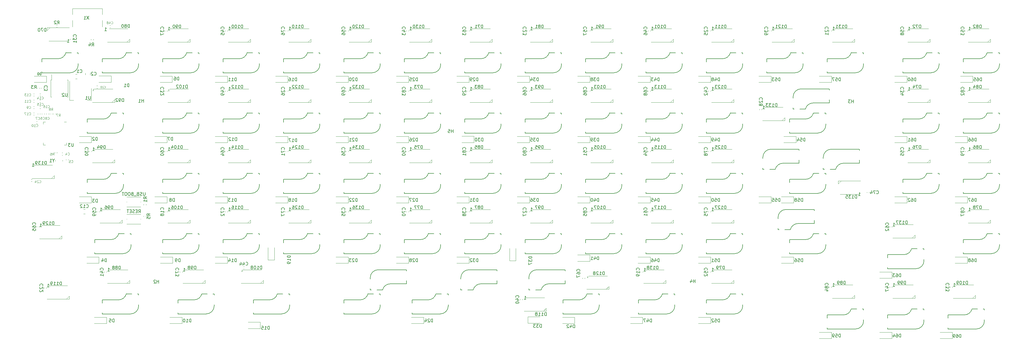
<source format=gbo>
G04 #@! TF.GenerationSoftware,KiCad,Pcbnew,6.0.2*
G04 #@! TF.CreationDate,2022-03-08T20:49:10-05:00*
G04 #@! TF.ProjectId,TbKB,54624b42-2e6b-4696-9361-645f70636258,0.0*
G04 #@! TF.SameCoordinates,Original*
G04 #@! TF.FileFunction,Legend,Bot*
G04 #@! TF.FilePolarity,Positive*
%FSLAX46Y46*%
G04 Gerber Fmt 4.6, Leading zero omitted, Abs format (unit mm)*
G04 Created by KiCad (PCBNEW 6.0.2) date 2022-03-08 20:49:10*
%MOMM*%
%LPD*%
G01*
G04 APERTURE LIST*
%ADD10C,0.150000*%
%ADD11C,0.100000*%
%ADD12C,0.070000*%
%ADD13C,0.130000*%
%ADD14C,0.110000*%
%ADD15C,0.120000*%
G04 APERTURE END LIST*
D10*
G04 #@! TO.C,X1*
X104969523Y-23102380D02*
X104302857Y-24102380D01*
X104302857Y-23102380D02*
X104969523Y-24102380D01*
X103398095Y-24102380D02*
X103969523Y-24102380D01*
X103683809Y-24102380D02*
X103683809Y-23102380D01*
X103779047Y-23245238D01*
X103874285Y-23340476D01*
X103969523Y-23388095D01*
G04 #@! TO.C,D118*
X249190476Y-117752380D02*
X249190476Y-116752380D01*
X248952380Y-116752380D01*
X248809523Y-116800000D01*
X248714285Y-116895238D01*
X248666666Y-116990476D01*
X248619047Y-117180952D01*
X248619047Y-117323809D01*
X248666666Y-117514285D01*
X248714285Y-117609523D01*
X248809523Y-117704761D01*
X248952380Y-117752380D01*
X249190476Y-117752380D01*
X247666666Y-117752380D02*
X248238095Y-117752380D01*
X247952380Y-117752380D02*
X247952380Y-116752380D01*
X248047619Y-116895238D01*
X248142857Y-116990476D01*
X248238095Y-117038095D01*
X246714285Y-117752380D02*
X247285714Y-117752380D01*
X247000000Y-117752380D02*
X247000000Y-116752380D01*
X247095238Y-116895238D01*
X247190476Y-116990476D01*
X247285714Y-117038095D01*
X246142857Y-117180952D02*
X246238095Y-117133333D01*
X246285714Y-117085714D01*
X246333333Y-116990476D01*
X246333333Y-116942857D01*
X246285714Y-116847619D01*
X246238095Y-116800000D01*
X246142857Y-116752380D01*
X245952380Y-116752380D01*
X245857142Y-116800000D01*
X245809523Y-116847619D01*
X245761904Y-116942857D01*
X245761904Y-116990476D01*
X245809523Y-117085714D01*
X245857142Y-117133333D01*
X245952380Y-117180952D01*
X246142857Y-117180952D01*
X246238095Y-117228571D01*
X246285714Y-117276190D01*
X246333333Y-117371428D01*
X246333333Y-117561904D01*
X246285714Y-117657142D01*
X246238095Y-117704761D01*
X246142857Y-117752380D01*
X245952380Y-117752380D01*
X245857142Y-117704761D01*
X245809523Y-117657142D01*
X245761904Y-117561904D01*
X245761904Y-117371428D01*
X245809523Y-117276190D01*
X245857142Y-117228571D01*
X245952380Y-117180952D01*
X242224285Y-112559880D02*
X242795714Y-112559880D01*
X242510000Y-112559880D02*
X242510000Y-111559880D01*
X242605238Y-111702738D01*
X242700476Y-111797976D01*
X242795714Y-111845595D01*
G04 #@! TO.C,D130*
X210615594Y-26859880D02*
X210615594Y-25859880D01*
X210377498Y-25859880D01*
X210234641Y-25907500D01*
X210139403Y-26002738D01*
X210091784Y-26097976D01*
X210044165Y-26288452D01*
X210044165Y-26431309D01*
X210091784Y-26621785D01*
X210139403Y-26717023D01*
X210234641Y-26812261D01*
X210377498Y-26859880D01*
X210615594Y-26859880D01*
X209091784Y-26859880D02*
X209663213Y-26859880D01*
X209377498Y-26859880D02*
X209377498Y-25859880D01*
X209472737Y-26002738D01*
X209567975Y-26097976D01*
X209663213Y-26145595D01*
X208758451Y-25859880D02*
X208139403Y-25859880D01*
X208472737Y-26240833D01*
X208329879Y-26240833D01*
X208234641Y-26288452D01*
X208187022Y-26336071D01*
X208139403Y-26431309D01*
X208139403Y-26669404D01*
X208187022Y-26764642D01*
X208234641Y-26812261D01*
X208329879Y-26859880D01*
X208615594Y-26859880D01*
X208710832Y-26812261D01*
X208758451Y-26764642D01*
X207520356Y-25859880D02*
X207425118Y-25859880D01*
X207329879Y-25907500D01*
X207282260Y-25955119D01*
X207234641Y-26050357D01*
X207187022Y-26240833D01*
X207187022Y-26478928D01*
X207234641Y-26669404D01*
X207282260Y-26764642D01*
X207329879Y-26812261D01*
X207425118Y-26859880D01*
X207520356Y-26859880D01*
X207615594Y-26812261D01*
X207663213Y-26764642D01*
X207710832Y-26669404D01*
X207758451Y-26478928D01*
X207758451Y-26240833D01*
X207710832Y-26050357D01*
X207663213Y-25955119D01*
X207615594Y-25907500D01*
X207520356Y-25859880D01*
X206124403Y-27534880D02*
X206695832Y-27534880D01*
X206410118Y-27534880D02*
X206410118Y-26534880D01*
X206505356Y-26677738D01*
X206600594Y-26772976D01*
X206695832Y-26820595D01*
G04 #@! TO.C,D131*
X343965594Y-26859880D02*
X343965594Y-25859880D01*
X343727498Y-25859880D01*
X343584641Y-25907500D01*
X343489403Y-26002738D01*
X343441784Y-26097976D01*
X343394165Y-26288452D01*
X343394165Y-26431309D01*
X343441784Y-26621785D01*
X343489403Y-26717023D01*
X343584641Y-26812261D01*
X343727498Y-26859880D01*
X343965594Y-26859880D01*
X342441784Y-26859880D02*
X343013213Y-26859880D01*
X342727498Y-26859880D02*
X342727498Y-25859880D01*
X342822737Y-26002738D01*
X342917975Y-26097976D01*
X343013213Y-26145595D01*
X342108451Y-25859880D02*
X341489403Y-25859880D01*
X341822737Y-26240833D01*
X341679879Y-26240833D01*
X341584641Y-26288452D01*
X341537022Y-26336071D01*
X341489403Y-26431309D01*
X341489403Y-26669404D01*
X341537022Y-26764642D01*
X341584641Y-26812261D01*
X341679879Y-26859880D01*
X341965594Y-26859880D01*
X342060832Y-26812261D01*
X342108451Y-26764642D01*
X340537022Y-26859880D02*
X341108451Y-26859880D01*
X340822737Y-26859880D02*
X340822737Y-25859880D01*
X340917975Y-26002738D01*
X341013213Y-26097976D01*
X341108451Y-26145595D01*
X339474403Y-27534880D02*
X340045832Y-27534880D01*
X339760118Y-27534880D02*
X339760118Y-26534880D01*
X339855356Y-26677738D01*
X339950594Y-26772976D01*
X340045832Y-26820595D01*
G04 #@! TO.C,D78*
X386351903Y-84009880D02*
X386351903Y-83009880D01*
X386113808Y-83009880D01*
X385970951Y-83057500D01*
X385875713Y-83152738D01*
X385828094Y-83247976D01*
X385780475Y-83438452D01*
X385780475Y-83581309D01*
X385828094Y-83771785D01*
X385875713Y-83867023D01*
X385970951Y-83962261D01*
X386113808Y-84009880D01*
X386351903Y-84009880D01*
X385447141Y-83009880D02*
X384780475Y-83009880D01*
X385209046Y-84009880D01*
X384256665Y-83438452D02*
X384351903Y-83390833D01*
X384399522Y-83343214D01*
X384447141Y-83247976D01*
X384447141Y-83200357D01*
X384399522Y-83105119D01*
X384351903Y-83057500D01*
X384256665Y-83009880D01*
X384066189Y-83009880D01*
X383970951Y-83057500D01*
X383923332Y-83105119D01*
X383875713Y-83200357D01*
X383875713Y-83247976D01*
X383923332Y-83343214D01*
X383970951Y-83390833D01*
X384066189Y-83438452D01*
X384256665Y-83438452D01*
X384351903Y-83486071D01*
X384399522Y-83533690D01*
X384447141Y-83628928D01*
X384447141Y-83819404D01*
X384399522Y-83914642D01*
X384351903Y-83962261D01*
X384256665Y-84009880D01*
X384066189Y-84009880D01*
X383970951Y-83962261D01*
X383923332Y-83914642D01*
X383875713Y-83819404D01*
X383875713Y-83628928D01*
X383923332Y-83533690D01*
X383970951Y-83486071D01*
X384066189Y-83438452D01*
X382336903Y-84684880D02*
X382908332Y-84684880D01*
X382622618Y-84684880D02*
X382622618Y-83684880D01*
X382717856Y-83827738D01*
X382813094Y-83922976D01*
X382908332Y-83970595D01*
G04 #@! TO.C,D120*
X191565594Y-26859880D02*
X191565594Y-25859880D01*
X191327498Y-25859880D01*
X191184641Y-25907500D01*
X191089403Y-26002738D01*
X191041784Y-26097976D01*
X190994165Y-26288452D01*
X190994165Y-26431309D01*
X191041784Y-26621785D01*
X191089403Y-26717023D01*
X191184641Y-26812261D01*
X191327498Y-26859880D01*
X191565594Y-26859880D01*
X190041784Y-26859880D02*
X190613213Y-26859880D01*
X190327498Y-26859880D02*
X190327498Y-25859880D01*
X190422737Y-26002738D01*
X190517975Y-26097976D01*
X190613213Y-26145595D01*
X189660832Y-25955119D02*
X189613213Y-25907500D01*
X189517975Y-25859880D01*
X189279879Y-25859880D01*
X189184641Y-25907500D01*
X189137022Y-25955119D01*
X189089403Y-26050357D01*
X189089403Y-26145595D01*
X189137022Y-26288452D01*
X189708451Y-26859880D01*
X189089403Y-26859880D01*
X188470356Y-25859880D02*
X188375118Y-25859880D01*
X188279879Y-25907500D01*
X188232260Y-25955119D01*
X188184641Y-26050357D01*
X188137022Y-26240833D01*
X188137022Y-26478928D01*
X188184641Y-26669404D01*
X188232260Y-26764642D01*
X188279879Y-26812261D01*
X188375118Y-26859880D01*
X188470356Y-26859880D01*
X188565594Y-26812261D01*
X188613213Y-26764642D01*
X188660832Y-26669404D01*
X188708451Y-26478928D01*
X188708451Y-26240833D01*
X188660832Y-26050357D01*
X188613213Y-25955119D01*
X188565594Y-25907500D01*
X188470356Y-25859880D01*
X187074403Y-27534880D02*
X187645832Y-27534880D01*
X187360118Y-27534880D02*
X187360118Y-26534880D01*
X187455356Y-26677738D01*
X187550594Y-26772976D01*
X187645832Y-26820595D01*
G04 #@! TO.C,D125*
X305865594Y-64959880D02*
X305865594Y-63959880D01*
X305627498Y-63959880D01*
X305484641Y-64007500D01*
X305389403Y-64102738D01*
X305341784Y-64197976D01*
X305294165Y-64388452D01*
X305294165Y-64531309D01*
X305341784Y-64721785D01*
X305389403Y-64817023D01*
X305484641Y-64912261D01*
X305627498Y-64959880D01*
X305865594Y-64959880D01*
X304341784Y-64959880D02*
X304913213Y-64959880D01*
X304627498Y-64959880D02*
X304627498Y-63959880D01*
X304722737Y-64102738D01*
X304817975Y-64197976D01*
X304913213Y-64245595D01*
X303960832Y-64055119D02*
X303913213Y-64007500D01*
X303817975Y-63959880D01*
X303579879Y-63959880D01*
X303484641Y-64007500D01*
X303437022Y-64055119D01*
X303389403Y-64150357D01*
X303389403Y-64245595D01*
X303437022Y-64388452D01*
X304008451Y-64959880D01*
X303389403Y-64959880D01*
X302484641Y-63959880D02*
X302960832Y-63959880D01*
X303008451Y-64436071D01*
X302960832Y-64388452D01*
X302865594Y-64340833D01*
X302627498Y-64340833D01*
X302532260Y-64388452D01*
X302484641Y-64436071D01*
X302437022Y-64531309D01*
X302437022Y-64769404D01*
X302484641Y-64864642D01*
X302532260Y-64912261D01*
X302627498Y-64959880D01*
X302865594Y-64959880D01*
X302960832Y-64912261D01*
X303008451Y-64864642D01*
X301374403Y-65634880D02*
X301945832Y-65634880D01*
X301660118Y-65634880D02*
X301660118Y-64634880D01*
X301755356Y-64777738D01*
X301850594Y-64872976D01*
X301945832Y-64920595D01*
G04 #@! TO.C,D83*
X229189403Y-45909880D02*
X229189403Y-44909880D01*
X228951308Y-44909880D01*
X228808451Y-44957500D01*
X228713213Y-45052738D01*
X228665594Y-45147976D01*
X228617975Y-45338452D01*
X228617975Y-45481309D01*
X228665594Y-45671785D01*
X228713213Y-45767023D01*
X228808451Y-45862261D01*
X228951308Y-45909880D01*
X229189403Y-45909880D01*
X228046546Y-45338452D02*
X228141784Y-45290833D01*
X228189403Y-45243214D01*
X228237022Y-45147976D01*
X228237022Y-45100357D01*
X228189403Y-45005119D01*
X228141784Y-44957500D01*
X228046546Y-44909880D01*
X227856070Y-44909880D01*
X227760832Y-44957500D01*
X227713213Y-45005119D01*
X227665594Y-45100357D01*
X227665594Y-45147976D01*
X227713213Y-45243214D01*
X227760832Y-45290833D01*
X227856070Y-45338452D01*
X228046546Y-45338452D01*
X228141784Y-45386071D01*
X228189403Y-45433690D01*
X228237022Y-45528928D01*
X228237022Y-45719404D01*
X228189403Y-45814642D01*
X228141784Y-45862261D01*
X228046546Y-45909880D01*
X227856070Y-45909880D01*
X227760832Y-45862261D01*
X227713213Y-45814642D01*
X227665594Y-45719404D01*
X227665594Y-45528928D01*
X227713213Y-45433690D01*
X227760832Y-45386071D01*
X227856070Y-45338452D01*
X227332260Y-44909880D02*
X226713213Y-44909880D01*
X227046546Y-45290833D01*
X226903689Y-45290833D01*
X226808451Y-45338452D01*
X226760832Y-45386071D01*
X226713213Y-45481309D01*
X226713213Y-45719404D01*
X226760832Y-45814642D01*
X226808451Y-45862261D01*
X226903689Y-45909880D01*
X227189403Y-45909880D01*
X227284641Y-45862261D01*
X227332260Y-45814642D01*
X225174403Y-46584880D02*
X225745832Y-46584880D01*
X225460118Y-46584880D02*
X225460118Y-45584880D01*
X225555356Y-45727738D01*
X225650594Y-45822976D01*
X225745832Y-45870595D01*
G04 #@! TO.C,D137*
X363015594Y-88772380D02*
X363015594Y-87772380D01*
X362777498Y-87772380D01*
X362634641Y-87820000D01*
X362539403Y-87915238D01*
X362491784Y-88010476D01*
X362444165Y-88200952D01*
X362444165Y-88343809D01*
X362491784Y-88534285D01*
X362539403Y-88629523D01*
X362634641Y-88724761D01*
X362777498Y-88772380D01*
X363015594Y-88772380D01*
X361491784Y-88772380D02*
X362063213Y-88772380D01*
X361777498Y-88772380D02*
X361777498Y-87772380D01*
X361872737Y-87915238D01*
X361967975Y-88010476D01*
X362063213Y-88058095D01*
X361158451Y-87772380D02*
X360539403Y-87772380D01*
X360872737Y-88153333D01*
X360729879Y-88153333D01*
X360634641Y-88200952D01*
X360587022Y-88248571D01*
X360539403Y-88343809D01*
X360539403Y-88581904D01*
X360587022Y-88677142D01*
X360634641Y-88724761D01*
X360729879Y-88772380D01*
X361015594Y-88772380D01*
X361110832Y-88724761D01*
X361158451Y-88677142D01*
X360206070Y-87772380D02*
X359539403Y-87772380D01*
X359967975Y-88772380D01*
X358524403Y-89447380D02*
X359095832Y-89447380D01*
X358810118Y-89447380D02*
X358810118Y-88447380D01*
X358905356Y-88590238D01*
X359000594Y-88685476D01*
X359095832Y-88733095D01*
G04 #@! TO.C,D135*
X347090476Y-80652380D02*
X347090476Y-79652380D01*
X346852380Y-79652380D01*
X346709523Y-79700000D01*
X346614285Y-79795238D01*
X346566666Y-79890476D01*
X346519047Y-80080952D01*
X346519047Y-80223809D01*
X346566666Y-80414285D01*
X346614285Y-80509523D01*
X346709523Y-80604761D01*
X346852380Y-80652380D01*
X347090476Y-80652380D01*
X345566666Y-80652380D02*
X346138095Y-80652380D01*
X345852380Y-80652380D02*
X345852380Y-79652380D01*
X345947619Y-79795238D01*
X346042857Y-79890476D01*
X346138095Y-79938095D01*
X345233333Y-79652380D02*
X344614285Y-79652380D01*
X344947619Y-80033333D01*
X344804761Y-80033333D01*
X344709523Y-80080952D01*
X344661904Y-80128571D01*
X344614285Y-80223809D01*
X344614285Y-80461904D01*
X344661904Y-80557142D01*
X344709523Y-80604761D01*
X344804761Y-80652380D01*
X345090476Y-80652380D01*
X345185714Y-80604761D01*
X345233333Y-80557142D01*
X343709523Y-79652380D02*
X344185714Y-79652380D01*
X344233333Y-80128571D01*
X344185714Y-80080952D01*
X344090476Y-80033333D01*
X343852380Y-80033333D01*
X343757142Y-80080952D01*
X343709523Y-80128571D01*
X343661904Y-80223809D01*
X343661904Y-80461904D01*
X343709523Y-80557142D01*
X343757142Y-80604761D01*
X343852380Y-80652380D01*
X344090476Y-80652380D01*
X344185714Y-80604761D01*
X344233333Y-80557142D01*
X347634285Y-79852380D02*
X348205714Y-79852380D01*
X347920000Y-79852380D02*
X347920000Y-78852380D01*
X348015238Y-78995238D01*
X348110476Y-79090476D01*
X348205714Y-79138095D01*
G04 #@! TO.C,D121*
X324915594Y-26859880D02*
X324915594Y-25859880D01*
X324677498Y-25859880D01*
X324534641Y-25907500D01*
X324439403Y-26002738D01*
X324391784Y-26097976D01*
X324344165Y-26288452D01*
X324344165Y-26431309D01*
X324391784Y-26621785D01*
X324439403Y-26717023D01*
X324534641Y-26812261D01*
X324677498Y-26859880D01*
X324915594Y-26859880D01*
X323391784Y-26859880D02*
X323963213Y-26859880D01*
X323677498Y-26859880D02*
X323677498Y-25859880D01*
X323772737Y-26002738D01*
X323867975Y-26097976D01*
X323963213Y-26145595D01*
X323010832Y-25955119D02*
X322963213Y-25907500D01*
X322867975Y-25859880D01*
X322629879Y-25859880D01*
X322534641Y-25907500D01*
X322487022Y-25955119D01*
X322439403Y-26050357D01*
X322439403Y-26145595D01*
X322487022Y-26288452D01*
X323058451Y-26859880D01*
X322439403Y-26859880D01*
X321487022Y-26859880D02*
X322058451Y-26859880D01*
X321772737Y-26859880D02*
X321772737Y-25859880D01*
X321867975Y-26002738D01*
X321963213Y-26097976D01*
X322058451Y-26145595D01*
X320424403Y-27534880D02*
X320995832Y-27534880D01*
X320710118Y-27534880D02*
X320710118Y-26534880D01*
X320805356Y-26677738D01*
X320900594Y-26772976D01*
X320995832Y-26820595D01*
G04 #@! TO.C,D129*
X93934344Y-89014880D02*
X93934344Y-88014880D01*
X93696248Y-88014880D01*
X93553391Y-88062500D01*
X93458153Y-88157738D01*
X93410534Y-88252976D01*
X93362915Y-88443452D01*
X93362915Y-88586309D01*
X93410534Y-88776785D01*
X93458153Y-88872023D01*
X93553391Y-88967261D01*
X93696248Y-89014880D01*
X93934344Y-89014880D01*
X92410534Y-89014880D02*
X92981963Y-89014880D01*
X92696248Y-89014880D02*
X92696248Y-88014880D01*
X92791487Y-88157738D01*
X92886725Y-88252976D01*
X92981963Y-88300595D01*
X92029582Y-88110119D02*
X91981963Y-88062500D01*
X91886725Y-88014880D01*
X91648629Y-88014880D01*
X91553391Y-88062500D01*
X91505772Y-88110119D01*
X91458153Y-88205357D01*
X91458153Y-88300595D01*
X91505772Y-88443452D01*
X92077201Y-89014880D01*
X91458153Y-89014880D01*
X90981963Y-89014880D02*
X90791487Y-89014880D01*
X90696248Y-88967261D01*
X90648629Y-88919642D01*
X90553391Y-88776785D01*
X90505772Y-88586309D01*
X90505772Y-88205357D01*
X90553391Y-88110119D01*
X90601010Y-88062500D01*
X90696248Y-88014880D01*
X90886725Y-88014880D01*
X90981963Y-88062500D01*
X91029582Y-88110119D01*
X91077201Y-88205357D01*
X91077201Y-88443452D01*
X91029582Y-88538690D01*
X90981963Y-88586309D01*
X90886725Y-88633928D01*
X90696248Y-88633928D01*
X90601010Y-88586309D01*
X90553391Y-88538690D01*
X90505772Y-88443452D01*
X89443153Y-89689880D02*
X90014582Y-89689880D01*
X89728868Y-89689880D02*
X89728868Y-88689880D01*
X89824106Y-88832738D01*
X89919344Y-88927976D01*
X90014582Y-88975595D01*
G04 #@! TO.C,D111*
X305865594Y-26859880D02*
X305865594Y-25859880D01*
X305627498Y-25859880D01*
X305484641Y-25907500D01*
X305389403Y-26002738D01*
X305341784Y-26097976D01*
X305294165Y-26288452D01*
X305294165Y-26431309D01*
X305341784Y-26621785D01*
X305389403Y-26717023D01*
X305484641Y-26812261D01*
X305627498Y-26859880D01*
X305865594Y-26859880D01*
X304341784Y-26859880D02*
X304913213Y-26859880D01*
X304627498Y-26859880D02*
X304627498Y-25859880D01*
X304722737Y-26002738D01*
X304817975Y-26097976D01*
X304913213Y-26145595D01*
X303389403Y-26859880D02*
X303960832Y-26859880D01*
X303675118Y-26859880D02*
X303675118Y-25859880D01*
X303770356Y-26002738D01*
X303865594Y-26097976D01*
X303960832Y-26145595D01*
X302437022Y-26859880D02*
X303008451Y-26859880D01*
X302722737Y-26859880D02*
X302722737Y-25859880D01*
X302817975Y-26002738D01*
X302913213Y-26097976D01*
X303008451Y-26145595D01*
X301374403Y-27534880D02*
X301945832Y-27534880D01*
X301660118Y-27534880D02*
X301660118Y-26534880D01*
X301755356Y-26677738D01*
X301850594Y-26772976D01*
X301945832Y-26820595D01*
G04 #@! TO.C,D112*
X153465594Y-45909880D02*
X153465594Y-44909880D01*
X153227498Y-44909880D01*
X153084641Y-44957500D01*
X152989403Y-45052738D01*
X152941784Y-45147976D01*
X152894165Y-45338452D01*
X152894165Y-45481309D01*
X152941784Y-45671785D01*
X152989403Y-45767023D01*
X153084641Y-45862261D01*
X153227498Y-45909880D01*
X153465594Y-45909880D01*
X151941784Y-45909880D02*
X152513213Y-45909880D01*
X152227498Y-45909880D02*
X152227498Y-44909880D01*
X152322737Y-45052738D01*
X152417975Y-45147976D01*
X152513213Y-45195595D01*
X150989403Y-45909880D02*
X151560832Y-45909880D01*
X151275118Y-45909880D02*
X151275118Y-44909880D01*
X151370356Y-45052738D01*
X151465594Y-45147976D01*
X151560832Y-45195595D01*
X150608451Y-45005119D02*
X150560832Y-44957500D01*
X150465594Y-44909880D01*
X150227498Y-44909880D01*
X150132260Y-44957500D01*
X150084641Y-45005119D01*
X150037022Y-45100357D01*
X150037022Y-45195595D01*
X150084641Y-45338452D01*
X150656070Y-45909880D01*
X150037022Y-45909880D01*
X148974403Y-46584880D02*
X149545832Y-46584880D01*
X149260118Y-46584880D02*
X149260118Y-45584880D01*
X149355356Y-45727738D01*
X149450594Y-45822976D01*
X149545832Y-45870595D01*
G04 #@! TO.C,D76*
X367301903Y-64959880D02*
X367301903Y-63959880D01*
X367063808Y-63959880D01*
X366920951Y-64007500D01*
X366825713Y-64102738D01*
X366778094Y-64197976D01*
X366730475Y-64388452D01*
X366730475Y-64531309D01*
X366778094Y-64721785D01*
X366825713Y-64817023D01*
X366920951Y-64912261D01*
X367063808Y-64959880D01*
X367301903Y-64959880D01*
X366397141Y-63959880D02*
X365730475Y-63959880D01*
X366159046Y-64959880D01*
X364920951Y-63959880D02*
X365111427Y-63959880D01*
X365206665Y-64007500D01*
X365254284Y-64055119D01*
X365349522Y-64197976D01*
X365397141Y-64388452D01*
X365397141Y-64769404D01*
X365349522Y-64864642D01*
X365301903Y-64912261D01*
X365206665Y-64959880D01*
X365016189Y-64959880D01*
X364920951Y-64912261D01*
X364873332Y-64864642D01*
X364825713Y-64769404D01*
X364825713Y-64531309D01*
X364873332Y-64436071D01*
X364920951Y-64388452D01*
X365016189Y-64340833D01*
X365206665Y-64340833D01*
X365301903Y-64388452D01*
X365349522Y-64436071D01*
X365397141Y-64531309D01*
X363286903Y-65634880D02*
X363858332Y-65634880D01*
X363572618Y-65634880D02*
X363572618Y-64634880D01*
X363667856Y-64777738D01*
X363763094Y-64872976D01*
X363858332Y-64920595D01*
G04 #@! TO.C,D95*
X248239403Y-64959880D02*
X248239403Y-63959880D01*
X248001308Y-63959880D01*
X247858451Y-64007500D01*
X247763213Y-64102738D01*
X247715594Y-64197976D01*
X247667975Y-64388452D01*
X247667975Y-64531309D01*
X247715594Y-64721785D01*
X247763213Y-64817023D01*
X247858451Y-64912261D01*
X248001308Y-64959880D01*
X248239403Y-64959880D01*
X247191784Y-64959880D02*
X247001308Y-64959880D01*
X246906070Y-64912261D01*
X246858451Y-64864642D01*
X246763213Y-64721785D01*
X246715594Y-64531309D01*
X246715594Y-64150357D01*
X246763213Y-64055119D01*
X246810832Y-64007500D01*
X246906070Y-63959880D01*
X247096546Y-63959880D01*
X247191784Y-64007500D01*
X247239403Y-64055119D01*
X247287022Y-64150357D01*
X247287022Y-64388452D01*
X247239403Y-64483690D01*
X247191784Y-64531309D01*
X247096546Y-64578928D01*
X246906070Y-64578928D01*
X246810832Y-64531309D01*
X246763213Y-64483690D01*
X246715594Y-64388452D01*
X245810832Y-63959880D02*
X246287022Y-63959880D01*
X246334641Y-64436071D01*
X246287022Y-64388452D01*
X246191784Y-64340833D01*
X245953689Y-64340833D01*
X245858451Y-64388452D01*
X245810832Y-64436071D01*
X245763213Y-64531309D01*
X245763213Y-64769404D01*
X245810832Y-64864642D01*
X245858451Y-64912261D01*
X245953689Y-64959880D01*
X246191784Y-64959880D01*
X246287022Y-64912261D01*
X246334641Y-64864642D01*
X244224403Y-65634880D02*
X244795832Y-65634880D01*
X244510118Y-65634880D02*
X244510118Y-64634880D01*
X244605356Y-64777738D01*
X244700594Y-64872976D01*
X244795832Y-64920595D01*
G04 #@! TO.C,D104*
X134415594Y-64959880D02*
X134415594Y-63959880D01*
X134177498Y-63959880D01*
X134034641Y-64007500D01*
X133939403Y-64102738D01*
X133891784Y-64197976D01*
X133844165Y-64388452D01*
X133844165Y-64531309D01*
X133891784Y-64721785D01*
X133939403Y-64817023D01*
X134034641Y-64912261D01*
X134177498Y-64959880D01*
X134415594Y-64959880D01*
X132891784Y-64959880D02*
X133463213Y-64959880D01*
X133177498Y-64959880D02*
X133177498Y-63959880D01*
X133272737Y-64102738D01*
X133367975Y-64197976D01*
X133463213Y-64245595D01*
X132272737Y-63959880D02*
X132177498Y-63959880D01*
X132082260Y-64007500D01*
X132034641Y-64055119D01*
X131987022Y-64150357D01*
X131939403Y-64340833D01*
X131939403Y-64578928D01*
X131987022Y-64769404D01*
X132034641Y-64864642D01*
X132082260Y-64912261D01*
X132177498Y-64959880D01*
X132272737Y-64959880D01*
X132367975Y-64912261D01*
X132415594Y-64864642D01*
X132463213Y-64769404D01*
X132510832Y-64578928D01*
X132510832Y-64340833D01*
X132463213Y-64150357D01*
X132415594Y-64055119D01*
X132367975Y-64007500D01*
X132272737Y-63959880D01*
X131082260Y-64293214D02*
X131082260Y-64959880D01*
X131320356Y-63912261D02*
X131558451Y-64626547D01*
X130939403Y-64626547D01*
X129924403Y-65634880D02*
X130495832Y-65634880D01*
X130210118Y-65634880D02*
X130210118Y-64634880D01*
X130305356Y-64777738D01*
X130400594Y-64872976D01*
X130495832Y-64920595D01*
G04 #@! TO.C,D90*
X133939403Y-26864880D02*
X133939403Y-25864880D01*
X133701308Y-25864880D01*
X133558451Y-25912500D01*
X133463213Y-26007738D01*
X133415594Y-26102976D01*
X133367975Y-26293452D01*
X133367975Y-26436309D01*
X133415594Y-26626785D01*
X133463213Y-26722023D01*
X133558451Y-26817261D01*
X133701308Y-26864880D01*
X133939403Y-26864880D01*
X132891784Y-26864880D02*
X132701308Y-26864880D01*
X132606070Y-26817261D01*
X132558451Y-26769642D01*
X132463213Y-26626785D01*
X132415594Y-26436309D01*
X132415594Y-26055357D01*
X132463213Y-25960119D01*
X132510832Y-25912500D01*
X132606070Y-25864880D01*
X132796546Y-25864880D01*
X132891784Y-25912500D01*
X132939403Y-25960119D01*
X132987022Y-26055357D01*
X132987022Y-26293452D01*
X132939403Y-26388690D01*
X132891784Y-26436309D01*
X132796546Y-26483928D01*
X132606070Y-26483928D01*
X132510832Y-26436309D01*
X132463213Y-26388690D01*
X132415594Y-26293452D01*
X131796546Y-25864880D02*
X131701308Y-25864880D01*
X131606070Y-25912500D01*
X131558451Y-25960119D01*
X131510832Y-26055357D01*
X131463213Y-26245833D01*
X131463213Y-26483928D01*
X131510832Y-26674404D01*
X131558451Y-26769642D01*
X131606070Y-26817261D01*
X131701308Y-26864880D01*
X131796546Y-26864880D01*
X131891784Y-26817261D01*
X131939403Y-26769642D01*
X131987022Y-26674404D01*
X132034641Y-26483928D01*
X132034641Y-26245833D01*
X131987022Y-26055357D01*
X131939403Y-25960119D01*
X131891784Y-25912500D01*
X131796546Y-25864880D01*
X129924403Y-27539880D02*
X130495832Y-27539880D01*
X130210118Y-27539880D02*
X130210118Y-26539880D01*
X130305356Y-26682738D01*
X130400594Y-26777976D01*
X130495832Y-26825595D01*
G04 #@! TO.C,D94*
X110126903Y-64959880D02*
X110126903Y-63959880D01*
X109888808Y-63959880D01*
X109745951Y-64007500D01*
X109650713Y-64102738D01*
X109603094Y-64197976D01*
X109555475Y-64388452D01*
X109555475Y-64531309D01*
X109603094Y-64721785D01*
X109650713Y-64817023D01*
X109745951Y-64912261D01*
X109888808Y-64959880D01*
X110126903Y-64959880D01*
X109079284Y-64959880D02*
X108888808Y-64959880D01*
X108793570Y-64912261D01*
X108745951Y-64864642D01*
X108650713Y-64721785D01*
X108603094Y-64531309D01*
X108603094Y-64150357D01*
X108650713Y-64055119D01*
X108698332Y-64007500D01*
X108793570Y-63959880D01*
X108984046Y-63959880D01*
X109079284Y-64007500D01*
X109126903Y-64055119D01*
X109174522Y-64150357D01*
X109174522Y-64388452D01*
X109126903Y-64483690D01*
X109079284Y-64531309D01*
X108984046Y-64578928D01*
X108793570Y-64578928D01*
X108698332Y-64531309D01*
X108650713Y-64483690D01*
X108603094Y-64388452D01*
X107745951Y-64293214D02*
X107745951Y-64959880D01*
X107984046Y-63912261D02*
X108222141Y-64626547D01*
X107603094Y-64626547D01*
X106111903Y-65634880D02*
X106683332Y-65634880D01*
X106397618Y-65634880D02*
X106397618Y-64634880D01*
X106492856Y-64777738D01*
X106588094Y-64872976D01*
X106683332Y-64920595D01*
G04 #@! TO.C,D87*
X229189403Y-84009880D02*
X229189403Y-83009880D01*
X228951308Y-83009880D01*
X228808451Y-83057500D01*
X228713213Y-83152738D01*
X228665594Y-83247976D01*
X228617975Y-83438452D01*
X228617975Y-83581309D01*
X228665594Y-83771785D01*
X228713213Y-83867023D01*
X228808451Y-83962261D01*
X228951308Y-84009880D01*
X229189403Y-84009880D01*
X228046546Y-83438452D02*
X228141784Y-83390833D01*
X228189403Y-83343214D01*
X228237022Y-83247976D01*
X228237022Y-83200357D01*
X228189403Y-83105119D01*
X228141784Y-83057500D01*
X228046546Y-83009880D01*
X227856070Y-83009880D01*
X227760832Y-83057500D01*
X227713213Y-83105119D01*
X227665594Y-83200357D01*
X227665594Y-83247976D01*
X227713213Y-83343214D01*
X227760832Y-83390833D01*
X227856070Y-83438452D01*
X228046546Y-83438452D01*
X228141784Y-83486071D01*
X228189403Y-83533690D01*
X228237022Y-83628928D01*
X228237022Y-83819404D01*
X228189403Y-83914642D01*
X228141784Y-83962261D01*
X228046546Y-84009880D01*
X227856070Y-84009880D01*
X227760832Y-83962261D01*
X227713213Y-83914642D01*
X227665594Y-83819404D01*
X227665594Y-83628928D01*
X227713213Y-83533690D01*
X227760832Y-83486071D01*
X227856070Y-83438452D01*
X227332260Y-83009880D02*
X226665594Y-83009880D01*
X227094165Y-84009880D01*
X225174403Y-84684880D02*
X225745832Y-84684880D01*
X225460118Y-84684880D02*
X225460118Y-83684880D01*
X225555356Y-83827738D01*
X225650594Y-83922976D01*
X225745832Y-83970595D01*
G04 #@! TO.C,D100*
X153465594Y-26859880D02*
X153465594Y-25859880D01*
X153227498Y-25859880D01*
X153084641Y-25907500D01*
X152989403Y-26002738D01*
X152941784Y-26097976D01*
X152894165Y-26288452D01*
X152894165Y-26431309D01*
X152941784Y-26621785D01*
X152989403Y-26717023D01*
X153084641Y-26812261D01*
X153227498Y-26859880D01*
X153465594Y-26859880D01*
X151941784Y-26859880D02*
X152513213Y-26859880D01*
X152227498Y-26859880D02*
X152227498Y-25859880D01*
X152322737Y-26002738D01*
X152417975Y-26097976D01*
X152513213Y-26145595D01*
X151322737Y-25859880D02*
X151227498Y-25859880D01*
X151132260Y-25907500D01*
X151084641Y-25955119D01*
X151037022Y-26050357D01*
X150989403Y-26240833D01*
X150989403Y-26478928D01*
X151037022Y-26669404D01*
X151084641Y-26764642D01*
X151132260Y-26812261D01*
X151227498Y-26859880D01*
X151322737Y-26859880D01*
X151417975Y-26812261D01*
X151465594Y-26764642D01*
X151513213Y-26669404D01*
X151560832Y-26478928D01*
X151560832Y-26240833D01*
X151513213Y-26050357D01*
X151465594Y-25955119D01*
X151417975Y-25907500D01*
X151322737Y-25859880D01*
X150370356Y-25859880D02*
X150275118Y-25859880D01*
X150179879Y-25907500D01*
X150132260Y-25955119D01*
X150084641Y-26050357D01*
X150037022Y-26240833D01*
X150037022Y-26478928D01*
X150084641Y-26669404D01*
X150132260Y-26764642D01*
X150179879Y-26812261D01*
X150275118Y-26859880D01*
X150370356Y-26859880D01*
X150465594Y-26812261D01*
X150513213Y-26764642D01*
X150560832Y-26669404D01*
X150608451Y-26478928D01*
X150608451Y-26240833D01*
X150560832Y-26050357D01*
X150513213Y-25955119D01*
X150465594Y-25907500D01*
X150370356Y-25859880D01*
X148974403Y-27534880D02*
X149545832Y-27534880D01*
X149260118Y-27534880D02*
X149260118Y-26534880D01*
X149355356Y-26677738D01*
X149450594Y-26772976D01*
X149545832Y-26820595D01*
G04 #@! TO.C,D71*
X229189403Y-26859880D02*
X229189403Y-25859880D01*
X228951308Y-25859880D01*
X228808451Y-25907500D01*
X228713213Y-26002738D01*
X228665594Y-26097976D01*
X228617975Y-26288452D01*
X228617975Y-26431309D01*
X228665594Y-26621785D01*
X228713213Y-26717023D01*
X228808451Y-26812261D01*
X228951308Y-26859880D01*
X229189403Y-26859880D01*
X228284641Y-25859880D02*
X227617975Y-25859880D01*
X228046546Y-26859880D01*
X226713213Y-26859880D02*
X227284641Y-26859880D01*
X226998927Y-26859880D02*
X226998927Y-25859880D01*
X227094165Y-26002738D01*
X227189403Y-26097976D01*
X227284641Y-26145595D01*
X225174403Y-27534880D02*
X225745832Y-27534880D01*
X225460118Y-27534880D02*
X225460118Y-26534880D01*
X225555356Y-26677738D01*
X225650594Y-26772976D01*
X225745832Y-26820595D01*
G04 #@! TO.C,D107*
X267765594Y-84009880D02*
X267765594Y-83009880D01*
X267527498Y-83009880D01*
X267384641Y-83057500D01*
X267289403Y-83152738D01*
X267241784Y-83247976D01*
X267194165Y-83438452D01*
X267194165Y-83581309D01*
X267241784Y-83771785D01*
X267289403Y-83867023D01*
X267384641Y-83962261D01*
X267527498Y-84009880D01*
X267765594Y-84009880D01*
X266241784Y-84009880D02*
X266813213Y-84009880D01*
X266527498Y-84009880D02*
X266527498Y-83009880D01*
X266622737Y-83152738D01*
X266717975Y-83247976D01*
X266813213Y-83295595D01*
X265622737Y-83009880D02*
X265527498Y-83009880D01*
X265432260Y-83057500D01*
X265384641Y-83105119D01*
X265337022Y-83200357D01*
X265289403Y-83390833D01*
X265289403Y-83628928D01*
X265337022Y-83819404D01*
X265384641Y-83914642D01*
X265432260Y-83962261D01*
X265527498Y-84009880D01*
X265622737Y-84009880D01*
X265717975Y-83962261D01*
X265765594Y-83914642D01*
X265813213Y-83819404D01*
X265860832Y-83628928D01*
X265860832Y-83390833D01*
X265813213Y-83200357D01*
X265765594Y-83105119D01*
X265717975Y-83057500D01*
X265622737Y-83009880D01*
X264956070Y-83009880D02*
X264289403Y-83009880D01*
X264717975Y-84009880D01*
X263274403Y-84684880D02*
X263845832Y-84684880D01*
X263560118Y-84684880D02*
X263560118Y-83684880D01*
X263655356Y-83827738D01*
X263750594Y-83922976D01*
X263845832Y-83970595D01*
G04 #@! TO.C,D128*
X267490476Y-104852380D02*
X267490476Y-103852380D01*
X267252380Y-103852380D01*
X267109523Y-103900000D01*
X267014285Y-103995238D01*
X266966666Y-104090476D01*
X266919047Y-104280952D01*
X266919047Y-104423809D01*
X266966666Y-104614285D01*
X267014285Y-104709523D01*
X267109523Y-104804761D01*
X267252380Y-104852380D01*
X267490476Y-104852380D01*
X265966666Y-104852380D02*
X266538095Y-104852380D01*
X266252380Y-104852380D02*
X266252380Y-103852380D01*
X266347619Y-103995238D01*
X266442857Y-104090476D01*
X266538095Y-104138095D01*
X265585714Y-103947619D02*
X265538095Y-103900000D01*
X265442857Y-103852380D01*
X265204761Y-103852380D01*
X265109523Y-103900000D01*
X265061904Y-103947619D01*
X265014285Y-104042857D01*
X265014285Y-104138095D01*
X265061904Y-104280952D01*
X265633333Y-104852380D01*
X265014285Y-104852380D01*
X264442857Y-104280952D02*
X264538095Y-104233333D01*
X264585714Y-104185714D01*
X264633333Y-104090476D01*
X264633333Y-104042857D01*
X264585714Y-103947619D01*
X264538095Y-103900000D01*
X264442857Y-103852380D01*
X264252380Y-103852380D01*
X264157142Y-103900000D01*
X264109523Y-103947619D01*
X264061904Y-104042857D01*
X264061904Y-104090476D01*
X264109523Y-104185714D01*
X264157142Y-104233333D01*
X264252380Y-104280952D01*
X264442857Y-104280952D01*
X264538095Y-104328571D01*
X264585714Y-104376190D01*
X264633333Y-104471428D01*
X264633333Y-104661904D01*
X264585714Y-104757142D01*
X264538095Y-104804761D01*
X264442857Y-104852380D01*
X264252380Y-104852380D01*
X264157142Y-104804761D01*
X264109523Y-104757142D01*
X264061904Y-104661904D01*
X264061904Y-104471428D01*
X264109523Y-104376190D01*
X264157142Y-104328571D01*
X264252380Y-104280952D01*
D11*
X262085714Y-105780952D02*
X262314285Y-105780952D01*
X262200000Y-105780952D02*
X262200000Y-105380952D01*
X262238095Y-105438095D01*
X262276190Y-105476190D01*
X262314285Y-105495238D01*
D10*
G04 #@! TO.C,D70*
X91414285Y-27952380D02*
X91414285Y-26952380D01*
X91176190Y-26952380D01*
X91033333Y-27000000D01*
X90938095Y-27095238D01*
X90890476Y-27190476D01*
X90842857Y-27380952D01*
X90842857Y-27523809D01*
X90890476Y-27714285D01*
X90938095Y-27809523D01*
X91033333Y-27904761D01*
X91176190Y-27952380D01*
X91414285Y-27952380D01*
X90509523Y-26952380D02*
X89842857Y-26952380D01*
X90271428Y-27952380D01*
X89271428Y-26952380D02*
X89176190Y-26952380D01*
X89080952Y-27000000D01*
X89033333Y-27047619D01*
X88985714Y-27142857D01*
X88938095Y-27333333D01*
X88938095Y-27571428D01*
X88985714Y-27761904D01*
X89033333Y-27857142D01*
X89080952Y-27904761D01*
X89176190Y-27952380D01*
X89271428Y-27952380D01*
X89366666Y-27904761D01*
X89414285Y-27857142D01*
X89461904Y-27761904D01*
X89509523Y-27571428D01*
X89509523Y-27333333D01*
X89461904Y-27142857D01*
X89414285Y-27047619D01*
X89366666Y-27000000D01*
X89271428Y-26952380D01*
X98104403Y-31439880D02*
X98675832Y-31439880D01*
X98390118Y-31439880D02*
X98390118Y-30439880D01*
X98485356Y-30582738D01*
X98580594Y-30677976D01*
X98675832Y-30725595D01*
G04 #@! TO.C,D97*
X248239403Y-84009880D02*
X248239403Y-83009880D01*
X248001308Y-83009880D01*
X247858451Y-83057500D01*
X247763213Y-83152738D01*
X247715594Y-83247976D01*
X247667975Y-83438452D01*
X247667975Y-83581309D01*
X247715594Y-83771785D01*
X247763213Y-83867023D01*
X247858451Y-83962261D01*
X248001308Y-84009880D01*
X248239403Y-84009880D01*
X247191784Y-84009880D02*
X247001308Y-84009880D01*
X246906070Y-83962261D01*
X246858451Y-83914642D01*
X246763213Y-83771785D01*
X246715594Y-83581309D01*
X246715594Y-83200357D01*
X246763213Y-83105119D01*
X246810832Y-83057500D01*
X246906070Y-83009880D01*
X247096546Y-83009880D01*
X247191784Y-83057500D01*
X247239403Y-83105119D01*
X247287022Y-83200357D01*
X247287022Y-83438452D01*
X247239403Y-83533690D01*
X247191784Y-83581309D01*
X247096546Y-83628928D01*
X246906070Y-83628928D01*
X246810832Y-83581309D01*
X246763213Y-83533690D01*
X246715594Y-83438452D01*
X246382260Y-83009880D02*
X245715594Y-83009880D01*
X246144165Y-84009880D01*
X244224403Y-84684880D02*
X244795832Y-84684880D01*
X244510118Y-84684880D02*
X244510118Y-83684880D01*
X244605356Y-83827738D01*
X244700594Y-83922976D01*
X244795832Y-83970595D01*
G04 #@! TO.C,D72*
X367301903Y-26859880D02*
X367301903Y-25859880D01*
X367063808Y-25859880D01*
X366920951Y-25907500D01*
X366825713Y-26002738D01*
X366778094Y-26097976D01*
X366730475Y-26288452D01*
X366730475Y-26431309D01*
X366778094Y-26621785D01*
X366825713Y-26717023D01*
X366920951Y-26812261D01*
X367063808Y-26859880D01*
X367301903Y-26859880D01*
X366397141Y-25859880D02*
X365730475Y-25859880D01*
X366159046Y-26859880D01*
X365397141Y-25955119D02*
X365349522Y-25907500D01*
X365254284Y-25859880D01*
X365016189Y-25859880D01*
X364920951Y-25907500D01*
X364873332Y-25955119D01*
X364825713Y-26050357D01*
X364825713Y-26145595D01*
X364873332Y-26288452D01*
X365444760Y-26859880D01*
X364825713Y-26859880D01*
X363286903Y-27534880D02*
X363858332Y-27534880D01*
X363572618Y-27534880D02*
X363572618Y-26534880D01*
X363667856Y-26677738D01*
X363763094Y-26772976D01*
X363858332Y-26820595D01*
G04 #@! TO.C,D119*
X96315594Y-108064880D02*
X96315594Y-107064880D01*
X96077498Y-107064880D01*
X95934641Y-107112500D01*
X95839403Y-107207738D01*
X95791784Y-107302976D01*
X95744165Y-107493452D01*
X95744165Y-107636309D01*
X95791784Y-107826785D01*
X95839403Y-107922023D01*
X95934641Y-108017261D01*
X96077498Y-108064880D01*
X96315594Y-108064880D01*
X94791784Y-108064880D02*
X95363213Y-108064880D01*
X95077498Y-108064880D02*
X95077498Y-107064880D01*
X95172737Y-107207738D01*
X95267975Y-107302976D01*
X95363213Y-107350595D01*
X93839403Y-108064880D02*
X94410832Y-108064880D01*
X94125118Y-108064880D02*
X94125118Y-107064880D01*
X94220356Y-107207738D01*
X94315594Y-107302976D01*
X94410832Y-107350595D01*
X93363213Y-108064880D02*
X93172737Y-108064880D01*
X93077498Y-108017261D01*
X93029879Y-107969642D01*
X92934641Y-107826785D01*
X92887022Y-107636309D01*
X92887022Y-107255357D01*
X92934641Y-107160119D01*
X92982260Y-107112500D01*
X93077498Y-107064880D01*
X93267975Y-107064880D01*
X93363213Y-107112500D01*
X93410832Y-107160119D01*
X93458451Y-107255357D01*
X93458451Y-107493452D01*
X93410832Y-107588690D01*
X93363213Y-107636309D01*
X93267975Y-107683928D01*
X93077498Y-107683928D01*
X92982260Y-107636309D01*
X92934641Y-107588690D01*
X92887022Y-107493452D01*
X91824403Y-108739880D02*
X92395832Y-108739880D01*
X92110118Y-108739880D02*
X92110118Y-107739880D01*
X92205356Y-107882738D01*
X92300594Y-107977976D01*
X92395832Y-108025595D01*
G04 #@! TO.C,D84*
X386351903Y-45909880D02*
X386351903Y-44909880D01*
X386113808Y-44909880D01*
X385970951Y-44957500D01*
X385875713Y-45052738D01*
X385828094Y-45147976D01*
X385780475Y-45338452D01*
X385780475Y-45481309D01*
X385828094Y-45671785D01*
X385875713Y-45767023D01*
X385970951Y-45862261D01*
X386113808Y-45909880D01*
X386351903Y-45909880D01*
X385209046Y-45338452D02*
X385304284Y-45290833D01*
X385351903Y-45243214D01*
X385399522Y-45147976D01*
X385399522Y-45100357D01*
X385351903Y-45005119D01*
X385304284Y-44957500D01*
X385209046Y-44909880D01*
X385018570Y-44909880D01*
X384923332Y-44957500D01*
X384875713Y-45005119D01*
X384828094Y-45100357D01*
X384828094Y-45147976D01*
X384875713Y-45243214D01*
X384923332Y-45290833D01*
X385018570Y-45338452D01*
X385209046Y-45338452D01*
X385304284Y-45386071D01*
X385351903Y-45433690D01*
X385399522Y-45528928D01*
X385399522Y-45719404D01*
X385351903Y-45814642D01*
X385304284Y-45862261D01*
X385209046Y-45909880D01*
X385018570Y-45909880D01*
X384923332Y-45862261D01*
X384875713Y-45814642D01*
X384828094Y-45719404D01*
X384828094Y-45528928D01*
X384875713Y-45433690D01*
X384923332Y-45386071D01*
X385018570Y-45338452D01*
X383970951Y-45243214D02*
X383970951Y-45909880D01*
X384209046Y-44862261D02*
X384447141Y-45576547D01*
X383828094Y-45576547D01*
X382336903Y-46584880D02*
X382908332Y-46584880D01*
X382622618Y-46584880D02*
X382622618Y-45584880D01*
X382717856Y-45727738D01*
X382813094Y-45822976D01*
X382908332Y-45870595D01*
G04 #@! TO.C,D85*
X229189403Y-64959880D02*
X229189403Y-63959880D01*
X228951308Y-63959880D01*
X228808451Y-64007500D01*
X228713213Y-64102738D01*
X228665594Y-64197976D01*
X228617975Y-64388452D01*
X228617975Y-64531309D01*
X228665594Y-64721785D01*
X228713213Y-64817023D01*
X228808451Y-64912261D01*
X228951308Y-64959880D01*
X229189403Y-64959880D01*
X228046546Y-64388452D02*
X228141784Y-64340833D01*
X228189403Y-64293214D01*
X228237022Y-64197976D01*
X228237022Y-64150357D01*
X228189403Y-64055119D01*
X228141784Y-64007500D01*
X228046546Y-63959880D01*
X227856070Y-63959880D01*
X227760832Y-64007500D01*
X227713213Y-64055119D01*
X227665594Y-64150357D01*
X227665594Y-64197976D01*
X227713213Y-64293214D01*
X227760832Y-64340833D01*
X227856070Y-64388452D01*
X228046546Y-64388452D01*
X228141784Y-64436071D01*
X228189403Y-64483690D01*
X228237022Y-64578928D01*
X228237022Y-64769404D01*
X228189403Y-64864642D01*
X228141784Y-64912261D01*
X228046546Y-64959880D01*
X227856070Y-64959880D01*
X227760832Y-64912261D01*
X227713213Y-64864642D01*
X227665594Y-64769404D01*
X227665594Y-64578928D01*
X227713213Y-64483690D01*
X227760832Y-64436071D01*
X227856070Y-64388452D01*
X226760832Y-63959880D02*
X227237022Y-63959880D01*
X227284641Y-64436071D01*
X227237022Y-64388452D01*
X227141784Y-64340833D01*
X226903689Y-64340833D01*
X226808451Y-64388452D01*
X226760832Y-64436071D01*
X226713213Y-64531309D01*
X226713213Y-64769404D01*
X226760832Y-64864642D01*
X226808451Y-64912261D01*
X226903689Y-64959880D01*
X227141784Y-64959880D01*
X227237022Y-64912261D01*
X227284641Y-64864642D01*
X225174403Y-65634880D02*
X225745832Y-65634880D01*
X225460118Y-65634880D02*
X225460118Y-64634880D01*
X225555356Y-64777738D01*
X225650594Y-64872976D01*
X225745832Y-64920595D01*
G04 #@! TO.C,D74*
X367301903Y-45909880D02*
X367301903Y-44909880D01*
X367063808Y-44909880D01*
X366920951Y-44957500D01*
X366825713Y-45052738D01*
X366778094Y-45147976D01*
X366730475Y-45338452D01*
X366730475Y-45481309D01*
X366778094Y-45671785D01*
X366825713Y-45767023D01*
X366920951Y-45862261D01*
X367063808Y-45909880D01*
X367301903Y-45909880D01*
X366397141Y-44909880D02*
X365730475Y-44909880D01*
X366159046Y-45909880D01*
X364920951Y-45243214D02*
X364920951Y-45909880D01*
X365159046Y-44862261D02*
X365397141Y-45576547D01*
X364778094Y-45576547D01*
X363286903Y-46584880D02*
X363858332Y-46584880D01*
X363572618Y-46584880D02*
X363572618Y-45584880D01*
X363667856Y-45727738D01*
X363763094Y-45822976D01*
X363858332Y-45870595D01*
G04 #@! TO.C,D86*
X386351903Y-64959880D02*
X386351903Y-63959880D01*
X386113808Y-63959880D01*
X385970951Y-64007500D01*
X385875713Y-64102738D01*
X385828094Y-64197976D01*
X385780475Y-64388452D01*
X385780475Y-64531309D01*
X385828094Y-64721785D01*
X385875713Y-64817023D01*
X385970951Y-64912261D01*
X386113808Y-64959880D01*
X386351903Y-64959880D01*
X385209046Y-64388452D02*
X385304284Y-64340833D01*
X385351903Y-64293214D01*
X385399522Y-64197976D01*
X385399522Y-64150357D01*
X385351903Y-64055119D01*
X385304284Y-64007500D01*
X385209046Y-63959880D01*
X385018570Y-63959880D01*
X384923332Y-64007500D01*
X384875713Y-64055119D01*
X384828094Y-64150357D01*
X384828094Y-64197976D01*
X384875713Y-64293214D01*
X384923332Y-64340833D01*
X385018570Y-64388452D01*
X385209046Y-64388452D01*
X385304284Y-64436071D01*
X385351903Y-64483690D01*
X385399522Y-64578928D01*
X385399522Y-64769404D01*
X385351903Y-64864642D01*
X385304284Y-64912261D01*
X385209046Y-64959880D01*
X385018570Y-64959880D01*
X384923332Y-64912261D01*
X384875713Y-64864642D01*
X384828094Y-64769404D01*
X384828094Y-64578928D01*
X384875713Y-64483690D01*
X384923332Y-64436071D01*
X385018570Y-64388452D01*
X383970951Y-63959880D02*
X384161427Y-63959880D01*
X384256665Y-64007500D01*
X384304284Y-64055119D01*
X384399522Y-64197976D01*
X384447141Y-64388452D01*
X384447141Y-64769404D01*
X384399522Y-64864642D01*
X384351903Y-64912261D01*
X384256665Y-64959880D01*
X384066189Y-64959880D01*
X383970951Y-64912261D01*
X383923332Y-64864642D01*
X383875713Y-64769404D01*
X383875713Y-64531309D01*
X383923332Y-64436071D01*
X383970951Y-64388452D01*
X384066189Y-64340833D01*
X384256665Y-64340833D01*
X384351903Y-64388452D01*
X384399522Y-64436071D01*
X384447141Y-64531309D01*
X382336903Y-65634880D02*
X382908332Y-65634880D01*
X382622618Y-65634880D02*
X382622618Y-64634880D01*
X382717856Y-64777738D01*
X382813094Y-64872976D01*
X382908332Y-64920595D01*
G04 #@! TO.C,D88*
X114889403Y-103059880D02*
X114889403Y-102059880D01*
X114651308Y-102059880D01*
X114508451Y-102107500D01*
X114413213Y-102202738D01*
X114365594Y-102297976D01*
X114317975Y-102488452D01*
X114317975Y-102631309D01*
X114365594Y-102821785D01*
X114413213Y-102917023D01*
X114508451Y-103012261D01*
X114651308Y-103059880D01*
X114889403Y-103059880D01*
X113746546Y-102488452D02*
X113841784Y-102440833D01*
X113889403Y-102393214D01*
X113937022Y-102297976D01*
X113937022Y-102250357D01*
X113889403Y-102155119D01*
X113841784Y-102107500D01*
X113746546Y-102059880D01*
X113556070Y-102059880D01*
X113460832Y-102107500D01*
X113413213Y-102155119D01*
X113365594Y-102250357D01*
X113365594Y-102297976D01*
X113413213Y-102393214D01*
X113460832Y-102440833D01*
X113556070Y-102488452D01*
X113746546Y-102488452D01*
X113841784Y-102536071D01*
X113889403Y-102583690D01*
X113937022Y-102678928D01*
X113937022Y-102869404D01*
X113889403Y-102964642D01*
X113841784Y-103012261D01*
X113746546Y-103059880D01*
X113556070Y-103059880D01*
X113460832Y-103012261D01*
X113413213Y-102964642D01*
X113365594Y-102869404D01*
X113365594Y-102678928D01*
X113413213Y-102583690D01*
X113460832Y-102536071D01*
X113556070Y-102488452D01*
X112794165Y-102488452D02*
X112889403Y-102440833D01*
X112937022Y-102393214D01*
X112984641Y-102297976D01*
X112984641Y-102250357D01*
X112937022Y-102155119D01*
X112889403Y-102107500D01*
X112794165Y-102059880D01*
X112603689Y-102059880D01*
X112508451Y-102107500D01*
X112460832Y-102155119D01*
X112413213Y-102250357D01*
X112413213Y-102297976D01*
X112460832Y-102393214D01*
X112508451Y-102440833D01*
X112603689Y-102488452D01*
X112794165Y-102488452D01*
X112889403Y-102536071D01*
X112937022Y-102583690D01*
X112984641Y-102678928D01*
X112984641Y-102869404D01*
X112937022Y-102964642D01*
X112889403Y-103012261D01*
X112794165Y-103059880D01*
X112603689Y-103059880D01*
X112508451Y-103012261D01*
X112460832Y-102964642D01*
X112413213Y-102869404D01*
X112413213Y-102678928D01*
X112460832Y-102583690D01*
X112508451Y-102536071D01*
X112603689Y-102488452D01*
X110874403Y-103734880D02*
X111445832Y-103734880D01*
X111160118Y-103734880D02*
X111160118Y-102734880D01*
X111255356Y-102877738D01*
X111350594Y-102972976D01*
X111445832Y-103020595D01*
G04 #@! TO.C,D79*
X305389403Y-103059880D02*
X305389403Y-102059880D01*
X305151308Y-102059880D01*
X305008451Y-102107500D01*
X304913213Y-102202738D01*
X304865594Y-102297976D01*
X304817975Y-102488452D01*
X304817975Y-102631309D01*
X304865594Y-102821785D01*
X304913213Y-102917023D01*
X305008451Y-103012261D01*
X305151308Y-103059880D01*
X305389403Y-103059880D01*
X304484641Y-102059880D02*
X303817975Y-102059880D01*
X304246546Y-103059880D01*
X303389403Y-103059880D02*
X303198927Y-103059880D01*
X303103689Y-103012261D01*
X303056070Y-102964642D01*
X302960832Y-102821785D01*
X302913213Y-102631309D01*
X302913213Y-102250357D01*
X302960832Y-102155119D01*
X303008451Y-102107500D01*
X303103689Y-102059880D01*
X303294165Y-102059880D01*
X303389403Y-102107500D01*
X303437022Y-102155119D01*
X303484641Y-102250357D01*
X303484641Y-102488452D01*
X303437022Y-102583690D01*
X303389403Y-102631309D01*
X303294165Y-102678928D01*
X303103689Y-102678928D01*
X303008451Y-102631309D01*
X302960832Y-102583690D01*
X302913213Y-102488452D01*
X301374403Y-103734880D02*
X301945832Y-103734880D01*
X301660118Y-103734880D02*
X301660118Y-102734880D01*
X301755356Y-102877738D01*
X301850594Y-102972976D01*
X301945832Y-103020595D01*
G04 #@! TO.C,D134*
X191565594Y-64959880D02*
X191565594Y-63959880D01*
X191327498Y-63959880D01*
X191184641Y-64007500D01*
X191089403Y-64102738D01*
X191041784Y-64197976D01*
X190994165Y-64388452D01*
X190994165Y-64531309D01*
X191041784Y-64721785D01*
X191089403Y-64817023D01*
X191184641Y-64912261D01*
X191327498Y-64959880D01*
X191565594Y-64959880D01*
X190041784Y-64959880D02*
X190613213Y-64959880D01*
X190327498Y-64959880D02*
X190327498Y-63959880D01*
X190422737Y-64102738D01*
X190517975Y-64197976D01*
X190613213Y-64245595D01*
X189708451Y-63959880D02*
X189089403Y-63959880D01*
X189422737Y-64340833D01*
X189279879Y-64340833D01*
X189184641Y-64388452D01*
X189137022Y-64436071D01*
X189089403Y-64531309D01*
X189089403Y-64769404D01*
X189137022Y-64864642D01*
X189184641Y-64912261D01*
X189279879Y-64959880D01*
X189565594Y-64959880D01*
X189660832Y-64912261D01*
X189708451Y-64864642D01*
X188232260Y-64293214D02*
X188232260Y-64959880D01*
X188470356Y-63912261D02*
X188708451Y-64626547D01*
X188089403Y-64626547D01*
X187074403Y-65634880D02*
X187645832Y-65634880D01*
X187360118Y-65634880D02*
X187360118Y-64634880D01*
X187455356Y-64777738D01*
X187550594Y-64872976D01*
X187645832Y-64920595D01*
G04 #@! TO.C,D127*
X305865594Y-84009880D02*
X305865594Y-83009880D01*
X305627498Y-83009880D01*
X305484641Y-83057500D01*
X305389403Y-83152738D01*
X305341784Y-83247976D01*
X305294165Y-83438452D01*
X305294165Y-83581309D01*
X305341784Y-83771785D01*
X305389403Y-83867023D01*
X305484641Y-83962261D01*
X305627498Y-84009880D01*
X305865594Y-84009880D01*
X304341784Y-84009880D02*
X304913213Y-84009880D01*
X304627498Y-84009880D02*
X304627498Y-83009880D01*
X304722737Y-83152738D01*
X304817975Y-83247976D01*
X304913213Y-83295595D01*
X303960832Y-83105119D02*
X303913213Y-83057500D01*
X303817975Y-83009880D01*
X303579879Y-83009880D01*
X303484641Y-83057500D01*
X303437022Y-83105119D01*
X303389403Y-83200357D01*
X303389403Y-83295595D01*
X303437022Y-83438452D01*
X304008451Y-84009880D01*
X303389403Y-84009880D01*
X303056070Y-83009880D02*
X302389403Y-83009880D01*
X302817975Y-84009880D01*
X301374403Y-84684880D02*
X301945832Y-84684880D01*
X301660118Y-84684880D02*
X301660118Y-83684880D01*
X301755356Y-83827738D01*
X301850594Y-83922976D01*
X301945832Y-83970595D01*
G04 #@! TO.C,D80*
X117764285Y-26752380D02*
X117764285Y-25752380D01*
X117526190Y-25752380D01*
X117383333Y-25800000D01*
X117288095Y-25895238D01*
X117240476Y-25990476D01*
X117192857Y-26180952D01*
X117192857Y-26323809D01*
X117240476Y-26514285D01*
X117288095Y-26609523D01*
X117383333Y-26704761D01*
X117526190Y-26752380D01*
X117764285Y-26752380D01*
X116621428Y-26180952D02*
X116716666Y-26133333D01*
X116764285Y-26085714D01*
X116811904Y-25990476D01*
X116811904Y-25942857D01*
X116764285Y-25847619D01*
X116716666Y-25800000D01*
X116621428Y-25752380D01*
X116430952Y-25752380D01*
X116335714Y-25800000D01*
X116288095Y-25847619D01*
X116240476Y-25942857D01*
X116240476Y-25990476D01*
X116288095Y-26085714D01*
X116335714Y-26133333D01*
X116430952Y-26180952D01*
X116621428Y-26180952D01*
X116716666Y-26228571D01*
X116764285Y-26276190D01*
X116811904Y-26371428D01*
X116811904Y-26561904D01*
X116764285Y-26657142D01*
X116716666Y-26704761D01*
X116621428Y-26752380D01*
X116430952Y-26752380D01*
X116335714Y-26704761D01*
X116288095Y-26657142D01*
X116240476Y-26561904D01*
X116240476Y-26371428D01*
X116288095Y-26276190D01*
X116335714Y-26228571D01*
X116430952Y-26180952D01*
X115621428Y-25752380D02*
X115526190Y-25752380D01*
X115430952Y-25800000D01*
X115383333Y-25847619D01*
X115335714Y-25942857D01*
X115288095Y-26133333D01*
X115288095Y-26371428D01*
X115335714Y-26561904D01*
X115383333Y-26657142D01*
X115430952Y-26704761D01*
X115526190Y-26752380D01*
X115621428Y-26752380D01*
X115716666Y-26704761D01*
X115764285Y-26657142D01*
X115811904Y-26561904D01*
X115859523Y-26371428D01*
X115859523Y-26133333D01*
X115811904Y-25942857D01*
X115764285Y-25847619D01*
X115716666Y-25800000D01*
X115621428Y-25752380D01*
X109944285Y-27722380D02*
X110515714Y-27722380D01*
X110230000Y-27722380D02*
X110230000Y-26722380D01*
X110325238Y-26865238D01*
X110420476Y-26960476D01*
X110515714Y-27008095D01*
G04 #@! TO.C,D136*
X191565594Y-84009880D02*
X191565594Y-83009880D01*
X191327498Y-83009880D01*
X191184641Y-83057500D01*
X191089403Y-83152738D01*
X191041784Y-83247976D01*
X190994165Y-83438452D01*
X190994165Y-83581309D01*
X191041784Y-83771785D01*
X191089403Y-83867023D01*
X191184641Y-83962261D01*
X191327498Y-84009880D01*
X191565594Y-84009880D01*
X190041784Y-84009880D02*
X190613213Y-84009880D01*
X190327498Y-84009880D02*
X190327498Y-83009880D01*
X190422737Y-83152738D01*
X190517975Y-83247976D01*
X190613213Y-83295595D01*
X189708451Y-83009880D02*
X189089403Y-83009880D01*
X189422737Y-83390833D01*
X189279879Y-83390833D01*
X189184641Y-83438452D01*
X189137022Y-83486071D01*
X189089403Y-83581309D01*
X189089403Y-83819404D01*
X189137022Y-83914642D01*
X189184641Y-83962261D01*
X189279879Y-84009880D01*
X189565594Y-84009880D01*
X189660832Y-83962261D01*
X189708451Y-83914642D01*
X188232260Y-83009880D02*
X188422737Y-83009880D01*
X188517975Y-83057500D01*
X188565594Y-83105119D01*
X188660832Y-83247976D01*
X188708451Y-83438452D01*
X188708451Y-83819404D01*
X188660832Y-83914642D01*
X188613213Y-83962261D01*
X188517975Y-84009880D01*
X188327498Y-84009880D01*
X188232260Y-83962261D01*
X188184641Y-83914642D01*
X188137022Y-83819404D01*
X188137022Y-83581309D01*
X188184641Y-83486071D01*
X188232260Y-83438452D01*
X188327498Y-83390833D01*
X188517975Y-83390833D01*
X188613213Y-83438452D01*
X188660832Y-83486071D01*
X188708451Y-83581309D01*
X187074403Y-84684880D02*
X187645832Y-84684880D01*
X187360118Y-84684880D02*
X187360118Y-83684880D01*
X187455356Y-83827738D01*
X187550594Y-83922976D01*
X187645832Y-83970595D01*
G04 #@! TO.C,D133*
X321940476Y-51702380D02*
X321940476Y-50702380D01*
X321702380Y-50702380D01*
X321559523Y-50750000D01*
X321464285Y-50845238D01*
X321416666Y-50940476D01*
X321369047Y-51130952D01*
X321369047Y-51273809D01*
X321416666Y-51464285D01*
X321464285Y-51559523D01*
X321559523Y-51654761D01*
X321702380Y-51702380D01*
X321940476Y-51702380D01*
X320416666Y-51702380D02*
X320988095Y-51702380D01*
X320702380Y-51702380D02*
X320702380Y-50702380D01*
X320797619Y-50845238D01*
X320892857Y-50940476D01*
X320988095Y-50988095D01*
X320083333Y-50702380D02*
X319464285Y-50702380D01*
X319797619Y-51083333D01*
X319654761Y-51083333D01*
X319559523Y-51130952D01*
X319511904Y-51178571D01*
X319464285Y-51273809D01*
X319464285Y-51511904D01*
X319511904Y-51607142D01*
X319559523Y-51654761D01*
X319654761Y-51702380D01*
X319940476Y-51702380D01*
X320035714Y-51654761D01*
X320083333Y-51607142D01*
X319130952Y-50702380D02*
X318511904Y-50702380D01*
X318845238Y-51083333D01*
X318702380Y-51083333D01*
X318607142Y-51130952D01*
X318559523Y-51178571D01*
X318511904Y-51273809D01*
X318511904Y-51511904D01*
X318559523Y-51607142D01*
X318607142Y-51654761D01*
X318702380Y-51702380D01*
X318988095Y-51702380D01*
X319083333Y-51654761D01*
X319130952Y-51607142D01*
X317449285Y-52377380D02*
X318020714Y-52377380D01*
X317735000Y-52377380D02*
X317735000Y-51377380D01*
X317830238Y-51520238D01*
X317925476Y-51615476D01*
X318020714Y-51663095D01*
G04 #@! TO.C,D98*
X138701903Y-103059880D02*
X138701903Y-102059880D01*
X138463808Y-102059880D01*
X138320951Y-102107500D01*
X138225713Y-102202738D01*
X138178094Y-102297976D01*
X138130475Y-102488452D01*
X138130475Y-102631309D01*
X138178094Y-102821785D01*
X138225713Y-102917023D01*
X138320951Y-103012261D01*
X138463808Y-103059880D01*
X138701903Y-103059880D01*
X137654284Y-103059880D02*
X137463808Y-103059880D01*
X137368570Y-103012261D01*
X137320951Y-102964642D01*
X137225713Y-102821785D01*
X137178094Y-102631309D01*
X137178094Y-102250357D01*
X137225713Y-102155119D01*
X137273332Y-102107500D01*
X137368570Y-102059880D01*
X137559046Y-102059880D01*
X137654284Y-102107500D01*
X137701903Y-102155119D01*
X137749522Y-102250357D01*
X137749522Y-102488452D01*
X137701903Y-102583690D01*
X137654284Y-102631309D01*
X137559046Y-102678928D01*
X137368570Y-102678928D01*
X137273332Y-102631309D01*
X137225713Y-102583690D01*
X137178094Y-102488452D01*
X136606665Y-102488452D02*
X136701903Y-102440833D01*
X136749522Y-102393214D01*
X136797141Y-102297976D01*
X136797141Y-102250357D01*
X136749522Y-102155119D01*
X136701903Y-102107500D01*
X136606665Y-102059880D01*
X136416189Y-102059880D01*
X136320951Y-102107500D01*
X136273332Y-102155119D01*
X136225713Y-102250357D01*
X136225713Y-102297976D01*
X136273332Y-102393214D01*
X136320951Y-102440833D01*
X136416189Y-102488452D01*
X136606665Y-102488452D01*
X136701903Y-102536071D01*
X136749522Y-102583690D01*
X136797141Y-102678928D01*
X136797141Y-102869404D01*
X136749522Y-102964642D01*
X136701903Y-103012261D01*
X136606665Y-103059880D01*
X136416189Y-103059880D01*
X136320951Y-103012261D01*
X136273332Y-102964642D01*
X136225713Y-102869404D01*
X136225713Y-102678928D01*
X136273332Y-102583690D01*
X136320951Y-102536071D01*
X136416189Y-102488452D01*
X134686903Y-103734880D02*
X135258332Y-103734880D01*
X134972618Y-103734880D02*
X134972618Y-102734880D01*
X135067856Y-102877738D01*
X135163094Y-102972976D01*
X135258332Y-103020595D01*
G04 #@! TO.C,D122*
X172515594Y-45909880D02*
X172515594Y-44909880D01*
X172277498Y-44909880D01*
X172134641Y-44957500D01*
X172039403Y-45052738D01*
X171991784Y-45147976D01*
X171944165Y-45338452D01*
X171944165Y-45481309D01*
X171991784Y-45671785D01*
X172039403Y-45767023D01*
X172134641Y-45862261D01*
X172277498Y-45909880D01*
X172515594Y-45909880D01*
X170991784Y-45909880D02*
X171563213Y-45909880D01*
X171277498Y-45909880D02*
X171277498Y-44909880D01*
X171372737Y-45052738D01*
X171467975Y-45147976D01*
X171563213Y-45195595D01*
X170610832Y-45005119D02*
X170563213Y-44957500D01*
X170467975Y-44909880D01*
X170229879Y-44909880D01*
X170134641Y-44957500D01*
X170087022Y-45005119D01*
X170039403Y-45100357D01*
X170039403Y-45195595D01*
X170087022Y-45338452D01*
X170658451Y-45909880D01*
X170039403Y-45909880D01*
X169658451Y-45005119D02*
X169610832Y-44957500D01*
X169515594Y-44909880D01*
X169277498Y-44909880D01*
X169182260Y-44957500D01*
X169134641Y-45005119D01*
X169087022Y-45100357D01*
X169087022Y-45195595D01*
X169134641Y-45338452D01*
X169706070Y-45909880D01*
X169087022Y-45909880D01*
X168024403Y-46584880D02*
X168595832Y-46584880D01*
X168310118Y-46584880D02*
X168310118Y-45584880D01*
X168405356Y-45727738D01*
X168500594Y-45822976D01*
X168595832Y-45870595D01*
G04 #@! TO.C,D91*
X267289403Y-26859880D02*
X267289403Y-25859880D01*
X267051308Y-25859880D01*
X266908451Y-25907500D01*
X266813213Y-26002738D01*
X266765594Y-26097976D01*
X266717975Y-26288452D01*
X266717975Y-26431309D01*
X266765594Y-26621785D01*
X266813213Y-26717023D01*
X266908451Y-26812261D01*
X267051308Y-26859880D01*
X267289403Y-26859880D01*
X266241784Y-26859880D02*
X266051308Y-26859880D01*
X265956070Y-26812261D01*
X265908451Y-26764642D01*
X265813213Y-26621785D01*
X265765594Y-26431309D01*
X265765594Y-26050357D01*
X265813213Y-25955119D01*
X265860832Y-25907500D01*
X265956070Y-25859880D01*
X266146546Y-25859880D01*
X266241784Y-25907500D01*
X266289403Y-25955119D01*
X266337022Y-26050357D01*
X266337022Y-26288452D01*
X266289403Y-26383690D01*
X266241784Y-26431309D01*
X266146546Y-26478928D01*
X265956070Y-26478928D01*
X265860832Y-26431309D01*
X265813213Y-26383690D01*
X265765594Y-26288452D01*
X264813213Y-26859880D02*
X265384641Y-26859880D01*
X265098927Y-26859880D02*
X265098927Y-25859880D01*
X265194165Y-26002738D01*
X265289403Y-26097976D01*
X265384641Y-26145595D01*
X263274403Y-27534880D02*
X263845832Y-27534880D01*
X263560118Y-27534880D02*
X263560118Y-26534880D01*
X263655356Y-26677738D01*
X263750594Y-26772976D01*
X263845832Y-26820595D01*
G04 #@! TO.C,D101*
X286815594Y-26859880D02*
X286815594Y-25859880D01*
X286577498Y-25859880D01*
X286434641Y-25907500D01*
X286339403Y-26002738D01*
X286291784Y-26097976D01*
X286244165Y-26288452D01*
X286244165Y-26431309D01*
X286291784Y-26621785D01*
X286339403Y-26717023D01*
X286434641Y-26812261D01*
X286577498Y-26859880D01*
X286815594Y-26859880D01*
X285291784Y-26859880D02*
X285863213Y-26859880D01*
X285577498Y-26859880D02*
X285577498Y-25859880D01*
X285672737Y-26002738D01*
X285767975Y-26097976D01*
X285863213Y-26145595D01*
X284672737Y-25859880D02*
X284577498Y-25859880D01*
X284482260Y-25907500D01*
X284434641Y-25955119D01*
X284387022Y-26050357D01*
X284339403Y-26240833D01*
X284339403Y-26478928D01*
X284387022Y-26669404D01*
X284434641Y-26764642D01*
X284482260Y-26812261D01*
X284577498Y-26859880D01*
X284672737Y-26859880D01*
X284767975Y-26812261D01*
X284815594Y-26764642D01*
X284863213Y-26669404D01*
X284910832Y-26478928D01*
X284910832Y-26240833D01*
X284863213Y-26050357D01*
X284815594Y-25955119D01*
X284767975Y-25907500D01*
X284672737Y-25859880D01*
X283387022Y-26859880D02*
X283958451Y-26859880D01*
X283672737Y-26859880D02*
X283672737Y-25859880D01*
X283767975Y-26002738D01*
X283863213Y-26097976D01*
X283958451Y-26145595D01*
X282324403Y-27534880D02*
X282895832Y-27534880D01*
X282610118Y-27534880D02*
X282610118Y-26534880D01*
X282705356Y-26677738D01*
X282800594Y-26772976D01*
X282895832Y-26820595D01*
G04 #@! TO.C,D108*
X159490476Y-103052380D02*
X159490476Y-102052380D01*
X159252380Y-102052380D01*
X159109523Y-102100000D01*
X159014285Y-102195238D01*
X158966666Y-102290476D01*
X158919047Y-102480952D01*
X158919047Y-102623809D01*
X158966666Y-102814285D01*
X159014285Y-102909523D01*
X159109523Y-103004761D01*
X159252380Y-103052380D01*
X159490476Y-103052380D01*
X157966666Y-103052380D02*
X158538095Y-103052380D01*
X158252380Y-103052380D02*
X158252380Y-102052380D01*
X158347619Y-102195238D01*
X158442857Y-102290476D01*
X158538095Y-102338095D01*
X157347619Y-102052380D02*
X157252380Y-102052380D01*
X157157142Y-102100000D01*
X157109523Y-102147619D01*
X157061904Y-102242857D01*
X157014285Y-102433333D01*
X157014285Y-102671428D01*
X157061904Y-102861904D01*
X157109523Y-102957142D01*
X157157142Y-103004761D01*
X157252380Y-103052380D01*
X157347619Y-103052380D01*
X157442857Y-103004761D01*
X157490476Y-102957142D01*
X157538095Y-102861904D01*
X157585714Y-102671428D01*
X157585714Y-102433333D01*
X157538095Y-102242857D01*
X157490476Y-102147619D01*
X157442857Y-102100000D01*
X157347619Y-102052380D01*
X156442857Y-102480952D02*
X156538095Y-102433333D01*
X156585714Y-102385714D01*
X156633333Y-102290476D01*
X156633333Y-102242857D01*
X156585714Y-102147619D01*
X156538095Y-102100000D01*
X156442857Y-102052380D01*
X156252380Y-102052380D01*
X156157142Y-102100000D01*
X156109523Y-102147619D01*
X156061904Y-102242857D01*
X156061904Y-102290476D01*
X156109523Y-102385714D01*
X156157142Y-102433333D01*
X156252380Y-102480952D01*
X156442857Y-102480952D01*
X156538095Y-102528571D01*
X156585714Y-102576190D01*
X156633333Y-102671428D01*
X156633333Y-102861904D01*
X156585714Y-102957142D01*
X156538095Y-103004761D01*
X156442857Y-103052380D01*
X156252380Y-103052380D01*
X156157142Y-103004761D01*
X156109523Y-102957142D01*
X156061904Y-102861904D01*
X156061904Y-102671428D01*
X156109523Y-102576190D01*
X156157142Y-102528571D01*
X156252380Y-102480952D01*
D12*
X153057142Y-103826190D02*
X153342857Y-103826190D01*
X153200000Y-103826190D02*
X153200000Y-103326190D01*
X153247619Y-103397619D01*
X153295238Y-103445238D01*
X153342857Y-103469047D01*
D10*
G04 #@! TO.C,D89*
X343489403Y-107822380D02*
X343489403Y-106822380D01*
X343251308Y-106822380D01*
X343108451Y-106870000D01*
X343013213Y-106965238D01*
X342965594Y-107060476D01*
X342917975Y-107250952D01*
X342917975Y-107393809D01*
X342965594Y-107584285D01*
X343013213Y-107679523D01*
X343108451Y-107774761D01*
X343251308Y-107822380D01*
X343489403Y-107822380D01*
X342346546Y-107250952D02*
X342441784Y-107203333D01*
X342489403Y-107155714D01*
X342537022Y-107060476D01*
X342537022Y-107012857D01*
X342489403Y-106917619D01*
X342441784Y-106870000D01*
X342346546Y-106822380D01*
X342156070Y-106822380D01*
X342060832Y-106870000D01*
X342013213Y-106917619D01*
X341965594Y-107012857D01*
X341965594Y-107060476D01*
X342013213Y-107155714D01*
X342060832Y-107203333D01*
X342156070Y-107250952D01*
X342346546Y-107250952D01*
X342441784Y-107298571D01*
X342489403Y-107346190D01*
X342537022Y-107441428D01*
X342537022Y-107631904D01*
X342489403Y-107727142D01*
X342441784Y-107774761D01*
X342346546Y-107822380D01*
X342156070Y-107822380D01*
X342060832Y-107774761D01*
X342013213Y-107727142D01*
X341965594Y-107631904D01*
X341965594Y-107441428D01*
X342013213Y-107346190D01*
X342060832Y-107298571D01*
X342156070Y-107250952D01*
X341489403Y-107822380D02*
X341298927Y-107822380D01*
X341203689Y-107774761D01*
X341156070Y-107727142D01*
X341060832Y-107584285D01*
X341013213Y-107393809D01*
X341013213Y-107012857D01*
X341060832Y-106917619D01*
X341108451Y-106870000D01*
X341203689Y-106822380D01*
X341394165Y-106822380D01*
X341489403Y-106870000D01*
X341537022Y-106917619D01*
X341584641Y-107012857D01*
X341584641Y-107250952D01*
X341537022Y-107346190D01*
X341489403Y-107393809D01*
X341394165Y-107441428D01*
X341203689Y-107441428D01*
X341108451Y-107393809D01*
X341060832Y-107346190D01*
X341013213Y-107250952D01*
X339474403Y-108497380D02*
X340045832Y-108497380D01*
X339760118Y-108497380D02*
X339760118Y-107497380D01*
X339855356Y-107640238D01*
X339950594Y-107735476D01*
X340045832Y-107783095D01*
G04 #@! TO.C,D123*
X305865594Y-45909880D02*
X305865594Y-44909880D01*
X305627498Y-44909880D01*
X305484641Y-44957500D01*
X305389403Y-45052738D01*
X305341784Y-45147976D01*
X305294165Y-45338452D01*
X305294165Y-45481309D01*
X305341784Y-45671785D01*
X305389403Y-45767023D01*
X305484641Y-45862261D01*
X305627498Y-45909880D01*
X305865594Y-45909880D01*
X304341784Y-45909880D02*
X304913213Y-45909880D01*
X304627498Y-45909880D02*
X304627498Y-44909880D01*
X304722737Y-45052738D01*
X304817975Y-45147976D01*
X304913213Y-45195595D01*
X303960832Y-45005119D02*
X303913213Y-44957500D01*
X303817975Y-44909880D01*
X303579879Y-44909880D01*
X303484641Y-44957500D01*
X303437022Y-45005119D01*
X303389403Y-45100357D01*
X303389403Y-45195595D01*
X303437022Y-45338452D01*
X304008451Y-45909880D01*
X303389403Y-45909880D01*
X303056070Y-44909880D02*
X302437022Y-44909880D01*
X302770356Y-45290833D01*
X302627498Y-45290833D01*
X302532260Y-45338452D01*
X302484641Y-45386071D01*
X302437022Y-45481309D01*
X302437022Y-45719404D01*
X302484641Y-45814642D01*
X302532260Y-45862261D01*
X302627498Y-45909880D01*
X302913213Y-45909880D01*
X303008451Y-45862261D01*
X303056070Y-45814642D01*
X301374403Y-46584880D02*
X301945832Y-46584880D01*
X301660118Y-46584880D02*
X301660118Y-45584880D01*
X301755356Y-45727738D01*
X301850594Y-45822976D01*
X301945832Y-45870595D01*
G04 #@! TO.C,D92*
X115914285Y-50152380D02*
X115914285Y-49152380D01*
X115676190Y-49152380D01*
X115533333Y-49200000D01*
X115438095Y-49295238D01*
X115390476Y-49390476D01*
X115342857Y-49580952D01*
X115342857Y-49723809D01*
X115390476Y-49914285D01*
X115438095Y-50009523D01*
X115533333Y-50104761D01*
X115676190Y-50152380D01*
X115914285Y-50152380D01*
X114866666Y-50152380D02*
X114676190Y-50152380D01*
X114580952Y-50104761D01*
X114533333Y-50057142D01*
X114438095Y-49914285D01*
X114390476Y-49723809D01*
X114390476Y-49342857D01*
X114438095Y-49247619D01*
X114485714Y-49200000D01*
X114580952Y-49152380D01*
X114771428Y-49152380D01*
X114866666Y-49200000D01*
X114914285Y-49247619D01*
X114961904Y-49342857D01*
X114961904Y-49580952D01*
X114914285Y-49676190D01*
X114866666Y-49723809D01*
X114771428Y-49771428D01*
X114580952Y-49771428D01*
X114485714Y-49723809D01*
X114438095Y-49676190D01*
X114390476Y-49580952D01*
X114009523Y-49247619D02*
X113961904Y-49200000D01*
X113866666Y-49152380D01*
X113628571Y-49152380D01*
X113533333Y-49200000D01*
X113485714Y-49247619D01*
X113438095Y-49342857D01*
X113438095Y-49438095D01*
X113485714Y-49580952D01*
X114057142Y-50152380D01*
X113438095Y-50152380D01*
D12*
X106157142Y-46626190D02*
X106442857Y-46626190D01*
X106300000Y-46626190D02*
X106300000Y-46126190D01*
X106347619Y-46197619D01*
X106395238Y-46245238D01*
X106442857Y-46269047D01*
D10*
G04 #@! TO.C,D73*
X210139403Y-45909880D02*
X210139403Y-44909880D01*
X209901308Y-44909880D01*
X209758451Y-44957500D01*
X209663213Y-45052738D01*
X209615594Y-45147976D01*
X209567975Y-45338452D01*
X209567975Y-45481309D01*
X209615594Y-45671785D01*
X209663213Y-45767023D01*
X209758451Y-45862261D01*
X209901308Y-45909880D01*
X210139403Y-45909880D01*
X209234641Y-44909880D02*
X208567975Y-44909880D01*
X208996546Y-45909880D01*
X208282260Y-44909880D02*
X207663213Y-44909880D01*
X207996546Y-45290833D01*
X207853689Y-45290833D01*
X207758451Y-45338452D01*
X207710832Y-45386071D01*
X207663213Y-45481309D01*
X207663213Y-45719404D01*
X207710832Y-45814642D01*
X207758451Y-45862261D01*
X207853689Y-45909880D01*
X208139403Y-45909880D01*
X208234641Y-45862261D01*
X208282260Y-45814642D01*
X206124403Y-46584880D02*
X206695832Y-46584880D01*
X206410118Y-46584880D02*
X206410118Y-45584880D01*
X206505356Y-45727738D01*
X206600594Y-45822976D01*
X206695832Y-45870595D01*
G04 #@! TO.C,D132*
X191565594Y-45909880D02*
X191565594Y-44909880D01*
X191327498Y-44909880D01*
X191184641Y-44957500D01*
X191089403Y-45052738D01*
X191041784Y-45147976D01*
X190994165Y-45338452D01*
X190994165Y-45481309D01*
X191041784Y-45671785D01*
X191089403Y-45767023D01*
X191184641Y-45862261D01*
X191327498Y-45909880D01*
X191565594Y-45909880D01*
X190041784Y-45909880D02*
X190613213Y-45909880D01*
X190327498Y-45909880D02*
X190327498Y-44909880D01*
X190422737Y-45052738D01*
X190517975Y-45147976D01*
X190613213Y-45195595D01*
X189708451Y-44909880D02*
X189089403Y-44909880D01*
X189422737Y-45290833D01*
X189279879Y-45290833D01*
X189184641Y-45338452D01*
X189137022Y-45386071D01*
X189089403Y-45481309D01*
X189089403Y-45719404D01*
X189137022Y-45814642D01*
X189184641Y-45862261D01*
X189279879Y-45909880D01*
X189565594Y-45909880D01*
X189660832Y-45862261D01*
X189708451Y-45814642D01*
X188708451Y-45005119D02*
X188660832Y-44957500D01*
X188565594Y-44909880D01*
X188327498Y-44909880D01*
X188232260Y-44957500D01*
X188184641Y-45005119D01*
X188137022Y-45100357D01*
X188137022Y-45195595D01*
X188184641Y-45338452D01*
X188756070Y-45909880D01*
X188137022Y-45909880D01*
X187074403Y-46584880D02*
X187645832Y-46584880D01*
X187360118Y-46584880D02*
X187360118Y-45584880D01*
X187455356Y-45727738D01*
X187550594Y-45822976D01*
X187645832Y-45870595D01*
G04 #@! TO.C,D105*
X267765594Y-64959880D02*
X267765594Y-63959880D01*
X267527498Y-63959880D01*
X267384641Y-64007500D01*
X267289403Y-64102738D01*
X267241784Y-64197976D01*
X267194165Y-64388452D01*
X267194165Y-64531309D01*
X267241784Y-64721785D01*
X267289403Y-64817023D01*
X267384641Y-64912261D01*
X267527498Y-64959880D01*
X267765594Y-64959880D01*
X266241784Y-64959880D02*
X266813213Y-64959880D01*
X266527498Y-64959880D02*
X266527498Y-63959880D01*
X266622737Y-64102738D01*
X266717975Y-64197976D01*
X266813213Y-64245595D01*
X265622737Y-63959880D02*
X265527498Y-63959880D01*
X265432260Y-64007500D01*
X265384641Y-64055119D01*
X265337022Y-64150357D01*
X265289403Y-64340833D01*
X265289403Y-64578928D01*
X265337022Y-64769404D01*
X265384641Y-64864642D01*
X265432260Y-64912261D01*
X265527498Y-64959880D01*
X265622737Y-64959880D01*
X265717975Y-64912261D01*
X265765594Y-64864642D01*
X265813213Y-64769404D01*
X265860832Y-64578928D01*
X265860832Y-64340833D01*
X265813213Y-64150357D01*
X265765594Y-64055119D01*
X265717975Y-64007500D01*
X265622737Y-63959880D01*
X264384641Y-63959880D02*
X264860832Y-63959880D01*
X264908451Y-64436071D01*
X264860832Y-64388452D01*
X264765594Y-64340833D01*
X264527498Y-64340833D01*
X264432260Y-64388452D01*
X264384641Y-64436071D01*
X264337022Y-64531309D01*
X264337022Y-64769404D01*
X264384641Y-64864642D01*
X264432260Y-64912261D01*
X264527498Y-64959880D01*
X264765594Y-64959880D01*
X264860832Y-64912261D01*
X264908451Y-64864642D01*
X263274403Y-65634880D02*
X263845832Y-65634880D01*
X263560118Y-65634880D02*
X263560118Y-64634880D01*
X263655356Y-64777738D01*
X263750594Y-64872976D01*
X263845832Y-64920595D01*
G04 #@! TO.C,D96*
X112508153Y-84009880D02*
X112508153Y-83009880D01*
X112270058Y-83009880D01*
X112127201Y-83057500D01*
X112031963Y-83152738D01*
X111984344Y-83247976D01*
X111936725Y-83438452D01*
X111936725Y-83581309D01*
X111984344Y-83771785D01*
X112031963Y-83867023D01*
X112127201Y-83962261D01*
X112270058Y-84009880D01*
X112508153Y-84009880D01*
X111460534Y-84009880D02*
X111270058Y-84009880D01*
X111174820Y-83962261D01*
X111127201Y-83914642D01*
X111031963Y-83771785D01*
X110984344Y-83581309D01*
X110984344Y-83200357D01*
X111031963Y-83105119D01*
X111079582Y-83057500D01*
X111174820Y-83009880D01*
X111365296Y-83009880D01*
X111460534Y-83057500D01*
X111508153Y-83105119D01*
X111555772Y-83200357D01*
X111555772Y-83438452D01*
X111508153Y-83533690D01*
X111460534Y-83581309D01*
X111365296Y-83628928D01*
X111174820Y-83628928D01*
X111079582Y-83581309D01*
X111031963Y-83533690D01*
X110984344Y-83438452D01*
X110127201Y-83009880D02*
X110317677Y-83009880D01*
X110412915Y-83057500D01*
X110460534Y-83105119D01*
X110555772Y-83247976D01*
X110603391Y-83438452D01*
X110603391Y-83819404D01*
X110555772Y-83914642D01*
X110508153Y-83962261D01*
X110412915Y-84009880D01*
X110222439Y-84009880D01*
X110127201Y-83962261D01*
X110079582Y-83914642D01*
X110031963Y-83819404D01*
X110031963Y-83581309D01*
X110079582Y-83486071D01*
X110127201Y-83438452D01*
X110222439Y-83390833D01*
X110412915Y-83390833D01*
X110508153Y-83438452D01*
X110555772Y-83486071D01*
X110603391Y-83581309D01*
X108493153Y-84684880D02*
X109064582Y-84684880D01*
X108778868Y-84684880D02*
X108778868Y-83684880D01*
X108874106Y-83827738D01*
X108969344Y-83922976D01*
X109064582Y-83970595D01*
G04 #@! TO.C,D106*
X134415594Y-84009880D02*
X134415594Y-83009880D01*
X134177498Y-83009880D01*
X134034641Y-83057500D01*
X133939403Y-83152738D01*
X133891784Y-83247976D01*
X133844165Y-83438452D01*
X133844165Y-83581309D01*
X133891784Y-83771785D01*
X133939403Y-83867023D01*
X134034641Y-83962261D01*
X134177498Y-84009880D01*
X134415594Y-84009880D01*
X132891784Y-84009880D02*
X133463213Y-84009880D01*
X133177498Y-84009880D02*
X133177498Y-83009880D01*
X133272737Y-83152738D01*
X133367975Y-83247976D01*
X133463213Y-83295595D01*
X132272737Y-83009880D02*
X132177498Y-83009880D01*
X132082260Y-83057500D01*
X132034641Y-83105119D01*
X131987022Y-83200357D01*
X131939403Y-83390833D01*
X131939403Y-83628928D01*
X131987022Y-83819404D01*
X132034641Y-83914642D01*
X132082260Y-83962261D01*
X132177498Y-84009880D01*
X132272737Y-84009880D01*
X132367975Y-83962261D01*
X132415594Y-83914642D01*
X132463213Y-83819404D01*
X132510832Y-83628928D01*
X132510832Y-83390833D01*
X132463213Y-83200357D01*
X132415594Y-83105119D01*
X132367975Y-83057500D01*
X132272737Y-83009880D01*
X131082260Y-83009880D02*
X131272737Y-83009880D01*
X131367975Y-83057500D01*
X131415594Y-83105119D01*
X131510832Y-83247976D01*
X131558451Y-83438452D01*
X131558451Y-83819404D01*
X131510832Y-83914642D01*
X131463213Y-83962261D01*
X131367975Y-84009880D01*
X131177498Y-84009880D01*
X131082260Y-83962261D01*
X131034641Y-83914642D01*
X130987022Y-83819404D01*
X130987022Y-83581309D01*
X131034641Y-83486071D01*
X131082260Y-83438452D01*
X131177498Y-83390833D01*
X131367975Y-83390833D01*
X131463213Y-83438452D01*
X131510832Y-83486071D01*
X131558451Y-83581309D01*
X129924403Y-84684880D02*
X130495832Y-84684880D01*
X130210118Y-84684880D02*
X130210118Y-83684880D01*
X130305356Y-83827738D01*
X130400594Y-83922976D01*
X130495832Y-83970595D01*
G04 #@! TO.C,D103*
X267765594Y-45909880D02*
X267765594Y-44909880D01*
X267527498Y-44909880D01*
X267384641Y-44957500D01*
X267289403Y-45052738D01*
X267241784Y-45147976D01*
X267194165Y-45338452D01*
X267194165Y-45481309D01*
X267241784Y-45671785D01*
X267289403Y-45767023D01*
X267384641Y-45862261D01*
X267527498Y-45909880D01*
X267765594Y-45909880D01*
X266241784Y-45909880D02*
X266813213Y-45909880D01*
X266527498Y-45909880D02*
X266527498Y-44909880D01*
X266622737Y-45052738D01*
X266717975Y-45147976D01*
X266813213Y-45195595D01*
X265622737Y-44909880D02*
X265527498Y-44909880D01*
X265432260Y-44957500D01*
X265384641Y-45005119D01*
X265337022Y-45100357D01*
X265289403Y-45290833D01*
X265289403Y-45528928D01*
X265337022Y-45719404D01*
X265384641Y-45814642D01*
X265432260Y-45862261D01*
X265527498Y-45909880D01*
X265622737Y-45909880D01*
X265717975Y-45862261D01*
X265765594Y-45814642D01*
X265813213Y-45719404D01*
X265860832Y-45528928D01*
X265860832Y-45290833D01*
X265813213Y-45100357D01*
X265765594Y-45005119D01*
X265717975Y-44957500D01*
X265622737Y-44909880D01*
X264956070Y-44909880D02*
X264337022Y-44909880D01*
X264670356Y-45290833D01*
X264527498Y-45290833D01*
X264432260Y-45338452D01*
X264384641Y-45386071D01*
X264337022Y-45481309D01*
X264337022Y-45719404D01*
X264384641Y-45814642D01*
X264432260Y-45862261D01*
X264527498Y-45909880D01*
X264813213Y-45909880D01*
X264908451Y-45862261D01*
X264956070Y-45814642D01*
X263274403Y-46584880D02*
X263845832Y-46584880D01*
X263560118Y-46584880D02*
X263560118Y-45584880D01*
X263655356Y-45727738D01*
X263750594Y-45822976D01*
X263845832Y-45870595D01*
G04 #@! TO.C,D82*
X386351903Y-26859880D02*
X386351903Y-25859880D01*
X386113808Y-25859880D01*
X385970951Y-25907500D01*
X385875713Y-26002738D01*
X385828094Y-26097976D01*
X385780475Y-26288452D01*
X385780475Y-26431309D01*
X385828094Y-26621785D01*
X385875713Y-26717023D01*
X385970951Y-26812261D01*
X386113808Y-26859880D01*
X386351903Y-26859880D01*
X385209046Y-26288452D02*
X385304284Y-26240833D01*
X385351903Y-26193214D01*
X385399522Y-26097976D01*
X385399522Y-26050357D01*
X385351903Y-25955119D01*
X385304284Y-25907500D01*
X385209046Y-25859880D01*
X385018570Y-25859880D01*
X384923332Y-25907500D01*
X384875713Y-25955119D01*
X384828094Y-26050357D01*
X384828094Y-26097976D01*
X384875713Y-26193214D01*
X384923332Y-26240833D01*
X385018570Y-26288452D01*
X385209046Y-26288452D01*
X385304284Y-26336071D01*
X385351903Y-26383690D01*
X385399522Y-26478928D01*
X385399522Y-26669404D01*
X385351903Y-26764642D01*
X385304284Y-26812261D01*
X385209046Y-26859880D01*
X385018570Y-26859880D01*
X384923332Y-26812261D01*
X384875713Y-26764642D01*
X384828094Y-26669404D01*
X384828094Y-26478928D01*
X384875713Y-26383690D01*
X384923332Y-26336071D01*
X385018570Y-26288452D01*
X384447141Y-25955119D02*
X384399522Y-25907500D01*
X384304284Y-25859880D01*
X384066189Y-25859880D01*
X383970951Y-25907500D01*
X383923332Y-25955119D01*
X383875713Y-26050357D01*
X383875713Y-26145595D01*
X383923332Y-26288452D01*
X384494760Y-26859880D01*
X383875713Y-26859880D01*
X382336903Y-27534880D02*
X382908332Y-27534880D01*
X382622618Y-27534880D02*
X382622618Y-26534880D01*
X382717856Y-26677738D01*
X382813094Y-26772976D01*
X382908332Y-26820595D01*
G04 #@! TO.C,D110*
X172515594Y-26859880D02*
X172515594Y-25859880D01*
X172277498Y-25859880D01*
X172134641Y-25907500D01*
X172039403Y-26002738D01*
X171991784Y-26097976D01*
X171944165Y-26288452D01*
X171944165Y-26431309D01*
X171991784Y-26621785D01*
X172039403Y-26717023D01*
X172134641Y-26812261D01*
X172277498Y-26859880D01*
X172515594Y-26859880D01*
X170991784Y-26859880D02*
X171563213Y-26859880D01*
X171277498Y-26859880D02*
X171277498Y-25859880D01*
X171372737Y-26002738D01*
X171467975Y-26097976D01*
X171563213Y-26145595D01*
X170039403Y-26859880D02*
X170610832Y-26859880D01*
X170325118Y-26859880D02*
X170325118Y-25859880D01*
X170420356Y-26002738D01*
X170515594Y-26097976D01*
X170610832Y-26145595D01*
X169420356Y-25859880D02*
X169325118Y-25859880D01*
X169229879Y-25907500D01*
X169182260Y-25955119D01*
X169134641Y-26050357D01*
X169087022Y-26240833D01*
X169087022Y-26478928D01*
X169134641Y-26669404D01*
X169182260Y-26764642D01*
X169229879Y-26812261D01*
X169325118Y-26859880D01*
X169420356Y-26859880D01*
X169515594Y-26812261D01*
X169563213Y-26764642D01*
X169610832Y-26669404D01*
X169658451Y-26478928D01*
X169658451Y-26240833D01*
X169610832Y-26050357D01*
X169563213Y-25955119D01*
X169515594Y-25907500D01*
X169420356Y-25859880D01*
X168024403Y-27534880D02*
X168595832Y-27534880D01*
X168310118Y-27534880D02*
X168310118Y-26534880D01*
X168405356Y-26677738D01*
X168500594Y-26772976D01*
X168595832Y-26820595D01*
G04 #@! TO.C,D115*
X286815594Y-64959880D02*
X286815594Y-63959880D01*
X286577498Y-63959880D01*
X286434641Y-64007500D01*
X286339403Y-64102738D01*
X286291784Y-64197976D01*
X286244165Y-64388452D01*
X286244165Y-64531309D01*
X286291784Y-64721785D01*
X286339403Y-64817023D01*
X286434641Y-64912261D01*
X286577498Y-64959880D01*
X286815594Y-64959880D01*
X285291784Y-64959880D02*
X285863213Y-64959880D01*
X285577498Y-64959880D02*
X285577498Y-63959880D01*
X285672737Y-64102738D01*
X285767975Y-64197976D01*
X285863213Y-64245595D01*
X284339403Y-64959880D02*
X284910832Y-64959880D01*
X284625118Y-64959880D02*
X284625118Y-63959880D01*
X284720356Y-64102738D01*
X284815594Y-64197976D01*
X284910832Y-64245595D01*
X283434641Y-63959880D02*
X283910832Y-63959880D01*
X283958451Y-64436071D01*
X283910832Y-64388452D01*
X283815594Y-64340833D01*
X283577498Y-64340833D01*
X283482260Y-64388452D01*
X283434641Y-64436071D01*
X283387022Y-64531309D01*
X283387022Y-64769404D01*
X283434641Y-64864642D01*
X283482260Y-64912261D01*
X283577498Y-64959880D01*
X283815594Y-64959880D01*
X283910832Y-64912261D01*
X283958451Y-64864642D01*
X282324403Y-65634880D02*
X282895832Y-65634880D01*
X282610118Y-65634880D02*
X282610118Y-64634880D01*
X282705356Y-64777738D01*
X282800594Y-64872976D01*
X282895832Y-64920595D01*
G04 #@! TO.C,D93*
X248239403Y-45909880D02*
X248239403Y-44909880D01*
X248001308Y-44909880D01*
X247858451Y-44957500D01*
X247763213Y-45052738D01*
X247715594Y-45147976D01*
X247667975Y-45338452D01*
X247667975Y-45481309D01*
X247715594Y-45671785D01*
X247763213Y-45767023D01*
X247858451Y-45862261D01*
X248001308Y-45909880D01*
X248239403Y-45909880D01*
X247191784Y-45909880D02*
X247001308Y-45909880D01*
X246906070Y-45862261D01*
X246858451Y-45814642D01*
X246763213Y-45671785D01*
X246715594Y-45481309D01*
X246715594Y-45100357D01*
X246763213Y-45005119D01*
X246810832Y-44957500D01*
X246906070Y-44909880D01*
X247096546Y-44909880D01*
X247191784Y-44957500D01*
X247239403Y-45005119D01*
X247287022Y-45100357D01*
X247287022Y-45338452D01*
X247239403Y-45433690D01*
X247191784Y-45481309D01*
X247096546Y-45528928D01*
X246906070Y-45528928D01*
X246810832Y-45481309D01*
X246763213Y-45433690D01*
X246715594Y-45338452D01*
X246382260Y-44909880D02*
X245763213Y-44909880D01*
X246096546Y-45290833D01*
X245953689Y-45290833D01*
X245858451Y-45338452D01*
X245810832Y-45386071D01*
X245763213Y-45481309D01*
X245763213Y-45719404D01*
X245810832Y-45814642D01*
X245858451Y-45862261D01*
X245953689Y-45909880D01*
X246239403Y-45909880D01*
X246334641Y-45862261D01*
X246382260Y-45814642D01*
X244224403Y-46584880D02*
X244795832Y-46584880D01*
X244510118Y-46584880D02*
X244510118Y-45584880D01*
X244605356Y-45727738D01*
X244700594Y-45822976D01*
X244795832Y-45870595D01*
G04 #@! TO.C,D117*
X286815594Y-84009880D02*
X286815594Y-83009880D01*
X286577498Y-83009880D01*
X286434641Y-83057500D01*
X286339403Y-83152738D01*
X286291784Y-83247976D01*
X286244165Y-83438452D01*
X286244165Y-83581309D01*
X286291784Y-83771785D01*
X286339403Y-83867023D01*
X286434641Y-83962261D01*
X286577498Y-84009880D01*
X286815594Y-84009880D01*
X285291784Y-84009880D02*
X285863213Y-84009880D01*
X285577498Y-84009880D02*
X285577498Y-83009880D01*
X285672737Y-83152738D01*
X285767975Y-83247976D01*
X285863213Y-83295595D01*
X284339403Y-84009880D02*
X284910832Y-84009880D01*
X284625118Y-84009880D02*
X284625118Y-83009880D01*
X284720356Y-83152738D01*
X284815594Y-83247976D01*
X284910832Y-83295595D01*
X284006070Y-83009880D02*
X283339403Y-83009880D01*
X283767975Y-84009880D01*
X282324403Y-84684880D02*
X282895832Y-84684880D01*
X282610118Y-84684880D02*
X282610118Y-83684880D01*
X282705356Y-83827738D01*
X282800594Y-83922976D01*
X282895832Y-83970595D01*
G04 #@! TO.C,D77*
X210139403Y-84009880D02*
X210139403Y-83009880D01*
X209901308Y-83009880D01*
X209758451Y-83057500D01*
X209663213Y-83152738D01*
X209615594Y-83247976D01*
X209567975Y-83438452D01*
X209567975Y-83581309D01*
X209615594Y-83771785D01*
X209663213Y-83867023D01*
X209758451Y-83962261D01*
X209901308Y-84009880D01*
X210139403Y-84009880D01*
X209234641Y-83009880D02*
X208567975Y-83009880D01*
X208996546Y-84009880D01*
X208282260Y-83009880D02*
X207615594Y-83009880D01*
X208044165Y-84009880D01*
X206124403Y-84684880D02*
X206695832Y-84684880D01*
X206410118Y-84684880D02*
X206410118Y-83684880D01*
X206505356Y-83827738D01*
X206600594Y-83922976D01*
X206695832Y-83970595D01*
G04 #@! TO.C,D99*
X362539403Y-107822380D02*
X362539403Y-106822380D01*
X362301308Y-106822380D01*
X362158451Y-106870000D01*
X362063213Y-106965238D01*
X362015594Y-107060476D01*
X361967975Y-107250952D01*
X361967975Y-107393809D01*
X362015594Y-107584285D01*
X362063213Y-107679523D01*
X362158451Y-107774761D01*
X362301308Y-107822380D01*
X362539403Y-107822380D01*
X361491784Y-107822380D02*
X361301308Y-107822380D01*
X361206070Y-107774761D01*
X361158451Y-107727142D01*
X361063213Y-107584285D01*
X361015594Y-107393809D01*
X361015594Y-107012857D01*
X361063213Y-106917619D01*
X361110832Y-106870000D01*
X361206070Y-106822380D01*
X361396546Y-106822380D01*
X361491784Y-106870000D01*
X361539403Y-106917619D01*
X361587022Y-107012857D01*
X361587022Y-107250952D01*
X361539403Y-107346190D01*
X361491784Y-107393809D01*
X361396546Y-107441428D01*
X361206070Y-107441428D01*
X361110832Y-107393809D01*
X361063213Y-107346190D01*
X361015594Y-107250952D01*
X360539403Y-107822380D02*
X360348927Y-107822380D01*
X360253689Y-107774761D01*
X360206070Y-107727142D01*
X360110832Y-107584285D01*
X360063213Y-107393809D01*
X360063213Y-107012857D01*
X360110832Y-106917619D01*
X360158451Y-106870000D01*
X360253689Y-106822380D01*
X360444165Y-106822380D01*
X360539403Y-106870000D01*
X360587022Y-106917619D01*
X360634641Y-107012857D01*
X360634641Y-107250952D01*
X360587022Y-107346190D01*
X360539403Y-107393809D01*
X360444165Y-107441428D01*
X360253689Y-107441428D01*
X360158451Y-107393809D01*
X360110832Y-107346190D01*
X360063213Y-107250952D01*
X358524403Y-108497380D02*
X359095832Y-108497380D01*
X358810118Y-108497380D02*
X358810118Y-107497380D01*
X358905356Y-107640238D01*
X359000594Y-107735476D01*
X359095832Y-107783095D01*
G04 #@! TO.C,D116*
X153465594Y-84009880D02*
X153465594Y-83009880D01*
X153227498Y-83009880D01*
X153084641Y-83057500D01*
X152989403Y-83152738D01*
X152941784Y-83247976D01*
X152894165Y-83438452D01*
X152894165Y-83581309D01*
X152941784Y-83771785D01*
X152989403Y-83867023D01*
X153084641Y-83962261D01*
X153227498Y-84009880D01*
X153465594Y-84009880D01*
X151941784Y-84009880D02*
X152513213Y-84009880D01*
X152227498Y-84009880D02*
X152227498Y-83009880D01*
X152322737Y-83152738D01*
X152417975Y-83247976D01*
X152513213Y-83295595D01*
X150989403Y-84009880D02*
X151560832Y-84009880D01*
X151275118Y-84009880D02*
X151275118Y-83009880D01*
X151370356Y-83152738D01*
X151465594Y-83247976D01*
X151560832Y-83295595D01*
X150132260Y-83009880D02*
X150322737Y-83009880D01*
X150417975Y-83057500D01*
X150465594Y-83105119D01*
X150560832Y-83247976D01*
X150608451Y-83438452D01*
X150608451Y-83819404D01*
X150560832Y-83914642D01*
X150513213Y-83962261D01*
X150417975Y-84009880D01*
X150227498Y-84009880D01*
X150132260Y-83962261D01*
X150084641Y-83914642D01*
X150037022Y-83819404D01*
X150037022Y-83581309D01*
X150084641Y-83486071D01*
X150132260Y-83438452D01*
X150227498Y-83390833D01*
X150417975Y-83390833D01*
X150513213Y-83438452D01*
X150560832Y-83486071D01*
X150608451Y-83581309D01*
X148974403Y-84684880D02*
X149545832Y-84684880D01*
X149260118Y-84684880D02*
X149260118Y-83684880D01*
X149355356Y-83827738D01*
X149450594Y-83922976D01*
X149545832Y-83970595D01*
G04 #@! TO.C,D138*
X284434344Y-103059880D02*
X284434344Y-102059880D01*
X284196248Y-102059880D01*
X284053391Y-102107500D01*
X283958153Y-102202738D01*
X283910534Y-102297976D01*
X283862915Y-102488452D01*
X283862915Y-102631309D01*
X283910534Y-102821785D01*
X283958153Y-102917023D01*
X284053391Y-103012261D01*
X284196248Y-103059880D01*
X284434344Y-103059880D01*
X282910534Y-103059880D02*
X283481963Y-103059880D01*
X283196248Y-103059880D02*
X283196248Y-102059880D01*
X283291487Y-102202738D01*
X283386725Y-102297976D01*
X283481963Y-102345595D01*
X282577201Y-102059880D02*
X281958153Y-102059880D01*
X282291487Y-102440833D01*
X282148629Y-102440833D01*
X282053391Y-102488452D01*
X282005772Y-102536071D01*
X281958153Y-102631309D01*
X281958153Y-102869404D01*
X282005772Y-102964642D01*
X282053391Y-103012261D01*
X282148629Y-103059880D01*
X282434344Y-103059880D01*
X282529582Y-103012261D01*
X282577201Y-102964642D01*
X281386725Y-102488452D02*
X281481963Y-102440833D01*
X281529582Y-102393214D01*
X281577201Y-102297976D01*
X281577201Y-102250357D01*
X281529582Y-102155119D01*
X281481963Y-102107500D01*
X281386725Y-102059880D01*
X281196248Y-102059880D01*
X281101010Y-102107500D01*
X281053391Y-102155119D01*
X281005772Y-102250357D01*
X281005772Y-102297976D01*
X281053391Y-102393214D01*
X281101010Y-102440833D01*
X281196248Y-102488452D01*
X281386725Y-102488452D01*
X281481963Y-102536071D01*
X281529582Y-102583690D01*
X281577201Y-102678928D01*
X281577201Y-102869404D01*
X281529582Y-102964642D01*
X281481963Y-103012261D01*
X281386725Y-103059880D01*
X281196248Y-103059880D01*
X281101010Y-103012261D01*
X281053391Y-102964642D01*
X281005772Y-102869404D01*
X281005772Y-102678928D01*
X281053391Y-102583690D01*
X281101010Y-102536071D01*
X281196248Y-102488452D01*
X279943153Y-103734880D02*
X280514582Y-103734880D01*
X280228868Y-103734880D02*
X280228868Y-102734880D01*
X280324106Y-102877738D01*
X280419344Y-102972976D01*
X280514582Y-103020595D01*
G04 #@! TO.C,D124*
X172515594Y-64959880D02*
X172515594Y-63959880D01*
X172277498Y-63959880D01*
X172134641Y-64007500D01*
X172039403Y-64102738D01*
X171991784Y-64197976D01*
X171944165Y-64388452D01*
X171944165Y-64531309D01*
X171991784Y-64721785D01*
X172039403Y-64817023D01*
X172134641Y-64912261D01*
X172277498Y-64959880D01*
X172515594Y-64959880D01*
X170991784Y-64959880D02*
X171563213Y-64959880D01*
X171277498Y-64959880D02*
X171277498Y-63959880D01*
X171372737Y-64102738D01*
X171467975Y-64197976D01*
X171563213Y-64245595D01*
X170610832Y-64055119D02*
X170563213Y-64007500D01*
X170467975Y-63959880D01*
X170229879Y-63959880D01*
X170134641Y-64007500D01*
X170087022Y-64055119D01*
X170039403Y-64150357D01*
X170039403Y-64245595D01*
X170087022Y-64388452D01*
X170658451Y-64959880D01*
X170039403Y-64959880D01*
X169182260Y-64293214D02*
X169182260Y-64959880D01*
X169420356Y-63912261D02*
X169658451Y-64626547D01*
X169039403Y-64626547D01*
X168024403Y-65634880D02*
X168595832Y-65634880D01*
X168310118Y-65634880D02*
X168310118Y-64634880D01*
X168405356Y-64777738D01*
X168500594Y-64872976D01*
X168595832Y-64920595D01*
G04 #@! TO.C,D102*
X135990476Y-45852380D02*
X135990476Y-44852380D01*
X135752380Y-44852380D01*
X135609523Y-44900000D01*
X135514285Y-44995238D01*
X135466666Y-45090476D01*
X135419047Y-45280952D01*
X135419047Y-45423809D01*
X135466666Y-45614285D01*
X135514285Y-45709523D01*
X135609523Y-45804761D01*
X135752380Y-45852380D01*
X135990476Y-45852380D01*
X134466666Y-45852380D02*
X135038095Y-45852380D01*
X134752380Y-45852380D02*
X134752380Y-44852380D01*
X134847619Y-44995238D01*
X134942857Y-45090476D01*
X135038095Y-45138095D01*
X133847619Y-44852380D02*
X133752380Y-44852380D01*
X133657142Y-44900000D01*
X133609523Y-44947619D01*
X133561904Y-45042857D01*
X133514285Y-45233333D01*
X133514285Y-45471428D01*
X133561904Y-45661904D01*
X133609523Y-45757142D01*
X133657142Y-45804761D01*
X133752380Y-45852380D01*
X133847619Y-45852380D01*
X133942857Y-45804761D01*
X133990476Y-45757142D01*
X134038095Y-45661904D01*
X134085714Y-45471428D01*
X134085714Y-45233333D01*
X134038095Y-45042857D01*
X133990476Y-44947619D01*
X133942857Y-44900000D01*
X133847619Y-44852380D01*
X133133333Y-44947619D02*
X133085714Y-44900000D01*
X132990476Y-44852380D01*
X132752380Y-44852380D01*
X132657142Y-44900000D01*
X132609523Y-44947619D01*
X132561904Y-45042857D01*
X132561904Y-45138095D01*
X132609523Y-45280952D01*
X133180952Y-45852380D01*
X132561904Y-45852380D01*
D12*
X129957142Y-46726190D02*
X130242857Y-46726190D01*
X130100000Y-46726190D02*
X130100000Y-46226190D01*
X130147619Y-46297619D01*
X130195238Y-46345238D01*
X130242857Y-46369047D01*
D10*
G04 #@! TO.C,D113*
X286815594Y-45909880D02*
X286815594Y-44909880D01*
X286577498Y-44909880D01*
X286434641Y-44957500D01*
X286339403Y-45052738D01*
X286291784Y-45147976D01*
X286244165Y-45338452D01*
X286244165Y-45481309D01*
X286291784Y-45671785D01*
X286339403Y-45767023D01*
X286434641Y-45862261D01*
X286577498Y-45909880D01*
X286815594Y-45909880D01*
X285291784Y-45909880D02*
X285863213Y-45909880D01*
X285577498Y-45909880D02*
X285577498Y-44909880D01*
X285672737Y-45052738D01*
X285767975Y-45147976D01*
X285863213Y-45195595D01*
X284339403Y-45909880D02*
X284910832Y-45909880D01*
X284625118Y-45909880D02*
X284625118Y-44909880D01*
X284720356Y-45052738D01*
X284815594Y-45147976D01*
X284910832Y-45195595D01*
X284006070Y-44909880D02*
X283387022Y-44909880D01*
X283720356Y-45290833D01*
X283577498Y-45290833D01*
X283482260Y-45338452D01*
X283434641Y-45386071D01*
X283387022Y-45481309D01*
X283387022Y-45719404D01*
X283434641Y-45814642D01*
X283482260Y-45862261D01*
X283577498Y-45909880D01*
X283863213Y-45909880D01*
X283958451Y-45862261D01*
X284006070Y-45814642D01*
X282324403Y-46584880D02*
X282895832Y-46584880D01*
X282610118Y-46584880D02*
X282610118Y-45584880D01*
X282705356Y-45727738D01*
X282800594Y-45822976D01*
X282895832Y-45870595D01*
G04 #@! TO.C,D126*
X172515594Y-84009880D02*
X172515594Y-83009880D01*
X172277498Y-83009880D01*
X172134641Y-83057500D01*
X172039403Y-83152738D01*
X171991784Y-83247976D01*
X171944165Y-83438452D01*
X171944165Y-83581309D01*
X171991784Y-83771785D01*
X172039403Y-83867023D01*
X172134641Y-83962261D01*
X172277498Y-84009880D01*
X172515594Y-84009880D01*
X170991784Y-84009880D02*
X171563213Y-84009880D01*
X171277498Y-84009880D02*
X171277498Y-83009880D01*
X171372737Y-83152738D01*
X171467975Y-83247976D01*
X171563213Y-83295595D01*
X170610832Y-83105119D02*
X170563213Y-83057500D01*
X170467975Y-83009880D01*
X170229879Y-83009880D01*
X170134641Y-83057500D01*
X170087022Y-83105119D01*
X170039403Y-83200357D01*
X170039403Y-83295595D01*
X170087022Y-83438452D01*
X170658451Y-84009880D01*
X170039403Y-84009880D01*
X169182260Y-83009880D02*
X169372737Y-83009880D01*
X169467975Y-83057500D01*
X169515594Y-83105119D01*
X169610832Y-83247976D01*
X169658451Y-83438452D01*
X169658451Y-83819404D01*
X169610832Y-83914642D01*
X169563213Y-83962261D01*
X169467975Y-84009880D01*
X169277498Y-84009880D01*
X169182260Y-83962261D01*
X169134641Y-83914642D01*
X169087022Y-83819404D01*
X169087022Y-83581309D01*
X169134641Y-83486071D01*
X169182260Y-83438452D01*
X169277498Y-83390833D01*
X169467975Y-83390833D01*
X169563213Y-83438452D01*
X169610832Y-83486071D01*
X169658451Y-83581309D01*
X168024403Y-84684880D02*
X168595832Y-84684880D01*
X168310118Y-84684880D02*
X168310118Y-83684880D01*
X168405356Y-83827738D01*
X168500594Y-83922976D01*
X168595832Y-83970595D01*
G04 #@! TO.C,D109*
X382065594Y-107822380D02*
X382065594Y-106822380D01*
X381827498Y-106822380D01*
X381684641Y-106870000D01*
X381589403Y-106965238D01*
X381541784Y-107060476D01*
X381494165Y-107250952D01*
X381494165Y-107393809D01*
X381541784Y-107584285D01*
X381589403Y-107679523D01*
X381684641Y-107774761D01*
X381827498Y-107822380D01*
X382065594Y-107822380D01*
X380541784Y-107822380D02*
X381113213Y-107822380D01*
X380827498Y-107822380D02*
X380827498Y-106822380D01*
X380922737Y-106965238D01*
X381017975Y-107060476D01*
X381113213Y-107108095D01*
X379922737Y-106822380D02*
X379827498Y-106822380D01*
X379732260Y-106870000D01*
X379684641Y-106917619D01*
X379637022Y-107012857D01*
X379589403Y-107203333D01*
X379589403Y-107441428D01*
X379637022Y-107631904D01*
X379684641Y-107727142D01*
X379732260Y-107774761D01*
X379827498Y-107822380D01*
X379922737Y-107822380D01*
X380017975Y-107774761D01*
X380065594Y-107727142D01*
X380113213Y-107631904D01*
X380160832Y-107441428D01*
X380160832Y-107203333D01*
X380113213Y-107012857D01*
X380065594Y-106917619D01*
X380017975Y-106870000D01*
X379922737Y-106822380D01*
X379113213Y-107822380D02*
X378922737Y-107822380D01*
X378827498Y-107774761D01*
X378779879Y-107727142D01*
X378684641Y-107584285D01*
X378637022Y-107393809D01*
X378637022Y-107012857D01*
X378684641Y-106917619D01*
X378732260Y-106870000D01*
X378827498Y-106822380D01*
X379017975Y-106822380D01*
X379113213Y-106870000D01*
X379160832Y-106917619D01*
X379208451Y-107012857D01*
X379208451Y-107250952D01*
X379160832Y-107346190D01*
X379113213Y-107393809D01*
X379017975Y-107441428D01*
X378827498Y-107441428D01*
X378732260Y-107393809D01*
X378684641Y-107346190D01*
X378637022Y-107250952D01*
X377574403Y-108497380D02*
X378145832Y-108497380D01*
X377860118Y-108497380D02*
X377860118Y-107497380D01*
X377955356Y-107640238D01*
X378050594Y-107735476D01*
X378145832Y-107783095D01*
G04 #@! TO.C,D114*
X153465594Y-64959880D02*
X153465594Y-63959880D01*
X153227498Y-63959880D01*
X153084641Y-64007500D01*
X152989403Y-64102738D01*
X152941784Y-64197976D01*
X152894165Y-64388452D01*
X152894165Y-64531309D01*
X152941784Y-64721785D01*
X152989403Y-64817023D01*
X153084641Y-64912261D01*
X153227498Y-64959880D01*
X153465594Y-64959880D01*
X151941784Y-64959880D02*
X152513213Y-64959880D01*
X152227498Y-64959880D02*
X152227498Y-63959880D01*
X152322737Y-64102738D01*
X152417975Y-64197976D01*
X152513213Y-64245595D01*
X150989403Y-64959880D02*
X151560832Y-64959880D01*
X151275118Y-64959880D02*
X151275118Y-63959880D01*
X151370356Y-64102738D01*
X151465594Y-64197976D01*
X151560832Y-64245595D01*
X150132260Y-64293214D02*
X150132260Y-64959880D01*
X150370356Y-63912261D02*
X150608451Y-64626547D01*
X149989403Y-64626547D01*
X148974403Y-65634880D02*
X149545832Y-65634880D01*
X149260118Y-65634880D02*
X149260118Y-64634880D01*
X149355356Y-64777738D01*
X149450594Y-64872976D01*
X149545832Y-64920595D01*
G04 #@! TO.C,D81*
X248239403Y-26859880D02*
X248239403Y-25859880D01*
X248001308Y-25859880D01*
X247858451Y-25907500D01*
X247763213Y-26002738D01*
X247715594Y-26097976D01*
X247667975Y-26288452D01*
X247667975Y-26431309D01*
X247715594Y-26621785D01*
X247763213Y-26717023D01*
X247858451Y-26812261D01*
X248001308Y-26859880D01*
X248239403Y-26859880D01*
X247096546Y-26288452D02*
X247191784Y-26240833D01*
X247239403Y-26193214D01*
X247287022Y-26097976D01*
X247287022Y-26050357D01*
X247239403Y-25955119D01*
X247191784Y-25907500D01*
X247096546Y-25859880D01*
X246906070Y-25859880D01*
X246810832Y-25907500D01*
X246763213Y-25955119D01*
X246715594Y-26050357D01*
X246715594Y-26097976D01*
X246763213Y-26193214D01*
X246810832Y-26240833D01*
X246906070Y-26288452D01*
X247096546Y-26288452D01*
X247191784Y-26336071D01*
X247239403Y-26383690D01*
X247287022Y-26478928D01*
X247287022Y-26669404D01*
X247239403Y-26764642D01*
X247191784Y-26812261D01*
X247096546Y-26859880D01*
X246906070Y-26859880D01*
X246810832Y-26812261D01*
X246763213Y-26764642D01*
X246715594Y-26669404D01*
X246715594Y-26478928D01*
X246763213Y-26383690D01*
X246810832Y-26336071D01*
X246906070Y-26288452D01*
X245763213Y-26859880D02*
X246334641Y-26859880D01*
X246048927Y-26859880D02*
X246048927Y-25859880D01*
X246144165Y-26002738D01*
X246239403Y-26097976D01*
X246334641Y-26145595D01*
X244224403Y-27534880D02*
X244795832Y-27534880D01*
X244510118Y-27534880D02*
X244510118Y-26534880D01*
X244605356Y-26677738D01*
X244700594Y-26772976D01*
X244795832Y-26820595D01*
G04 #@! TO.C,D139*
X91553094Y-69964880D02*
X91553094Y-68964880D01*
X91314998Y-68964880D01*
X91172141Y-69012500D01*
X91076903Y-69107738D01*
X91029284Y-69202976D01*
X90981665Y-69393452D01*
X90981665Y-69536309D01*
X91029284Y-69726785D01*
X91076903Y-69822023D01*
X91172141Y-69917261D01*
X91314998Y-69964880D01*
X91553094Y-69964880D01*
X90029284Y-69964880D02*
X90600713Y-69964880D01*
X90314998Y-69964880D02*
X90314998Y-68964880D01*
X90410237Y-69107738D01*
X90505475Y-69202976D01*
X90600713Y-69250595D01*
X89695951Y-68964880D02*
X89076903Y-68964880D01*
X89410237Y-69345833D01*
X89267379Y-69345833D01*
X89172141Y-69393452D01*
X89124522Y-69441071D01*
X89076903Y-69536309D01*
X89076903Y-69774404D01*
X89124522Y-69869642D01*
X89172141Y-69917261D01*
X89267379Y-69964880D01*
X89553094Y-69964880D01*
X89648332Y-69917261D01*
X89695951Y-69869642D01*
X88600713Y-69964880D02*
X88410237Y-69964880D01*
X88314998Y-69917261D01*
X88267379Y-69869642D01*
X88172141Y-69726785D01*
X88124522Y-69536309D01*
X88124522Y-69155357D01*
X88172141Y-69060119D01*
X88219760Y-69012500D01*
X88314998Y-68964880D01*
X88505475Y-68964880D01*
X88600713Y-69012500D01*
X88648332Y-69060119D01*
X88695951Y-69155357D01*
X88695951Y-69393452D01*
X88648332Y-69488690D01*
X88600713Y-69536309D01*
X88505475Y-69583928D01*
X88314998Y-69583928D01*
X88219760Y-69536309D01*
X88172141Y-69488690D01*
X88124522Y-69393452D01*
X87061903Y-70639880D02*
X87633332Y-70639880D01*
X87347618Y-70639880D02*
X87347618Y-69639880D01*
X87442856Y-69782738D01*
X87538094Y-69877976D01*
X87633332Y-69925595D01*
G04 #@! TO.C,D75*
X210139403Y-64959880D02*
X210139403Y-63959880D01*
X209901308Y-63959880D01*
X209758451Y-64007500D01*
X209663213Y-64102738D01*
X209615594Y-64197976D01*
X209567975Y-64388452D01*
X209567975Y-64531309D01*
X209615594Y-64721785D01*
X209663213Y-64817023D01*
X209758451Y-64912261D01*
X209901308Y-64959880D01*
X210139403Y-64959880D01*
X209234641Y-63959880D02*
X208567975Y-63959880D01*
X208996546Y-64959880D01*
X207710832Y-63959880D02*
X208187022Y-63959880D01*
X208234641Y-64436071D01*
X208187022Y-64388452D01*
X208091784Y-64340833D01*
X207853689Y-64340833D01*
X207758451Y-64388452D01*
X207710832Y-64436071D01*
X207663213Y-64531309D01*
X207663213Y-64769404D01*
X207710832Y-64864642D01*
X207758451Y-64912261D01*
X207853689Y-64959880D01*
X208091784Y-64959880D01*
X208187022Y-64912261D01*
X208234641Y-64864642D01*
X206124403Y-65634880D02*
X206695832Y-65634880D01*
X206410118Y-65634880D02*
X206410118Y-64634880D01*
X206505356Y-64777738D01*
X206600594Y-64872976D01*
X206695832Y-64920595D01*
G04 #@! TO.C,C40*
X240447142Y-112007142D02*
X240494761Y-111959523D01*
X240542380Y-111816666D01*
X240542380Y-111721428D01*
X240494761Y-111578571D01*
X240399523Y-111483333D01*
X240304285Y-111435714D01*
X240113809Y-111388095D01*
X239970952Y-111388095D01*
X239780476Y-111435714D01*
X239685238Y-111483333D01*
X239590000Y-111578571D01*
X239542380Y-111721428D01*
X239542380Y-111816666D01*
X239590000Y-111959523D01*
X239637619Y-112007142D01*
X239875714Y-112864285D02*
X240542380Y-112864285D01*
X239494761Y-112626190D02*
X240209047Y-112388095D01*
X240209047Y-113007142D01*
X239542380Y-113578571D02*
X239542380Y-113673809D01*
X239590000Y-113769047D01*
X239637619Y-113816666D01*
X239732857Y-113864285D01*
X239923333Y-113911904D01*
X240161428Y-113911904D01*
X240351904Y-113864285D01*
X240447142Y-113816666D01*
X240494761Y-113769047D01*
X240542380Y-113673809D01*
X240542380Y-113578571D01*
X240494761Y-113483333D01*
X240447142Y-113435714D01*
X240351904Y-113388095D01*
X240161428Y-113340476D01*
X239923333Y-113340476D01*
X239732857Y-113388095D01*
X239637619Y-113435714D01*
X239590000Y-113483333D01*
X239542380Y-113578571D01*
G04 #@! TO.C,C1*
X102156666Y-40917142D02*
X102204285Y-40964761D01*
X102347142Y-41012380D01*
X102442380Y-41012380D01*
X102585238Y-40964761D01*
X102680476Y-40869523D01*
X102728095Y-40774285D01*
X102775714Y-40583809D01*
X102775714Y-40440952D01*
X102728095Y-40250476D01*
X102680476Y-40155238D01*
X102585238Y-40060000D01*
X102442380Y-40012380D01*
X102347142Y-40012380D01*
X102204285Y-40060000D01*
X102156666Y-40107619D01*
X101204285Y-41012380D02*
X101775714Y-41012380D01*
X101490000Y-41012380D02*
X101490000Y-40012380D01*
X101585238Y-40155238D01*
X101680476Y-40250476D01*
X101775714Y-40298095D01*
G04 #@! TO.C,D69*
X379964285Y-124652380D02*
X379964285Y-123652380D01*
X379726190Y-123652380D01*
X379583333Y-123700000D01*
X379488095Y-123795238D01*
X379440476Y-123890476D01*
X379392857Y-124080952D01*
X379392857Y-124223809D01*
X379440476Y-124414285D01*
X379488095Y-124509523D01*
X379583333Y-124604761D01*
X379726190Y-124652380D01*
X379964285Y-124652380D01*
X378535714Y-123652380D02*
X378726190Y-123652380D01*
X378821428Y-123700000D01*
X378869047Y-123747619D01*
X378964285Y-123890476D01*
X379011904Y-124080952D01*
X379011904Y-124461904D01*
X378964285Y-124557142D01*
X378916666Y-124604761D01*
X378821428Y-124652380D01*
X378630952Y-124652380D01*
X378535714Y-124604761D01*
X378488095Y-124557142D01*
X378440476Y-124461904D01*
X378440476Y-124223809D01*
X378488095Y-124128571D01*
X378535714Y-124080952D01*
X378630952Y-124033333D01*
X378821428Y-124033333D01*
X378916666Y-124080952D01*
X378964285Y-124128571D01*
X379011904Y-124223809D01*
X377964285Y-124652380D02*
X377773809Y-124652380D01*
X377678571Y-124604761D01*
X377630952Y-124557142D01*
X377535714Y-124414285D01*
X377488095Y-124223809D01*
X377488095Y-123842857D01*
X377535714Y-123747619D01*
X377583333Y-123700000D01*
X377678571Y-123652380D01*
X377869047Y-123652380D01*
X377964285Y-123700000D01*
X378011904Y-123747619D01*
X378059523Y-123842857D01*
X378059523Y-124080952D01*
X378011904Y-124176190D01*
X377964285Y-124223809D01*
X377869047Y-124271428D01*
X377678571Y-124271428D01*
X377583333Y-124223809D01*
X377535714Y-124176190D01*
X377488095Y-124080952D01*
G04 #@! TO.C,D4*
X110483845Y-100734880D02*
X110483845Y-99734880D01*
X110245750Y-99734880D01*
X110102892Y-99782500D01*
X110007654Y-99877738D01*
X109960035Y-99972976D01*
X109912416Y-100163452D01*
X109912416Y-100306309D01*
X109960035Y-100496785D01*
X110007654Y-100592023D01*
X110102892Y-100687261D01*
X110245750Y-100734880D01*
X110483845Y-100734880D01*
X109055273Y-100068214D02*
X109055273Y-100734880D01*
X109293369Y-99687261D02*
X109531464Y-100401547D01*
X108912416Y-100401547D01*
G04 #@! TO.C,U1*
X105441904Y-48432380D02*
X105441904Y-49241904D01*
X105394285Y-49337142D01*
X105346666Y-49384761D01*
X105251428Y-49432380D01*
X105060952Y-49432380D01*
X104965714Y-49384761D01*
X104918095Y-49337142D01*
X104870476Y-49241904D01*
X104870476Y-48432380D01*
X103870476Y-49432380D02*
X104441904Y-49432380D01*
X104156190Y-49432380D02*
X104156190Y-48432380D01*
X104251428Y-48575238D01*
X104346666Y-48670476D01*
X104441904Y-48718095D01*
G04 #@! TO.C,D12*
X151564285Y-62502380D02*
X151564285Y-61502380D01*
X151326190Y-61502380D01*
X151183333Y-61550000D01*
X151088095Y-61645238D01*
X151040476Y-61740476D01*
X150992857Y-61930952D01*
X150992857Y-62073809D01*
X151040476Y-62264285D01*
X151088095Y-62359523D01*
X151183333Y-62454761D01*
X151326190Y-62502380D01*
X151564285Y-62502380D01*
X150040476Y-62502380D02*
X150611904Y-62502380D01*
X150326190Y-62502380D02*
X150326190Y-61502380D01*
X150421428Y-61645238D01*
X150516666Y-61740476D01*
X150611904Y-61788095D01*
X149659523Y-61597619D02*
X149611904Y-61550000D01*
X149516666Y-61502380D01*
X149278571Y-61502380D01*
X149183333Y-61550000D01*
X149135714Y-61597619D01*
X149088095Y-61692857D01*
X149088095Y-61788095D01*
X149135714Y-61930952D01*
X149707142Y-62502380D01*
X149088095Y-62502380D01*
D13*
G04 #@! TO.C,D0*
X89913571Y-41749285D02*
X89913571Y-40999285D01*
X89735000Y-40999285D01*
X89627857Y-41035000D01*
X89556428Y-41106428D01*
X89520714Y-41177857D01*
X89485000Y-41320714D01*
X89485000Y-41427857D01*
X89520714Y-41570714D01*
X89556428Y-41642142D01*
X89627857Y-41713571D01*
X89735000Y-41749285D01*
X89913571Y-41749285D01*
X89020714Y-40999285D02*
X88949285Y-40999285D01*
X88877857Y-41035000D01*
X88842142Y-41070714D01*
X88806428Y-41142142D01*
X88770714Y-41285000D01*
X88770714Y-41463571D01*
X88806428Y-41606428D01*
X88842142Y-41677857D01*
X88877857Y-41713571D01*
X88949285Y-41749285D01*
X89020714Y-41749285D01*
X89092142Y-41713571D01*
X89127857Y-41677857D01*
X89163571Y-41606428D01*
X89199285Y-41463571D01*
X89199285Y-41285000D01*
X89163571Y-41142142D01*
X89127857Y-41070714D01*
X89092142Y-41035000D01*
X89020714Y-40999285D01*
D10*
G04 #@! TO.C,C43*
X204652142Y-27140642D02*
X204699761Y-27093023D01*
X204747380Y-26950166D01*
X204747380Y-26854928D01*
X204699761Y-26712071D01*
X204604523Y-26616833D01*
X204509285Y-26569214D01*
X204318809Y-26521595D01*
X204175952Y-26521595D01*
X203985476Y-26569214D01*
X203890238Y-26616833D01*
X203795000Y-26712071D01*
X203747380Y-26854928D01*
X203747380Y-26950166D01*
X203795000Y-27093023D01*
X203842619Y-27140642D01*
X204080714Y-27997785D02*
X204747380Y-27997785D01*
X203699761Y-27759690D02*
X204414047Y-27521595D01*
X204414047Y-28140642D01*
X203747380Y-28426357D02*
X203747380Y-29045404D01*
X204128333Y-28712071D01*
X204128333Y-28854928D01*
X204175952Y-28950166D01*
X204223571Y-28997785D01*
X204318809Y-29045404D01*
X204556904Y-29045404D01*
X204652142Y-28997785D01*
X204699761Y-28950166D01*
X204747380Y-28854928D01*
X204747380Y-28569214D01*
X204699761Y-28473976D01*
X204652142Y-28426357D01*
G04 #@! TO.C,C21*
X338002142Y-27140642D02*
X338049761Y-27093023D01*
X338097380Y-26950166D01*
X338097380Y-26854928D01*
X338049761Y-26712071D01*
X337954523Y-26616833D01*
X337859285Y-26569214D01*
X337668809Y-26521595D01*
X337525952Y-26521595D01*
X337335476Y-26569214D01*
X337240238Y-26616833D01*
X337145000Y-26712071D01*
X337097380Y-26854928D01*
X337097380Y-26950166D01*
X337145000Y-27093023D01*
X337192619Y-27140642D01*
X337192619Y-27521595D02*
X337145000Y-27569214D01*
X337097380Y-27664452D01*
X337097380Y-27902547D01*
X337145000Y-27997785D01*
X337192619Y-28045404D01*
X337287857Y-28093023D01*
X337383095Y-28093023D01*
X337525952Y-28045404D01*
X338097380Y-27473976D01*
X338097380Y-28093023D01*
X338097380Y-29045404D02*
X338097380Y-28473976D01*
X338097380Y-28759690D02*
X337097380Y-28759690D01*
X337240238Y-28664452D01*
X337335476Y-28569214D01*
X337383095Y-28473976D01*
G04 #@! TO.C,D55*
X322891285Y-81684880D02*
X322891285Y-80684880D01*
X322653190Y-80684880D01*
X322510333Y-80732500D01*
X322415095Y-80827738D01*
X322367476Y-80922976D01*
X322319857Y-81113452D01*
X322319857Y-81256309D01*
X322367476Y-81446785D01*
X322415095Y-81542023D01*
X322510333Y-81637261D01*
X322653190Y-81684880D01*
X322891285Y-81684880D01*
X321415095Y-80684880D02*
X321891285Y-80684880D01*
X321938904Y-81161071D01*
X321891285Y-81113452D01*
X321796047Y-81065833D01*
X321557952Y-81065833D01*
X321462714Y-81113452D01*
X321415095Y-81161071D01*
X321367476Y-81256309D01*
X321367476Y-81494404D01*
X321415095Y-81589642D01*
X321462714Y-81637261D01*
X321557952Y-81684880D01*
X321796047Y-81684880D01*
X321891285Y-81637261D01*
X321938904Y-81589642D01*
X320462714Y-80684880D02*
X320938904Y-80684880D01*
X320986523Y-81161071D01*
X320938904Y-81113452D01*
X320843666Y-81065833D01*
X320605571Y-81065833D01*
X320510333Y-81113452D01*
X320462714Y-81161071D01*
X320415095Y-81256309D01*
X320415095Y-81494404D01*
X320462714Y-81589642D01*
X320510333Y-81637261D01*
X320605571Y-81684880D01*
X320843666Y-81684880D01*
X320938904Y-81637261D01*
X320986523Y-81589642D01*
G04 #@! TO.C,D24*
X213353785Y-119784880D02*
X213353785Y-118784880D01*
X213115690Y-118784880D01*
X212972833Y-118832500D01*
X212877595Y-118927738D01*
X212829976Y-119022976D01*
X212782357Y-119213452D01*
X212782357Y-119356309D01*
X212829976Y-119546785D01*
X212877595Y-119642023D01*
X212972833Y-119737261D01*
X213115690Y-119784880D01*
X213353785Y-119784880D01*
X212401404Y-118880119D02*
X212353785Y-118832500D01*
X212258547Y-118784880D01*
X212020452Y-118784880D01*
X211925214Y-118832500D01*
X211877595Y-118880119D01*
X211829976Y-118975357D01*
X211829976Y-119070595D01*
X211877595Y-119213452D01*
X212449023Y-119784880D01*
X211829976Y-119784880D01*
X210972833Y-119118214D02*
X210972833Y-119784880D01*
X211210928Y-118737261D02*
X211449023Y-119451547D01*
X210829976Y-119451547D01*
G04 #@! TO.C,D37*
X244657380Y-99112714D02*
X243657380Y-99112714D01*
X243657380Y-99350809D01*
X243705000Y-99493666D01*
X243800238Y-99588904D01*
X243895476Y-99636523D01*
X244085952Y-99684142D01*
X244228809Y-99684142D01*
X244419285Y-99636523D01*
X244514523Y-99588904D01*
X244609761Y-99493666D01*
X244657380Y-99350809D01*
X244657380Y-99112714D01*
X243657380Y-100017476D02*
X243657380Y-100636523D01*
X244038333Y-100303190D01*
X244038333Y-100446047D01*
X244085952Y-100541285D01*
X244133571Y-100588904D01*
X244228809Y-100636523D01*
X244466904Y-100636523D01*
X244562142Y-100588904D01*
X244609761Y-100541285D01*
X244657380Y-100446047D01*
X244657380Y-100160333D01*
X244609761Y-100065095D01*
X244562142Y-100017476D01*
X243657380Y-100969857D02*
X243657380Y-101636523D01*
X244657380Y-101207952D01*
G04 #@! TO.C,C87*
X380864642Y-84290642D02*
X380912261Y-84243023D01*
X380959880Y-84100166D01*
X380959880Y-84004928D01*
X380912261Y-83862071D01*
X380817023Y-83766833D01*
X380721785Y-83719214D01*
X380531309Y-83671595D01*
X380388452Y-83671595D01*
X380197976Y-83719214D01*
X380102738Y-83766833D01*
X380007500Y-83862071D01*
X379959880Y-84004928D01*
X379959880Y-84100166D01*
X380007500Y-84243023D01*
X380055119Y-84290642D01*
X380388452Y-84862071D02*
X380340833Y-84766833D01*
X380293214Y-84719214D01*
X380197976Y-84671595D01*
X380150357Y-84671595D01*
X380055119Y-84719214D01*
X380007500Y-84766833D01*
X379959880Y-84862071D01*
X379959880Y-85052547D01*
X380007500Y-85147785D01*
X380055119Y-85195404D01*
X380150357Y-85243023D01*
X380197976Y-85243023D01*
X380293214Y-85195404D01*
X380340833Y-85147785D01*
X380388452Y-85052547D01*
X380388452Y-84862071D01*
X380436071Y-84766833D01*
X380483690Y-84719214D01*
X380578928Y-84671595D01*
X380769404Y-84671595D01*
X380864642Y-84719214D01*
X380912261Y-84766833D01*
X380959880Y-84862071D01*
X380959880Y-85052547D01*
X380912261Y-85147785D01*
X380864642Y-85195404D01*
X380769404Y-85243023D01*
X380578928Y-85243023D01*
X380483690Y-85195404D01*
X380436071Y-85147785D01*
X380388452Y-85052547D01*
X379959880Y-85576357D02*
X379959880Y-86243023D01*
X380959880Y-85814452D01*
G04 #@! TO.C,C56*
X185602142Y-27140642D02*
X185649761Y-27093023D01*
X185697380Y-26950166D01*
X185697380Y-26854928D01*
X185649761Y-26712071D01*
X185554523Y-26616833D01*
X185459285Y-26569214D01*
X185268809Y-26521595D01*
X185125952Y-26521595D01*
X184935476Y-26569214D01*
X184840238Y-26616833D01*
X184745000Y-26712071D01*
X184697380Y-26854928D01*
X184697380Y-26950166D01*
X184745000Y-27093023D01*
X184792619Y-27140642D01*
X184697380Y-28045404D02*
X184697380Y-27569214D01*
X185173571Y-27521595D01*
X185125952Y-27569214D01*
X185078333Y-27664452D01*
X185078333Y-27902547D01*
X185125952Y-27997785D01*
X185173571Y-28045404D01*
X185268809Y-28093023D01*
X185506904Y-28093023D01*
X185602142Y-28045404D01*
X185649761Y-27997785D01*
X185697380Y-27902547D01*
X185697380Y-27664452D01*
X185649761Y-27569214D01*
X185602142Y-27521595D01*
X184697380Y-28950166D02*
X184697380Y-28759690D01*
X184745000Y-28664452D01*
X184792619Y-28616833D01*
X184935476Y-28521595D01*
X185125952Y-28473976D01*
X185506904Y-28473976D01*
X185602142Y-28521595D01*
X185649761Y-28569214D01*
X185697380Y-28664452D01*
X185697380Y-28854928D01*
X185649761Y-28950166D01*
X185602142Y-28997785D01*
X185506904Y-29045404D01*
X185268809Y-29045404D01*
X185173571Y-28997785D01*
X185125952Y-28950166D01*
X185078333Y-28854928D01*
X185078333Y-28664452D01*
X185125952Y-28569214D01*
X185173571Y-28521595D01*
X185268809Y-28473976D01*
G04 #@! TO.C,D19*
X168507380Y-98862714D02*
X167507380Y-98862714D01*
X167507380Y-99100809D01*
X167555000Y-99243666D01*
X167650238Y-99338904D01*
X167745476Y-99386523D01*
X167935952Y-99434142D01*
X168078809Y-99434142D01*
X168269285Y-99386523D01*
X168364523Y-99338904D01*
X168459761Y-99243666D01*
X168507380Y-99100809D01*
X168507380Y-98862714D01*
X168507380Y-100386523D02*
X168507380Y-99815095D01*
X168507380Y-100100809D02*
X167507380Y-100100809D01*
X167650238Y-100005571D01*
X167745476Y-99910333D01*
X167793095Y-99815095D01*
X168507380Y-100862714D02*
X168507380Y-101053190D01*
X168459761Y-101148428D01*
X168412142Y-101196047D01*
X168269285Y-101291285D01*
X168078809Y-101338904D01*
X167697857Y-101338904D01*
X167602619Y-101291285D01*
X167555000Y-101243666D01*
X167507380Y-101148428D01*
X167507380Y-100957952D01*
X167555000Y-100862714D01*
X167602619Y-100815095D01*
X167697857Y-100767476D01*
X167935952Y-100767476D01*
X168031190Y-100815095D01*
X168078809Y-100862714D01*
X168126428Y-100957952D01*
X168126428Y-101148428D01*
X168078809Y-101243666D01*
X168031190Y-101291285D01*
X167935952Y-101338904D01*
D14*
G04 #@! TO.C,C13*
X86132142Y-48267857D02*
X86167857Y-48303571D01*
X86275000Y-48339285D01*
X86346428Y-48339285D01*
X86453571Y-48303571D01*
X86525000Y-48232142D01*
X86560714Y-48160714D01*
X86596428Y-48017857D01*
X86596428Y-47910714D01*
X86560714Y-47767857D01*
X86525000Y-47696428D01*
X86453571Y-47625000D01*
X86346428Y-47589285D01*
X86275000Y-47589285D01*
X86167857Y-47625000D01*
X86132142Y-47660714D01*
X85417857Y-48339285D02*
X85846428Y-48339285D01*
X85632142Y-48339285D02*
X85632142Y-47589285D01*
X85703571Y-47696428D01*
X85775000Y-47767857D01*
X85846428Y-47803571D01*
X85167857Y-47589285D02*
X84703571Y-47589285D01*
X84953571Y-47875000D01*
X84846428Y-47875000D01*
X84775000Y-47910714D01*
X84739285Y-47946428D01*
X84703571Y-48017857D01*
X84703571Y-48196428D01*
X84739285Y-48267857D01*
X84775000Y-48303571D01*
X84846428Y-48339285D01*
X85060714Y-48339285D01*
X85132142Y-48303571D01*
X85167857Y-48267857D01*
D10*
G04 #@! TO.C,C78*
X299902142Y-65240642D02*
X299949761Y-65193023D01*
X299997380Y-65050166D01*
X299997380Y-64954928D01*
X299949761Y-64812071D01*
X299854523Y-64716833D01*
X299759285Y-64669214D01*
X299568809Y-64621595D01*
X299425952Y-64621595D01*
X299235476Y-64669214D01*
X299140238Y-64716833D01*
X299045000Y-64812071D01*
X298997380Y-64954928D01*
X298997380Y-65050166D01*
X299045000Y-65193023D01*
X299092619Y-65240642D01*
X298997380Y-65573976D02*
X298997380Y-66240642D01*
X299997380Y-65812071D01*
X299425952Y-66764452D02*
X299378333Y-66669214D01*
X299330714Y-66621595D01*
X299235476Y-66573976D01*
X299187857Y-66573976D01*
X299092619Y-66621595D01*
X299045000Y-66669214D01*
X298997380Y-66764452D01*
X298997380Y-66954928D01*
X299045000Y-67050166D01*
X299092619Y-67097785D01*
X299187857Y-67145404D01*
X299235476Y-67145404D01*
X299330714Y-67097785D01*
X299378333Y-67050166D01*
X299425952Y-66954928D01*
X299425952Y-66764452D01*
X299473571Y-66669214D01*
X299521190Y-66621595D01*
X299616428Y-66573976D01*
X299806904Y-66573976D01*
X299902142Y-66621595D01*
X299949761Y-66669214D01*
X299997380Y-66764452D01*
X299997380Y-66954928D01*
X299949761Y-67050166D01*
X299902142Y-67097785D01*
X299806904Y-67145404D01*
X299616428Y-67145404D01*
X299521190Y-67097785D01*
X299473571Y-67050166D01*
X299425952Y-66954928D01*
G04 #@! TO.C,D34*
X246691285Y-43584880D02*
X246691285Y-42584880D01*
X246453190Y-42584880D01*
X246310333Y-42632500D01*
X246215095Y-42727738D01*
X246167476Y-42822976D01*
X246119857Y-43013452D01*
X246119857Y-43156309D01*
X246167476Y-43346785D01*
X246215095Y-43442023D01*
X246310333Y-43537261D01*
X246453190Y-43584880D01*
X246691285Y-43584880D01*
X245786523Y-42584880D02*
X245167476Y-42584880D01*
X245500809Y-42965833D01*
X245357952Y-42965833D01*
X245262714Y-43013452D01*
X245215095Y-43061071D01*
X245167476Y-43156309D01*
X245167476Y-43394404D01*
X245215095Y-43489642D01*
X245262714Y-43537261D01*
X245357952Y-43584880D01*
X245643666Y-43584880D01*
X245738904Y-43537261D01*
X245786523Y-43489642D01*
X244310333Y-42918214D02*
X244310333Y-43584880D01*
X244548428Y-42537261D02*
X244786523Y-43251547D01*
X244167476Y-43251547D01*
G04 #@! TO.C,H3*
X346074904Y-50564880D02*
X346074904Y-49564880D01*
X346074904Y-50041071D02*
X345503476Y-50041071D01*
X345503476Y-50564880D02*
X345503476Y-49564880D01*
X345122523Y-49564880D02*
X344503476Y-49564880D01*
X344836809Y-49945833D01*
X344693952Y-49945833D01*
X344598714Y-49993452D01*
X344551095Y-50041071D01*
X344503476Y-50136309D01*
X344503476Y-50374404D01*
X344551095Y-50469642D01*
X344598714Y-50517261D01*
X344693952Y-50564880D01*
X344979666Y-50564880D01*
X345074904Y-50517261D01*
X345122523Y-50469642D01*
D14*
G04 #@! TO.C,C7*
X88975000Y-55717857D02*
X89010714Y-55753571D01*
X89117857Y-55789285D01*
X89189285Y-55789285D01*
X89296428Y-55753571D01*
X89367857Y-55682142D01*
X89403571Y-55610714D01*
X89439285Y-55467857D01*
X89439285Y-55360714D01*
X89403571Y-55217857D01*
X89367857Y-55146428D01*
X89296428Y-55075000D01*
X89189285Y-55039285D01*
X89117857Y-55039285D01*
X89010714Y-55075000D01*
X88975000Y-55110714D01*
X88725000Y-55039285D02*
X88225000Y-55039285D01*
X88546428Y-55789285D01*
D10*
G04 #@! TO.C,C3*
X91757142Y-45733333D02*
X91804761Y-45685714D01*
X91852380Y-45542857D01*
X91852380Y-45447619D01*
X91804761Y-45304761D01*
X91709523Y-45209523D01*
X91614285Y-45161904D01*
X91423809Y-45114285D01*
X91280952Y-45114285D01*
X91090476Y-45161904D01*
X90995238Y-45209523D01*
X90900000Y-45304761D01*
X90852380Y-45447619D01*
X90852380Y-45542857D01*
X90900000Y-45685714D01*
X90947619Y-45733333D01*
X90852380Y-46066666D02*
X90852380Y-46685714D01*
X91233333Y-46352380D01*
X91233333Y-46495238D01*
X91280952Y-46590476D01*
X91328571Y-46638095D01*
X91423809Y-46685714D01*
X91661904Y-46685714D01*
X91757142Y-46638095D01*
X91804761Y-46590476D01*
X91852380Y-46495238D01*
X91852380Y-46209523D01*
X91804761Y-46114285D01*
X91757142Y-46066666D01*
G04 #@! TO.C,D52*
X303841285Y-119784880D02*
X303841285Y-118784880D01*
X303603190Y-118784880D01*
X303460333Y-118832500D01*
X303365095Y-118927738D01*
X303317476Y-119022976D01*
X303269857Y-119213452D01*
X303269857Y-119356309D01*
X303317476Y-119546785D01*
X303365095Y-119642023D01*
X303460333Y-119737261D01*
X303603190Y-119784880D01*
X303841285Y-119784880D01*
X302365095Y-118784880D02*
X302841285Y-118784880D01*
X302888904Y-119261071D01*
X302841285Y-119213452D01*
X302746047Y-119165833D01*
X302507952Y-119165833D01*
X302412714Y-119213452D01*
X302365095Y-119261071D01*
X302317476Y-119356309D01*
X302317476Y-119594404D01*
X302365095Y-119689642D01*
X302412714Y-119737261D01*
X302507952Y-119784880D01*
X302746047Y-119784880D01*
X302841285Y-119737261D01*
X302888904Y-119689642D01*
X301936523Y-118880119D02*
X301888904Y-118832500D01*
X301793666Y-118784880D01*
X301555571Y-118784880D01*
X301460333Y-118832500D01*
X301412714Y-118880119D01*
X301365095Y-118975357D01*
X301365095Y-119070595D01*
X301412714Y-119213452D01*
X301984142Y-119784880D01*
X301365095Y-119784880D01*
G04 #@! TO.C,C29*
X223702142Y-46190642D02*
X223749761Y-46143023D01*
X223797380Y-46000166D01*
X223797380Y-45904928D01*
X223749761Y-45762071D01*
X223654523Y-45666833D01*
X223559285Y-45619214D01*
X223368809Y-45571595D01*
X223225952Y-45571595D01*
X223035476Y-45619214D01*
X222940238Y-45666833D01*
X222845000Y-45762071D01*
X222797380Y-45904928D01*
X222797380Y-46000166D01*
X222845000Y-46143023D01*
X222892619Y-46190642D01*
X222892619Y-46571595D02*
X222845000Y-46619214D01*
X222797380Y-46714452D01*
X222797380Y-46952547D01*
X222845000Y-47047785D01*
X222892619Y-47095404D01*
X222987857Y-47143023D01*
X223083095Y-47143023D01*
X223225952Y-47095404D01*
X223797380Y-46523976D01*
X223797380Y-47143023D01*
X223797380Y-47619214D02*
X223797380Y-47809690D01*
X223749761Y-47904928D01*
X223702142Y-47952547D01*
X223559285Y-48047785D01*
X223368809Y-48095404D01*
X222987857Y-48095404D01*
X222892619Y-48047785D01*
X222845000Y-48000166D01*
X222797380Y-47904928D01*
X222797380Y-47714452D01*
X222845000Y-47619214D01*
X222892619Y-47571595D01*
X222987857Y-47523976D01*
X223225952Y-47523976D01*
X223321190Y-47571595D01*
X223368809Y-47619214D01*
X223416428Y-47714452D01*
X223416428Y-47904928D01*
X223368809Y-48000166D01*
X223321190Y-48047785D01*
X223225952Y-48095404D01*
D14*
G04 #@! TO.C,C15*
X90082142Y-51267857D02*
X90117857Y-51303571D01*
X90225000Y-51339285D01*
X90296428Y-51339285D01*
X90403571Y-51303571D01*
X90475000Y-51232142D01*
X90510714Y-51160714D01*
X90546428Y-51017857D01*
X90546428Y-50910714D01*
X90510714Y-50767857D01*
X90475000Y-50696428D01*
X90403571Y-50625000D01*
X90296428Y-50589285D01*
X90225000Y-50589285D01*
X90117857Y-50625000D01*
X90082142Y-50660714D01*
X89367857Y-51339285D02*
X89796428Y-51339285D01*
X89582142Y-51339285D02*
X89582142Y-50589285D01*
X89653571Y-50696428D01*
X89725000Y-50767857D01*
X89796428Y-50803571D01*
X88689285Y-50589285D02*
X89046428Y-50589285D01*
X89082142Y-50946428D01*
X89046428Y-50910714D01*
X88975000Y-50875000D01*
X88796428Y-50875000D01*
X88725000Y-50910714D01*
X88689285Y-50946428D01*
X88653571Y-51017857D01*
X88653571Y-51196428D01*
X88689285Y-51267857D01*
X88725000Y-51303571D01*
X88796428Y-51339285D01*
X88975000Y-51339285D01*
X89046428Y-51303571D01*
X89082142Y-51267857D01*
D10*
G04 #@! TO.C,D32*
X227641285Y-100734880D02*
X227641285Y-99734880D01*
X227403190Y-99734880D01*
X227260333Y-99782500D01*
X227165095Y-99877738D01*
X227117476Y-99972976D01*
X227069857Y-100163452D01*
X227069857Y-100306309D01*
X227117476Y-100496785D01*
X227165095Y-100592023D01*
X227260333Y-100687261D01*
X227403190Y-100734880D01*
X227641285Y-100734880D01*
X226736523Y-99734880D02*
X226117476Y-99734880D01*
X226450809Y-100115833D01*
X226307952Y-100115833D01*
X226212714Y-100163452D01*
X226165095Y-100211071D01*
X226117476Y-100306309D01*
X226117476Y-100544404D01*
X226165095Y-100639642D01*
X226212714Y-100687261D01*
X226307952Y-100734880D01*
X226593666Y-100734880D01*
X226688904Y-100687261D01*
X226736523Y-100639642D01*
X225736523Y-99830119D02*
X225688904Y-99782500D01*
X225593666Y-99734880D01*
X225355571Y-99734880D01*
X225260333Y-99782500D01*
X225212714Y-99830119D01*
X225165095Y-99925357D01*
X225165095Y-100020595D01*
X225212714Y-100163452D01*
X225784142Y-100734880D01*
X225165095Y-100734880D01*
G04 #@! TO.C,H4*
X296161904Y-107352380D02*
X296161904Y-106352380D01*
X296161904Y-106828571D02*
X295590476Y-106828571D01*
X295590476Y-107352380D02*
X295590476Y-106352380D01*
X294685714Y-106685714D02*
X294685714Y-107352380D01*
X294923809Y-106304761D02*
X295161904Y-107019047D01*
X294542857Y-107019047D01*
G04 #@! TO.C,D15*
X161864285Y-122102380D02*
X161864285Y-121102380D01*
X161626190Y-121102380D01*
X161483333Y-121150000D01*
X161388095Y-121245238D01*
X161340476Y-121340476D01*
X161292857Y-121530952D01*
X161292857Y-121673809D01*
X161340476Y-121864285D01*
X161388095Y-121959523D01*
X161483333Y-122054761D01*
X161626190Y-122102380D01*
X161864285Y-122102380D01*
X160340476Y-122102380D02*
X160911904Y-122102380D01*
X160626190Y-122102380D02*
X160626190Y-121102380D01*
X160721428Y-121245238D01*
X160816666Y-121340476D01*
X160911904Y-121388095D01*
X159435714Y-121102380D02*
X159911904Y-121102380D01*
X159959523Y-121578571D01*
X159911904Y-121530952D01*
X159816666Y-121483333D01*
X159578571Y-121483333D01*
X159483333Y-121530952D01*
X159435714Y-121578571D01*
X159388095Y-121673809D01*
X159388095Y-121911904D01*
X159435714Y-122007142D01*
X159483333Y-122054761D01*
X159578571Y-122102380D01*
X159816666Y-122102380D01*
X159911904Y-122054761D01*
X159959523Y-122007142D01*
G04 #@! TO.C,C62*
X357052142Y-89053142D02*
X357099761Y-89005523D01*
X357147380Y-88862666D01*
X357147380Y-88767428D01*
X357099761Y-88624571D01*
X357004523Y-88529333D01*
X356909285Y-88481714D01*
X356718809Y-88434095D01*
X356575952Y-88434095D01*
X356385476Y-88481714D01*
X356290238Y-88529333D01*
X356195000Y-88624571D01*
X356147380Y-88767428D01*
X356147380Y-88862666D01*
X356195000Y-89005523D01*
X356242619Y-89053142D01*
X356147380Y-89910285D02*
X356147380Y-89719809D01*
X356195000Y-89624571D01*
X356242619Y-89576952D01*
X356385476Y-89481714D01*
X356575952Y-89434095D01*
X356956904Y-89434095D01*
X357052142Y-89481714D01*
X357099761Y-89529333D01*
X357147380Y-89624571D01*
X357147380Y-89815047D01*
X357099761Y-89910285D01*
X357052142Y-89957904D01*
X356956904Y-90005523D01*
X356718809Y-90005523D01*
X356623571Y-89957904D01*
X356575952Y-89910285D01*
X356528333Y-89815047D01*
X356528333Y-89624571D01*
X356575952Y-89529333D01*
X356623571Y-89481714D01*
X356718809Y-89434095D01*
X356242619Y-90386476D02*
X356195000Y-90434095D01*
X356147380Y-90529333D01*
X356147380Y-90767428D01*
X356195000Y-90862666D01*
X356242619Y-90910285D01*
X356337857Y-90957904D01*
X356433095Y-90957904D01*
X356575952Y-90910285D01*
X357147380Y-90338857D01*
X357147380Y-90957904D01*
G04 #@! TO.C,C74*
X353312857Y-79187142D02*
X353360476Y-79234761D01*
X353503333Y-79282380D01*
X353598571Y-79282380D01*
X353741428Y-79234761D01*
X353836666Y-79139523D01*
X353884285Y-79044285D01*
X353931904Y-78853809D01*
X353931904Y-78710952D01*
X353884285Y-78520476D01*
X353836666Y-78425238D01*
X353741428Y-78330000D01*
X353598571Y-78282380D01*
X353503333Y-78282380D01*
X353360476Y-78330000D01*
X353312857Y-78377619D01*
X352979523Y-78282380D02*
X352312857Y-78282380D01*
X352741428Y-79282380D01*
X351503333Y-78615714D02*
X351503333Y-79282380D01*
X351741428Y-78234761D02*
X351979523Y-78949047D01*
X351360476Y-78949047D01*
G04 #@! TO.C,C39*
X318952142Y-27140642D02*
X318999761Y-27093023D01*
X319047380Y-26950166D01*
X319047380Y-26854928D01*
X318999761Y-26712071D01*
X318904523Y-26616833D01*
X318809285Y-26569214D01*
X318618809Y-26521595D01*
X318475952Y-26521595D01*
X318285476Y-26569214D01*
X318190238Y-26616833D01*
X318095000Y-26712071D01*
X318047380Y-26854928D01*
X318047380Y-26950166D01*
X318095000Y-27093023D01*
X318142619Y-27140642D01*
X318047380Y-27473976D02*
X318047380Y-28093023D01*
X318428333Y-27759690D01*
X318428333Y-27902547D01*
X318475952Y-27997785D01*
X318523571Y-28045404D01*
X318618809Y-28093023D01*
X318856904Y-28093023D01*
X318952142Y-28045404D01*
X318999761Y-27997785D01*
X319047380Y-27902547D01*
X319047380Y-27616833D01*
X318999761Y-27521595D01*
X318952142Y-27473976D01*
X319047380Y-28569214D02*
X319047380Y-28759690D01*
X318999761Y-28854928D01*
X318952142Y-28902547D01*
X318809285Y-28997785D01*
X318618809Y-29045404D01*
X318237857Y-29045404D01*
X318142619Y-28997785D01*
X318095000Y-28950166D01*
X318047380Y-28854928D01*
X318047380Y-28664452D01*
X318095000Y-28569214D01*
X318142619Y-28521595D01*
X318237857Y-28473976D01*
X318475952Y-28473976D01*
X318571190Y-28521595D01*
X318618809Y-28569214D01*
X318666428Y-28664452D01*
X318666428Y-28854928D01*
X318618809Y-28950166D01*
X318571190Y-28997785D01*
X318475952Y-29045404D01*
G04 #@! TO.C,C65*
X88047142Y-89007142D02*
X88094761Y-88959523D01*
X88142380Y-88816666D01*
X88142380Y-88721428D01*
X88094761Y-88578571D01*
X87999523Y-88483333D01*
X87904285Y-88435714D01*
X87713809Y-88388095D01*
X87570952Y-88388095D01*
X87380476Y-88435714D01*
X87285238Y-88483333D01*
X87190000Y-88578571D01*
X87142380Y-88721428D01*
X87142380Y-88816666D01*
X87190000Y-88959523D01*
X87237619Y-89007142D01*
X87142380Y-89864285D02*
X87142380Y-89673809D01*
X87190000Y-89578571D01*
X87237619Y-89530952D01*
X87380476Y-89435714D01*
X87570952Y-89388095D01*
X87951904Y-89388095D01*
X88047142Y-89435714D01*
X88094761Y-89483333D01*
X88142380Y-89578571D01*
X88142380Y-89769047D01*
X88094761Y-89864285D01*
X88047142Y-89911904D01*
X87951904Y-89959523D01*
X87713809Y-89959523D01*
X87618571Y-89911904D01*
X87570952Y-89864285D01*
X87523333Y-89769047D01*
X87523333Y-89578571D01*
X87570952Y-89483333D01*
X87618571Y-89435714D01*
X87713809Y-89388095D01*
X87142380Y-90864285D02*
X87142380Y-90388095D01*
X87618571Y-90340476D01*
X87570952Y-90388095D01*
X87523333Y-90483333D01*
X87523333Y-90721428D01*
X87570952Y-90816666D01*
X87618571Y-90864285D01*
X87713809Y-90911904D01*
X87951904Y-90911904D01*
X88047142Y-90864285D01*
X88094761Y-90816666D01*
X88142380Y-90721428D01*
X88142380Y-90483333D01*
X88094761Y-90388095D01*
X88047142Y-90340476D01*
G04 #@! TO.C,D61*
X365753785Y-62634880D02*
X365753785Y-61634880D01*
X365515690Y-61634880D01*
X365372833Y-61682500D01*
X365277595Y-61777738D01*
X365229976Y-61872976D01*
X365182357Y-62063452D01*
X365182357Y-62206309D01*
X365229976Y-62396785D01*
X365277595Y-62492023D01*
X365372833Y-62587261D01*
X365515690Y-62634880D01*
X365753785Y-62634880D01*
X364325214Y-61634880D02*
X364515690Y-61634880D01*
X364610928Y-61682500D01*
X364658547Y-61730119D01*
X364753785Y-61872976D01*
X364801404Y-62063452D01*
X364801404Y-62444404D01*
X364753785Y-62539642D01*
X364706166Y-62587261D01*
X364610928Y-62634880D01*
X364420452Y-62634880D01*
X364325214Y-62587261D01*
X364277595Y-62539642D01*
X364229976Y-62444404D01*
X364229976Y-62206309D01*
X364277595Y-62111071D01*
X364325214Y-62063452D01*
X364420452Y-62015833D01*
X364610928Y-62015833D01*
X364706166Y-62063452D01*
X364753785Y-62111071D01*
X364801404Y-62206309D01*
X363277595Y-62634880D02*
X363849023Y-62634880D01*
X363563309Y-62634880D02*
X363563309Y-61634880D01*
X363658547Y-61777738D01*
X363753785Y-61872976D01*
X363849023Y-61920595D01*
G04 #@! TO.C,C12*
X104152857Y-83557142D02*
X104200476Y-83604761D01*
X104343333Y-83652380D01*
X104438571Y-83652380D01*
X104581428Y-83604761D01*
X104676666Y-83509523D01*
X104724285Y-83414285D01*
X104771904Y-83223809D01*
X104771904Y-83080952D01*
X104724285Y-82890476D01*
X104676666Y-82795238D01*
X104581428Y-82700000D01*
X104438571Y-82652380D01*
X104343333Y-82652380D01*
X104200476Y-82700000D01*
X104152857Y-82747619D01*
X103200476Y-83652380D02*
X103771904Y-83652380D01*
X103486190Y-83652380D02*
X103486190Y-82652380D01*
X103581428Y-82795238D01*
X103676666Y-82890476D01*
X103771904Y-82938095D01*
X102819523Y-82747619D02*
X102771904Y-82700000D01*
X102676666Y-82652380D01*
X102438571Y-82652380D01*
X102343333Y-82700000D01*
X102295714Y-82747619D01*
X102248095Y-82842857D01*
X102248095Y-82938095D01*
X102295714Y-83080952D01*
X102867142Y-83652380D01*
X102248095Y-83652380D01*
D14*
G04 #@! TO.C,C8*
X91935000Y-55707857D02*
X91970714Y-55743571D01*
X92077857Y-55779285D01*
X92149285Y-55779285D01*
X92256428Y-55743571D01*
X92327857Y-55672142D01*
X92363571Y-55600714D01*
X92399285Y-55457857D01*
X92399285Y-55350714D01*
X92363571Y-55207857D01*
X92327857Y-55136428D01*
X92256428Y-55065000D01*
X92149285Y-55029285D01*
X92077857Y-55029285D01*
X91970714Y-55065000D01*
X91935000Y-55100714D01*
X91506428Y-55350714D02*
X91577857Y-55315000D01*
X91613571Y-55279285D01*
X91649285Y-55207857D01*
X91649285Y-55172142D01*
X91613571Y-55100714D01*
X91577857Y-55065000D01*
X91506428Y-55029285D01*
X91363571Y-55029285D01*
X91292142Y-55065000D01*
X91256428Y-55100714D01*
X91220714Y-55172142D01*
X91220714Y-55207857D01*
X91256428Y-55279285D01*
X91292142Y-55315000D01*
X91363571Y-55350714D01*
X91506428Y-55350714D01*
X91577857Y-55386428D01*
X91613571Y-55422142D01*
X91649285Y-55493571D01*
X91649285Y-55636428D01*
X91613571Y-55707857D01*
X91577857Y-55743571D01*
X91506428Y-55779285D01*
X91363571Y-55779285D01*
X91292142Y-55743571D01*
X91256428Y-55707857D01*
X91220714Y-55636428D01*
X91220714Y-55493571D01*
X91256428Y-55422142D01*
X91292142Y-55386428D01*
X91363571Y-55350714D01*
D10*
G04 #@! TO.C,C25*
X299902142Y-27140642D02*
X299949761Y-27093023D01*
X299997380Y-26950166D01*
X299997380Y-26854928D01*
X299949761Y-26712071D01*
X299854523Y-26616833D01*
X299759285Y-26569214D01*
X299568809Y-26521595D01*
X299425952Y-26521595D01*
X299235476Y-26569214D01*
X299140238Y-26616833D01*
X299045000Y-26712071D01*
X298997380Y-26854928D01*
X298997380Y-26950166D01*
X299045000Y-27093023D01*
X299092619Y-27140642D01*
X299092619Y-27521595D02*
X299045000Y-27569214D01*
X298997380Y-27664452D01*
X298997380Y-27902547D01*
X299045000Y-27997785D01*
X299092619Y-28045404D01*
X299187857Y-28093023D01*
X299283095Y-28093023D01*
X299425952Y-28045404D01*
X299997380Y-27473976D01*
X299997380Y-28093023D01*
X298997380Y-28997785D02*
X298997380Y-28521595D01*
X299473571Y-28473976D01*
X299425952Y-28521595D01*
X299378333Y-28616833D01*
X299378333Y-28854928D01*
X299425952Y-28950166D01*
X299473571Y-28997785D01*
X299568809Y-29045404D01*
X299806904Y-29045404D01*
X299902142Y-28997785D01*
X299949761Y-28950166D01*
X299997380Y-28854928D01*
X299997380Y-28616833D01*
X299949761Y-28521595D01*
X299902142Y-28473976D01*
D14*
G04 #@! TO.C,C10*
X88382142Y-57967857D02*
X88417857Y-58003571D01*
X88525000Y-58039285D01*
X88596428Y-58039285D01*
X88703571Y-58003571D01*
X88775000Y-57932142D01*
X88810714Y-57860714D01*
X88846428Y-57717857D01*
X88846428Y-57610714D01*
X88810714Y-57467857D01*
X88775000Y-57396428D01*
X88703571Y-57325000D01*
X88596428Y-57289285D01*
X88525000Y-57289285D01*
X88417857Y-57325000D01*
X88382142Y-57360714D01*
X87667857Y-58039285D02*
X88096428Y-58039285D01*
X87882142Y-58039285D02*
X87882142Y-57289285D01*
X87953571Y-57396428D01*
X88025000Y-57467857D01*
X88096428Y-57503571D01*
X87203571Y-57289285D02*
X87132142Y-57289285D01*
X87060714Y-57325000D01*
X87025000Y-57360714D01*
X86989285Y-57432142D01*
X86953571Y-57575000D01*
X86953571Y-57753571D01*
X86989285Y-57896428D01*
X87025000Y-57967857D01*
X87060714Y-58003571D01*
X87132142Y-58039285D01*
X87203571Y-58039285D01*
X87275000Y-58003571D01*
X87310714Y-57967857D01*
X87346428Y-57896428D01*
X87382142Y-57753571D01*
X87382142Y-57575000D01*
X87346428Y-57432142D01*
X87310714Y-57360714D01*
X87275000Y-57325000D01*
X87203571Y-57289285D01*
D10*
G04 #@! TO.C,D8*
X131915095Y-81684880D02*
X131915095Y-80684880D01*
X131677000Y-80684880D01*
X131534142Y-80732500D01*
X131438904Y-80827738D01*
X131391285Y-80922976D01*
X131343666Y-81113452D01*
X131343666Y-81256309D01*
X131391285Y-81446785D01*
X131438904Y-81542023D01*
X131534142Y-81637261D01*
X131677000Y-81684880D01*
X131915095Y-81684880D01*
X130772238Y-81113452D02*
X130867476Y-81065833D01*
X130915095Y-81018214D01*
X130962714Y-80922976D01*
X130962714Y-80875357D01*
X130915095Y-80780119D01*
X130867476Y-80732500D01*
X130772238Y-80684880D01*
X130581761Y-80684880D01*
X130486523Y-80732500D01*
X130438904Y-80780119D01*
X130391285Y-80875357D01*
X130391285Y-80922976D01*
X130438904Y-81018214D01*
X130486523Y-81065833D01*
X130581761Y-81113452D01*
X130772238Y-81113452D01*
X130867476Y-81161071D01*
X130915095Y-81208690D01*
X130962714Y-81303928D01*
X130962714Y-81494404D01*
X130915095Y-81589642D01*
X130867476Y-81637261D01*
X130772238Y-81684880D01*
X130581761Y-81684880D01*
X130486523Y-81637261D01*
X130438904Y-81589642D01*
X130391285Y-81494404D01*
X130391285Y-81303928D01*
X130438904Y-81208690D01*
X130486523Y-81161071D01*
X130581761Y-81113452D01*
G04 #@! TO.C,C49*
X147502142Y-46190642D02*
X147549761Y-46143023D01*
X147597380Y-46000166D01*
X147597380Y-45904928D01*
X147549761Y-45762071D01*
X147454523Y-45666833D01*
X147359285Y-45619214D01*
X147168809Y-45571595D01*
X147025952Y-45571595D01*
X146835476Y-45619214D01*
X146740238Y-45666833D01*
X146645000Y-45762071D01*
X146597380Y-45904928D01*
X146597380Y-46000166D01*
X146645000Y-46143023D01*
X146692619Y-46190642D01*
X146930714Y-47047785D02*
X147597380Y-47047785D01*
X146549761Y-46809690D02*
X147264047Y-46571595D01*
X147264047Y-47190642D01*
X147597380Y-47619214D02*
X147597380Y-47809690D01*
X147549761Y-47904928D01*
X147502142Y-47952547D01*
X147359285Y-48047785D01*
X147168809Y-48095404D01*
X146787857Y-48095404D01*
X146692619Y-48047785D01*
X146645000Y-48000166D01*
X146597380Y-47904928D01*
X146597380Y-47714452D01*
X146645000Y-47619214D01*
X146692619Y-47571595D01*
X146787857Y-47523976D01*
X147025952Y-47523976D01*
X147121190Y-47571595D01*
X147168809Y-47619214D01*
X147216428Y-47714452D01*
X147216428Y-47904928D01*
X147168809Y-48000166D01*
X147121190Y-48047785D01*
X147025952Y-48095404D01*
G04 #@! TO.C,D62*
X365753785Y-81684880D02*
X365753785Y-80684880D01*
X365515690Y-80684880D01*
X365372833Y-80732500D01*
X365277595Y-80827738D01*
X365229976Y-80922976D01*
X365182357Y-81113452D01*
X365182357Y-81256309D01*
X365229976Y-81446785D01*
X365277595Y-81542023D01*
X365372833Y-81637261D01*
X365515690Y-81684880D01*
X365753785Y-81684880D01*
X364325214Y-80684880D02*
X364515690Y-80684880D01*
X364610928Y-80732500D01*
X364658547Y-80780119D01*
X364753785Y-80922976D01*
X364801404Y-81113452D01*
X364801404Y-81494404D01*
X364753785Y-81589642D01*
X364706166Y-81637261D01*
X364610928Y-81684880D01*
X364420452Y-81684880D01*
X364325214Y-81637261D01*
X364277595Y-81589642D01*
X364229976Y-81494404D01*
X364229976Y-81256309D01*
X364277595Y-81161071D01*
X364325214Y-81113452D01*
X364420452Y-81065833D01*
X364610928Y-81065833D01*
X364706166Y-81113452D01*
X364753785Y-81161071D01*
X364801404Y-81256309D01*
X363849023Y-80780119D02*
X363801404Y-80732500D01*
X363706166Y-80684880D01*
X363468071Y-80684880D01*
X363372833Y-80732500D01*
X363325214Y-80780119D01*
X363277595Y-80875357D01*
X363277595Y-80970595D01*
X363325214Y-81113452D01*
X363896642Y-81684880D01*
X363277595Y-81684880D01*
G04 #@! TO.C,D40*
X265741285Y-81684880D02*
X265741285Y-80684880D01*
X265503190Y-80684880D01*
X265360333Y-80732500D01*
X265265095Y-80827738D01*
X265217476Y-80922976D01*
X265169857Y-81113452D01*
X265169857Y-81256309D01*
X265217476Y-81446785D01*
X265265095Y-81542023D01*
X265360333Y-81637261D01*
X265503190Y-81684880D01*
X265741285Y-81684880D01*
X264312714Y-81018214D02*
X264312714Y-81684880D01*
X264550809Y-80637261D02*
X264788904Y-81351547D01*
X264169857Y-81351547D01*
X263598428Y-80684880D02*
X263503190Y-80684880D01*
X263407952Y-80732500D01*
X263360333Y-80780119D01*
X263312714Y-80875357D01*
X263265095Y-81065833D01*
X263265095Y-81303928D01*
X263312714Y-81494404D01*
X263360333Y-81589642D01*
X263407952Y-81637261D01*
X263503190Y-81684880D01*
X263598428Y-81684880D01*
X263693666Y-81637261D01*
X263741285Y-81589642D01*
X263788904Y-81494404D01*
X263836523Y-81303928D01*
X263836523Y-81065833D01*
X263788904Y-80875357D01*
X263741285Y-80780119D01*
X263693666Y-80732500D01*
X263598428Y-80684880D01*
D14*
G04 #@! TO.C,C14*
X90082142Y-49267857D02*
X90117857Y-49303571D01*
X90225000Y-49339285D01*
X90296428Y-49339285D01*
X90403571Y-49303571D01*
X90475000Y-49232142D01*
X90510714Y-49160714D01*
X90546428Y-49017857D01*
X90546428Y-48910714D01*
X90510714Y-48767857D01*
X90475000Y-48696428D01*
X90403571Y-48625000D01*
X90296428Y-48589285D01*
X90225000Y-48589285D01*
X90117857Y-48625000D01*
X90082142Y-48660714D01*
X89367857Y-49339285D02*
X89796428Y-49339285D01*
X89582142Y-49339285D02*
X89582142Y-48589285D01*
X89653571Y-48696428D01*
X89725000Y-48767857D01*
X89796428Y-48803571D01*
X88725000Y-48839285D02*
X88725000Y-49339285D01*
X88903571Y-48553571D02*
X89082142Y-49089285D01*
X88617857Y-49089285D01*
D10*
G04 #@! TO.C,D57*
X341941285Y-43584880D02*
X341941285Y-42584880D01*
X341703190Y-42584880D01*
X341560333Y-42632500D01*
X341465095Y-42727738D01*
X341417476Y-42822976D01*
X341369857Y-43013452D01*
X341369857Y-43156309D01*
X341417476Y-43346785D01*
X341465095Y-43442023D01*
X341560333Y-43537261D01*
X341703190Y-43584880D01*
X341941285Y-43584880D01*
X340465095Y-42584880D02*
X340941285Y-42584880D01*
X340988904Y-43061071D01*
X340941285Y-43013452D01*
X340846047Y-42965833D01*
X340607952Y-42965833D01*
X340512714Y-43013452D01*
X340465095Y-43061071D01*
X340417476Y-43156309D01*
X340417476Y-43394404D01*
X340465095Y-43489642D01*
X340512714Y-43537261D01*
X340607952Y-43584880D01*
X340846047Y-43584880D01*
X340941285Y-43537261D01*
X340988904Y-43489642D01*
X340084142Y-42584880D02*
X339417476Y-42584880D01*
X339846047Y-43584880D01*
G04 #@! TO.C,R5*
X124232380Y-86183333D02*
X123756190Y-85850000D01*
X124232380Y-85611904D02*
X123232380Y-85611904D01*
X123232380Y-85992857D01*
X123280000Y-86088095D01*
X123327619Y-86135714D01*
X123422857Y-86183333D01*
X123565714Y-86183333D01*
X123660952Y-86135714D01*
X123708571Y-86088095D01*
X123756190Y-85992857D01*
X123756190Y-85611904D01*
X123232380Y-87088095D02*
X123232380Y-86611904D01*
X123708571Y-86564285D01*
X123660952Y-86611904D01*
X123613333Y-86707142D01*
X123613333Y-86945238D01*
X123660952Y-87040476D01*
X123708571Y-87088095D01*
X123803809Y-87135714D01*
X124041904Y-87135714D01*
X124137142Y-87088095D01*
X124184761Y-87040476D01*
X124232380Y-86945238D01*
X124232380Y-86707142D01*
X124184761Y-86611904D01*
X124137142Y-86564285D01*
G04 #@! TO.C,C55*
X361814642Y-65240642D02*
X361862261Y-65193023D01*
X361909880Y-65050166D01*
X361909880Y-64954928D01*
X361862261Y-64812071D01*
X361767023Y-64716833D01*
X361671785Y-64669214D01*
X361481309Y-64621595D01*
X361338452Y-64621595D01*
X361147976Y-64669214D01*
X361052738Y-64716833D01*
X360957500Y-64812071D01*
X360909880Y-64954928D01*
X360909880Y-65050166D01*
X360957500Y-65193023D01*
X361005119Y-65240642D01*
X360909880Y-66145404D02*
X360909880Y-65669214D01*
X361386071Y-65621595D01*
X361338452Y-65669214D01*
X361290833Y-65764452D01*
X361290833Y-66002547D01*
X361338452Y-66097785D01*
X361386071Y-66145404D01*
X361481309Y-66193023D01*
X361719404Y-66193023D01*
X361814642Y-66145404D01*
X361862261Y-66097785D01*
X361909880Y-66002547D01*
X361909880Y-65764452D01*
X361862261Y-65669214D01*
X361814642Y-65621595D01*
X360909880Y-67097785D02*
X360909880Y-66621595D01*
X361386071Y-66573976D01*
X361338452Y-66621595D01*
X361290833Y-66716833D01*
X361290833Y-66954928D01*
X361338452Y-67050166D01*
X361386071Y-67097785D01*
X361481309Y-67145404D01*
X361719404Y-67145404D01*
X361814642Y-67097785D01*
X361862261Y-67050166D01*
X361909880Y-66954928D01*
X361909880Y-66716833D01*
X361862261Y-66621595D01*
X361814642Y-66573976D01*
G04 #@! TO.C,D68*
X384803785Y-100734880D02*
X384803785Y-99734880D01*
X384565690Y-99734880D01*
X384422833Y-99782500D01*
X384327595Y-99877738D01*
X384279976Y-99972976D01*
X384232357Y-100163452D01*
X384232357Y-100306309D01*
X384279976Y-100496785D01*
X384327595Y-100592023D01*
X384422833Y-100687261D01*
X384565690Y-100734880D01*
X384803785Y-100734880D01*
X383375214Y-99734880D02*
X383565690Y-99734880D01*
X383660928Y-99782500D01*
X383708547Y-99830119D01*
X383803785Y-99972976D01*
X383851404Y-100163452D01*
X383851404Y-100544404D01*
X383803785Y-100639642D01*
X383756166Y-100687261D01*
X383660928Y-100734880D01*
X383470452Y-100734880D01*
X383375214Y-100687261D01*
X383327595Y-100639642D01*
X383279976Y-100544404D01*
X383279976Y-100306309D01*
X383327595Y-100211071D01*
X383375214Y-100163452D01*
X383470452Y-100115833D01*
X383660928Y-100115833D01*
X383756166Y-100163452D01*
X383803785Y-100211071D01*
X383851404Y-100306309D01*
X382708547Y-100163452D02*
X382803785Y-100115833D01*
X382851404Y-100068214D01*
X382899023Y-99972976D01*
X382899023Y-99925357D01*
X382851404Y-99830119D01*
X382803785Y-99782500D01*
X382708547Y-99734880D01*
X382518071Y-99734880D01*
X382422833Y-99782500D01*
X382375214Y-99830119D01*
X382327595Y-99925357D01*
X382327595Y-99972976D01*
X382375214Y-100068214D01*
X382422833Y-100115833D01*
X382518071Y-100163452D01*
X382708547Y-100163452D01*
X382803785Y-100211071D01*
X382851404Y-100258690D01*
X382899023Y-100353928D01*
X382899023Y-100544404D01*
X382851404Y-100639642D01*
X382803785Y-100687261D01*
X382708547Y-100734880D01*
X382518071Y-100734880D01*
X382422833Y-100687261D01*
X382375214Y-100639642D01*
X382327595Y-100544404D01*
X382327595Y-100353928D01*
X382375214Y-100258690D01*
X382422833Y-100211071D01*
X382518071Y-100163452D01*
G04 #@! TO.C,C80*
X242752142Y-65240642D02*
X242799761Y-65193023D01*
X242847380Y-65050166D01*
X242847380Y-64954928D01*
X242799761Y-64812071D01*
X242704523Y-64716833D01*
X242609285Y-64669214D01*
X242418809Y-64621595D01*
X242275952Y-64621595D01*
X242085476Y-64669214D01*
X241990238Y-64716833D01*
X241895000Y-64812071D01*
X241847380Y-64954928D01*
X241847380Y-65050166D01*
X241895000Y-65193023D01*
X241942619Y-65240642D01*
X242275952Y-65812071D02*
X242228333Y-65716833D01*
X242180714Y-65669214D01*
X242085476Y-65621595D01*
X242037857Y-65621595D01*
X241942619Y-65669214D01*
X241895000Y-65716833D01*
X241847380Y-65812071D01*
X241847380Y-66002547D01*
X241895000Y-66097785D01*
X241942619Y-66145404D01*
X242037857Y-66193023D01*
X242085476Y-66193023D01*
X242180714Y-66145404D01*
X242228333Y-66097785D01*
X242275952Y-66002547D01*
X242275952Y-65812071D01*
X242323571Y-65716833D01*
X242371190Y-65669214D01*
X242466428Y-65621595D01*
X242656904Y-65621595D01*
X242752142Y-65669214D01*
X242799761Y-65716833D01*
X242847380Y-65812071D01*
X242847380Y-66002547D01*
X242799761Y-66097785D01*
X242752142Y-66145404D01*
X242656904Y-66193023D01*
X242466428Y-66193023D01*
X242371190Y-66145404D01*
X242323571Y-66097785D01*
X242275952Y-66002547D01*
X241847380Y-66812071D02*
X241847380Y-66907309D01*
X241895000Y-67002547D01*
X241942619Y-67050166D01*
X242037857Y-67097785D01*
X242228333Y-67145404D01*
X242466428Y-67145404D01*
X242656904Y-67097785D01*
X242752142Y-67050166D01*
X242799761Y-67002547D01*
X242847380Y-66907309D01*
X242847380Y-66812071D01*
X242799761Y-66716833D01*
X242752142Y-66669214D01*
X242656904Y-66621595D01*
X242466428Y-66573976D01*
X242228333Y-66573976D01*
X242037857Y-66621595D01*
X241942619Y-66669214D01*
X241895000Y-66716833D01*
X241847380Y-66812071D01*
G04 #@! TO.C,C60*
X128452142Y-65240642D02*
X128499761Y-65193023D01*
X128547380Y-65050166D01*
X128547380Y-64954928D01*
X128499761Y-64812071D01*
X128404523Y-64716833D01*
X128309285Y-64669214D01*
X128118809Y-64621595D01*
X127975952Y-64621595D01*
X127785476Y-64669214D01*
X127690238Y-64716833D01*
X127595000Y-64812071D01*
X127547380Y-64954928D01*
X127547380Y-65050166D01*
X127595000Y-65193023D01*
X127642619Y-65240642D01*
X127547380Y-66097785D02*
X127547380Y-65907309D01*
X127595000Y-65812071D01*
X127642619Y-65764452D01*
X127785476Y-65669214D01*
X127975952Y-65621595D01*
X128356904Y-65621595D01*
X128452142Y-65669214D01*
X128499761Y-65716833D01*
X128547380Y-65812071D01*
X128547380Y-66002547D01*
X128499761Y-66097785D01*
X128452142Y-66145404D01*
X128356904Y-66193023D01*
X128118809Y-66193023D01*
X128023571Y-66145404D01*
X127975952Y-66097785D01*
X127928333Y-66002547D01*
X127928333Y-65812071D01*
X127975952Y-65716833D01*
X128023571Y-65669214D01*
X128118809Y-65621595D01*
X127547380Y-66812071D02*
X127547380Y-66907309D01*
X127595000Y-67002547D01*
X127642619Y-67050166D01*
X127737857Y-67097785D01*
X127928333Y-67145404D01*
X128166428Y-67145404D01*
X128356904Y-67097785D01*
X128452142Y-67050166D01*
X128499761Y-67002547D01*
X128547380Y-66907309D01*
X128547380Y-66812071D01*
X128499761Y-66716833D01*
X128452142Y-66669214D01*
X128356904Y-66621595D01*
X128166428Y-66573976D01*
X127928333Y-66573976D01*
X127737857Y-66621595D01*
X127642619Y-66669214D01*
X127595000Y-66716833D01*
X127547380Y-66812071D01*
G04 #@! TO.C,C37*
X128452142Y-27145642D02*
X128499761Y-27098023D01*
X128547380Y-26955166D01*
X128547380Y-26859928D01*
X128499761Y-26717071D01*
X128404523Y-26621833D01*
X128309285Y-26574214D01*
X128118809Y-26526595D01*
X127975952Y-26526595D01*
X127785476Y-26574214D01*
X127690238Y-26621833D01*
X127595000Y-26717071D01*
X127547380Y-26859928D01*
X127547380Y-26955166D01*
X127595000Y-27098023D01*
X127642619Y-27145642D01*
X127547380Y-27478976D02*
X127547380Y-28098023D01*
X127928333Y-27764690D01*
X127928333Y-27907547D01*
X127975952Y-28002785D01*
X128023571Y-28050404D01*
X128118809Y-28098023D01*
X128356904Y-28098023D01*
X128452142Y-28050404D01*
X128499761Y-28002785D01*
X128547380Y-27907547D01*
X128547380Y-27621833D01*
X128499761Y-27526595D01*
X128452142Y-27478976D01*
X127547380Y-28431357D02*
X127547380Y-29098023D01*
X128547380Y-28669452D01*
G04 #@! TO.C,D63*
X360991285Y-105497380D02*
X360991285Y-104497380D01*
X360753190Y-104497380D01*
X360610333Y-104545000D01*
X360515095Y-104640238D01*
X360467476Y-104735476D01*
X360419857Y-104925952D01*
X360419857Y-105068809D01*
X360467476Y-105259285D01*
X360515095Y-105354523D01*
X360610333Y-105449761D01*
X360753190Y-105497380D01*
X360991285Y-105497380D01*
X359562714Y-104497380D02*
X359753190Y-104497380D01*
X359848428Y-104545000D01*
X359896047Y-104592619D01*
X359991285Y-104735476D01*
X360038904Y-104925952D01*
X360038904Y-105306904D01*
X359991285Y-105402142D01*
X359943666Y-105449761D01*
X359848428Y-105497380D01*
X359657952Y-105497380D01*
X359562714Y-105449761D01*
X359515095Y-105402142D01*
X359467476Y-105306904D01*
X359467476Y-105068809D01*
X359515095Y-104973571D01*
X359562714Y-104925952D01*
X359657952Y-104878333D01*
X359848428Y-104878333D01*
X359943666Y-104925952D01*
X359991285Y-104973571D01*
X360038904Y-105068809D01*
X359134142Y-104497380D02*
X358515095Y-104497380D01*
X358848428Y-104878333D01*
X358705571Y-104878333D01*
X358610333Y-104925952D01*
X358562714Y-104973571D01*
X358515095Y-105068809D01*
X358515095Y-105306904D01*
X358562714Y-105402142D01*
X358610333Y-105449761D01*
X358705571Y-105497380D01*
X358991285Y-105497380D01*
X359086523Y-105449761D01*
X359134142Y-105402142D01*
G04 #@! TO.C,C30*
X104639642Y-65240642D02*
X104687261Y-65193023D01*
X104734880Y-65050166D01*
X104734880Y-64954928D01*
X104687261Y-64812071D01*
X104592023Y-64716833D01*
X104496785Y-64669214D01*
X104306309Y-64621595D01*
X104163452Y-64621595D01*
X103972976Y-64669214D01*
X103877738Y-64716833D01*
X103782500Y-64812071D01*
X103734880Y-64954928D01*
X103734880Y-65050166D01*
X103782500Y-65193023D01*
X103830119Y-65240642D01*
X103734880Y-65573976D02*
X103734880Y-66193023D01*
X104115833Y-65859690D01*
X104115833Y-66002547D01*
X104163452Y-66097785D01*
X104211071Y-66145404D01*
X104306309Y-66193023D01*
X104544404Y-66193023D01*
X104639642Y-66145404D01*
X104687261Y-66097785D01*
X104734880Y-66002547D01*
X104734880Y-65716833D01*
X104687261Y-65621595D01*
X104639642Y-65573976D01*
X103734880Y-66812071D02*
X103734880Y-66907309D01*
X103782500Y-67002547D01*
X103830119Y-67050166D01*
X103925357Y-67097785D01*
X104115833Y-67145404D01*
X104353928Y-67145404D01*
X104544404Y-67097785D01*
X104639642Y-67050166D01*
X104687261Y-67002547D01*
X104734880Y-66907309D01*
X104734880Y-66812071D01*
X104687261Y-66716833D01*
X104639642Y-66669214D01*
X104544404Y-66621595D01*
X104353928Y-66573976D01*
X104115833Y-66573976D01*
X103925357Y-66621595D01*
X103830119Y-66669214D01*
X103782500Y-66716833D01*
X103734880Y-66812071D01*
G04 #@! TO.C,D35*
X246691285Y-62634880D02*
X246691285Y-61634880D01*
X246453190Y-61634880D01*
X246310333Y-61682500D01*
X246215095Y-61777738D01*
X246167476Y-61872976D01*
X246119857Y-62063452D01*
X246119857Y-62206309D01*
X246167476Y-62396785D01*
X246215095Y-62492023D01*
X246310333Y-62587261D01*
X246453190Y-62634880D01*
X246691285Y-62634880D01*
X245786523Y-61634880D02*
X245167476Y-61634880D01*
X245500809Y-62015833D01*
X245357952Y-62015833D01*
X245262714Y-62063452D01*
X245215095Y-62111071D01*
X245167476Y-62206309D01*
X245167476Y-62444404D01*
X245215095Y-62539642D01*
X245262714Y-62587261D01*
X245357952Y-62634880D01*
X245643666Y-62634880D01*
X245738904Y-62587261D01*
X245786523Y-62539642D01*
X244262714Y-61634880D02*
X244738904Y-61634880D01*
X244786523Y-62111071D01*
X244738904Y-62063452D01*
X244643666Y-62015833D01*
X244405571Y-62015833D01*
X244310333Y-62063452D01*
X244262714Y-62111071D01*
X244215095Y-62206309D01*
X244215095Y-62444404D01*
X244262714Y-62539642D01*
X244310333Y-62587261D01*
X244405571Y-62634880D01*
X244643666Y-62634880D01*
X244738904Y-62587261D01*
X244786523Y-62539642D01*
G04 #@! TO.C,D7*
X131388095Y-62402380D02*
X131388095Y-61402380D01*
X131150000Y-61402380D01*
X131007142Y-61450000D01*
X130911904Y-61545238D01*
X130864285Y-61640476D01*
X130816666Y-61830952D01*
X130816666Y-61973809D01*
X130864285Y-62164285D01*
X130911904Y-62259523D01*
X131007142Y-62354761D01*
X131150000Y-62402380D01*
X131388095Y-62402380D01*
X130483333Y-61402380D02*
X129816666Y-61402380D01*
X130245238Y-62402380D01*
G04 #@! TO.C,C38*
X223702142Y-84290642D02*
X223749761Y-84243023D01*
X223797380Y-84100166D01*
X223797380Y-84004928D01*
X223749761Y-83862071D01*
X223654523Y-83766833D01*
X223559285Y-83719214D01*
X223368809Y-83671595D01*
X223225952Y-83671595D01*
X223035476Y-83719214D01*
X222940238Y-83766833D01*
X222845000Y-83862071D01*
X222797380Y-84004928D01*
X222797380Y-84100166D01*
X222845000Y-84243023D01*
X222892619Y-84290642D01*
X222797380Y-84623976D02*
X222797380Y-85243023D01*
X223178333Y-84909690D01*
X223178333Y-85052547D01*
X223225952Y-85147785D01*
X223273571Y-85195404D01*
X223368809Y-85243023D01*
X223606904Y-85243023D01*
X223702142Y-85195404D01*
X223749761Y-85147785D01*
X223797380Y-85052547D01*
X223797380Y-84766833D01*
X223749761Y-84671595D01*
X223702142Y-84623976D01*
X223225952Y-85814452D02*
X223178333Y-85719214D01*
X223130714Y-85671595D01*
X223035476Y-85623976D01*
X222987857Y-85623976D01*
X222892619Y-85671595D01*
X222845000Y-85719214D01*
X222797380Y-85814452D01*
X222797380Y-86004928D01*
X222845000Y-86100166D01*
X222892619Y-86147785D01*
X222987857Y-86195404D01*
X223035476Y-86195404D01*
X223130714Y-86147785D01*
X223178333Y-86100166D01*
X223225952Y-86004928D01*
X223225952Y-85814452D01*
X223273571Y-85719214D01*
X223321190Y-85671595D01*
X223416428Y-85623976D01*
X223606904Y-85623976D01*
X223702142Y-85671595D01*
X223749761Y-85719214D01*
X223797380Y-85814452D01*
X223797380Y-86004928D01*
X223749761Y-86100166D01*
X223702142Y-86147785D01*
X223606904Y-86195404D01*
X223416428Y-86195404D01*
X223321190Y-86147785D01*
X223273571Y-86100166D01*
X223225952Y-86004928D01*
G04 #@! TO.C,D66*
X384803785Y-62634880D02*
X384803785Y-61634880D01*
X384565690Y-61634880D01*
X384422833Y-61682500D01*
X384327595Y-61777738D01*
X384279976Y-61872976D01*
X384232357Y-62063452D01*
X384232357Y-62206309D01*
X384279976Y-62396785D01*
X384327595Y-62492023D01*
X384422833Y-62587261D01*
X384565690Y-62634880D01*
X384803785Y-62634880D01*
X383375214Y-61634880D02*
X383565690Y-61634880D01*
X383660928Y-61682500D01*
X383708547Y-61730119D01*
X383803785Y-61872976D01*
X383851404Y-62063452D01*
X383851404Y-62444404D01*
X383803785Y-62539642D01*
X383756166Y-62587261D01*
X383660928Y-62634880D01*
X383470452Y-62634880D01*
X383375214Y-62587261D01*
X383327595Y-62539642D01*
X383279976Y-62444404D01*
X383279976Y-62206309D01*
X383327595Y-62111071D01*
X383375214Y-62063452D01*
X383470452Y-62015833D01*
X383660928Y-62015833D01*
X383756166Y-62063452D01*
X383803785Y-62111071D01*
X383851404Y-62206309D01*
X382422833Y-61634880D02*
X382613309Y-61634880D01*
X382708547Y-61682500D01*
X382756166Y-61730119D01*
X382851404Y-61872976D01*
X382899023Y-62063452D01*
X382899023Y-62444404D01*
X382851404Y-62539642D01*
X382803785Y-62587261D01*
X382708547Y-62634880D01*
X382518071Y-62634880D01*
X382422833Y-62587261D01*
X382375214Y-62539642D01*
X382327595Y-62444404D01*
X382327595Y-62206309D01*
X382375214Y-62111071D01*
X382422833Y-62063452D01*
X382518071Y-62015833D01*
X382708547Y-62015833D01*
X382803785Y-62063452D01*
X382851404Y-62111071D01*
X382899023Y-62206309D01*
G04 #@! TO.C,C45*
X147502142Y-27140642D02*
X147549761Y-27093023D01*
X147597380Y-26950166D01*
X147597380Y-26854928D01*
X147549761Y-26712071D01*
X147454523Y-26616833D01*
X147359285Y-26569214D01*
X147168809Y-26521595D01*
X147025952Y-26521595D01*
X146835476Y-26569214D01*
X146740238Y-26616833D01*
X146645000Y-26712071D01*
X146597380Y-26854928D01*
X146597380Y-26950166D01*
X146645000Y-27093023D01*
X146692619Y-27140642D01*
X146930714Y-27997785D02*
X147597380Y-27997785D01*
X146549761Y-27759690D02*
X147264047Y-27521595D01*
X147264047Y-28140642D01*
X146597380Y-28997785D02*
X146597380Y-28521595D01*
X147073571Y-28473976D01*
X147025952Y-28521595D01*
X146978333Y-28616833D01*
X146978333Y-28854928D01*
X147025952Y-28950166D01*
X147073571Y-28997785D01*
X147168809Y-29045404D01*
X147406904Y-29045404D01*
X147502142Y-28997785D01*
X147549761Y-28950166D01*
X147597380Y-28854928D01*
X147597380Y-28616833D01*
X147549761Y-28521595D01*
X147502142Y-28473976D01*
G04 #@! TO.C,R4*
X105891666Y-32552380D02*
X106225000Y-32076190D01*
X106463095Y-32552380D02*
X106463095Y-31552380D01*
X106082142Y-31552380D01*
X105986904Y-31600000D01*
X105939285Y-31647619D01*
X105891666Y-31742857D01*
X105891666Y-31885714D01*
X105939285Y-31980952D01*
X105986904Y-32028571D01*
X106082142Y-32076190D01*
X106463095Y-32076190D01*
X105034523Y-31885714D02*
X105034523Y-32552380D01*
X105272619Y-31504761D02*
X105510714Y-32219047D01*
X104891666Y-32219047D01*
G04 #@! TO.C,D36*
X246691285Y-81684880D02*
X246691285Y-80684880D01*
X246453190Y-80684880D01*
X246310333Y-80732500D01*
X246215095Y-80827738D01*
X246167476Y-80922976D01*
X246119857Y-81113452D01*
X246119857Y-81256309D01*
X246167476Y-81446785D01*
X246215095Y-81542023D01*
X246310333Y-81637261D01*
X246453190Y-81684880D01*
X246691285Y-81684880D01*
X245786523Y-80684880D02*
X245167476Y-80684880D01*
X245500809Y-81065833D01*
X245357952Y-81065833D01*
X245262714Y-81113452D01*
X245215095Y-81161071D01*
X245167476Y-81256309D01*
X245167476Y-81494404D01*
X245215095Y-81589642D01*
X245262714Y-81637261D01*
X245357952Y-81684880D01*
X245643666Y-81684880D01*
X245738904Y-81637261D01*
X245786523Y-81589642D01*
X244310333Y-80684880D02*
X244500809Y-80684880D01*
X244596047Y-80732500D01*
X244643666Y-80780119D01*
X244738904Y-80922976D01*
X244786523Y-81113452D01*
X244786523Y-81494404D01*
X244738904Y-81589642D01*
X244691285Y-81637261D01*
X244596047Y-81684880D01*
X244405571Y-81684880D01*
X244310333Y-81637261D01*
X244262714Y-81589642D01*
X244215095Y-81494404D01*
X244215095Y-81256309D01*
X244262714Y-81161071D01*
X244310333Y-81113452D01*
X244405571Y-81065833D01*
X244596047Y-81065833D01*
X244691285Y-81113452D01*
X244738904Y-81161071D01*
X244786523Y-81256309D01*
G04 #@! TO.C,D53*
X322891285Y-43584880D02*
X322891285Y-42584880D01*
X322653190Y-42584880D01*
X322510333Y-42632500D01*
X322415095Y-42727738D01*
X322367476Y-42822976D01*
X322319857Y-43013452D01*
X322319857Y-43156309D01*
X322367476Y-43346785D01*
X322415095Y-43442023D01*
X322510333Y-43537261D01*
X322653190Y-43584880D01*
X322891285Y-43584880D01*
X321415095Y-42584880D02*
X321891285Y-42584880D01*
X321938904Y-43061071D01*
X321891285Y-43013452D01*
X321796047Y-42965833D01*
X321557952Y-42965833D01*
X321462714Y-43013452D01*
X321415095Y-43061071D01*
X321367476Y-43156309D01*
X321367476Y-43394404D01*
X321415095Y-43489642D01*
X321462714Y-43537261D01*
X321557952Y-43584880D01*
X321796047Y-43584880D01*
X321891285Y-43537261D01*
X321938904Y-43489642D01*
X321034142Y-42584880D02*
X320415095Y-42584880D01*
X320748428Y-42965833D01*
X320605571Y-42965833D01*
X320510333Y-43013452D01*
X320462714Y-43061071D01*
X320415095Y-43156309D01*
X320415095Y-43394404D01*
X320462714Y-43489642D01*
X320510333Y-43537261D01*
X320605571Y-43584880D01*
X320891285Y-43584880D01*
X320986523Y-43537261D01*
X321034142Y-43489642D01*
G04 #@! TO.C,C63*
X223702142Y-27140642D02*
X223749761Y-27093023D01*
X223797380Y-26950166D01*
X223797380Y-26854928D01*
X223749761Y-26712071D01*
X223654523Y-26616833D01*
X223559285Y-26569214D01*
X223368809Y-26521595D01*
X223225952Y-26521595D01*
X223035476Y-26569214D01*
X222940238Y-26616833D01*
X222845000Y-26712071D01*
X222797380Y-26854928D01*
X222797380Y-26950166D01*
X222845000Y-27093023D01*
X222892619Y-27140642D01*
X222797380Y-27997785D02*
X222797380Y-27807309D01*
X222845000Y-27712071D01*
X222892619Y-27664452D01*
X223035476Y-27569214D01*
X223225952Y-27521595D01*
X223606904Y-27521595D01*
X223702142Y-27569214D01*
X223749761Y-27616833D01*
X223797380Y-27712071D01*
X223797380Y-27902547D01*
X223749761Y-27997785D01*
X223702142Y-28045404D01*
X223606904Y-28093023D01*
X223368809Y-28093023D01*
X223273571Y-28045404D01*
X223225952Y-27997785D01*
X223178333Y-27902547D01*
X223178333Y-27712071D01*
X223225952Y-27616833D01*
X223273571Y-27569214D01*
X223368809Y-27521595D01*
X222797380Y-28426357D02*
X222797380Y-29045404D01*
X223178333Y-28712071D01*
X223178333Y-28854928D01*
X223225952Y-28950166D01*
X223273571Y-28997785D01*
X223368809Y-29045404D01*
X223606904Y-29045404D01*
X223702142Y-28997785D01*
X223749761Y-28950166D01*
X223797380Y-28854928D01*
X223797380Y-28569214D01*
X223749761Y-28473976D01*
X223702142Y-28426357D01*
G04 #@! TO.C,C85*
X261802142Y-84290642D02*
X261849761Y-84243023D01*
X261897380Y-84100166D01*
X261897380Y-84004928D01*
X261849761Y-83862071D01*
X261754523Y-83766833D01*
X261659285Y-83719214D01*
X261468809Y-83671595D01*
X261325952Y-83671595D01*
X261135476Y-83719214D01*
X261040238Y-83766833D01*
X260945000Y-83862071D01*
X260897380Y-84004928D01*
X260897380Y-84100166D01*
X260945000Y-84243023D01*
X260992619Y-84290642D01*
X261325952Y-84862071D02*
X261278333Y-84766833D01*
X261230714Y-84719214D01*
X261135476Y-84671595D01*
X261087857Y-84671595D01*
X260992619Y-84719214D01*
X260945000Y-84766833D01*
X260897380Y-84862071D01*
X260897380Y-85052547D01*
X260945000Y-85147785D01*
X260992619Y-85195404D01*
X261087857Y-85243023D01*
X261135476Y-85243023D01*
X261230714Y-85195404D01*
X261278333Y-85147785D01*
X261325952Y-85052547D01*
X261325952Y-84862071D01*
X261373571Y-84766833D01*
X261421190Y-84719214D01*
X261516428Y-84671595D01*
X261706904Y-84671595D01*
X261802142Y-84719214D01*
X261849761Y-84766833D01*
X261897380Y-84862071D01*
X261897380Y-85052547D01*
X261849761Y-85147785D01*
X261802142Y-85195404D01*
X261706904Y-85243023D01*
X261516428Y-85243023D01*
X261421190Y-85195404D01*
X261373571Y-85147785D01*
X261325952Y-85052547D01*
X260897380Y-86147785D02*
X260897380Y-85671595D01*
X261373571Y-85623976D01*
X261325952Y-85671595D01*
X261278333Y-85766833D01*
X261278333Y-86004928D01*
X261325952Y-86100166D01*
X261373571Y-86147785D01*
X261468809Y-86195404D01*
X261706904Y-86195404D01*
X261802142Y-86147785D01*
X261849761Y-86100166D01*
X261897380Y-86004928D01*
X261897380Y-85766833D01*
X261849761Y-85671595D01*
X261802142Y-85623976D01*
G04 #@! TO.C,C67*
X259717142Y-103697142D02*
X259764761Y-103649523D01*
X259812380Y-103506666D01*
X259812380Y-103411428D01*
X259764761Y-103268571D01*
X259669523Y-103173333D01*
X259574285Y-103125714D01*
X259383809Y-103078095D01*
X259240952Y-103078095D01*
X259050476Y-103125714D01*
X258955238Y-103173333D01*
X258860000Y-103268571D01*
X258812380Y-103411428D01*
X258812380Y-103506666D01*
X258860000Y-103649523D01*
X258907619Y-103697142D01*
X258812380Y-104554285D02*
X258812380Y-104363809D01*
X258860000Y-104268571D01*
X258907619Y-104220952D01*
X259050476Y-104125714D01*
X259240952Y-104078095D01*
X259621904Y-104078095D01*
X259717142Y-104125714D01*
X259764761Y-104173333D01*
X259812380Y-104268571D01*
X259812380Y-104459047D01*
X259764761Y-104554285D01*
X259717142Y-104601904D01*
X259621904Y-104649523D01*
X259383809Y-104649523D01*
X259288571Y-104601904D01*
X259240952Y-104554285D01*
X259193333Y-104459047D01*
X259193333Y-104268571D01*
X259240952Y-104173333D01*
X259288571Y-104125714D01*
X259383809Y-104078095D01*
X258812380Y-104982857D02*
X258812380Y-105649523D01*
X259812380Y-105220952D01*
G04 #@! TO.C,C31*
X100917142Y-29595642D02*
X100964761Y-29548023D01*
X101012380Y-29405166D01*
X101012380Y-29309928D01*
X100964761Y-29167071D01*
X100869523Y-29071833D01*
X100774285Y-29024214D01*
X100583809Y-28976595D01*
X100440952Y-28976595D01*
X100250476Y-29024214D01*
X100155238Y-29071833D01*
X100060000Y-29167071D01*
X100012380Y-29309928D01*
X100012380Y-29405166D01*
X100060000Y-29548023D01*
X100107619Y-29595642D01*
X100012380Y-29928976D02*
X100012380Y-30548023D01*
X100393333Y-30214690D01*
X100393333Y-30357547D01*
X100440952Y-30452785D01*
X100488571Y-30500404D01*
X100583809Y-30548023D01*
X100821904Y-30548023D01*
X100917142Y-30500404D01*
X100964761Y-30452785D01*
X101012380Y-30357547D01*
X101012380Y-30071833D01*
X100964761Y-29976595D01*
X100917142Y-29928976D01*
X101012380Y-31500404D02*
X101012380Y-30928976D01*
X101012380Y-31214690D02*
X100012380Y-31214690D01*
X100155238Y-31119452D01*
X100250476Y-31024214D01*
X100298095Y-30928976D01*
G04 #@! TO.C,C27*
X242752142Y-84290642D02*
X242799761Y-84243023D01*
X242847380Y-84100166D01*
X242847380Y-84004928D01*
X242799761Y-83862071D01*
X242704523Y-83766833D01*
X242609285Y-83719214D01*
X242418809Y-83671595D01*
X242275952Y-83671595D01*
X242085476Y-83719214D01*
X241990238Y-83766833D01*
X241895000Y-83862071D01*
X241847380Y-84004928D01*
X241847380Y-84100166D01*
X241895000Y-84243023D01*
X241942619Y-84290642D01*
X241942619Y-84671595D02*
X241895000Y-84719214D01*
X241847380Y-84814452D01*
X241847380Y-85052547D01*
X241895000Y-85147785D01*
X241942619Y-85195404D01*
X242037857Y-85243023D01*
X242133095Y-85243023D01*
X242275952Y-85195404D01*
X242847380Y-84623976D01*
X242847380Y-85243023D01*
X241847380Y-85576357D02*
X241847380Y-86243023D01*
X242847380Y-85814452D01*
G04 #@! TO.C,C58*
X361814642Y-27140642D02*
X361862261Y-27093023D01*
X361909880Y-26950166D01*
X361909880Y-26854928D01*
X361862261Y-26712071D01*
X361767023Y-26616833D01*
X361671785Y-26569214D01*
X361481309Y-26521595D01*
X361338452Y-26521595D01*
X361147976Y-26569214D01*
X361052738Y-26616833D01*
X360957500Y-26712071D01*
X360909880Y-26854928D01*
X360909880Y-26950166D01*
X360957500Y-27093023D01*
X361005119Y-27140642D01*
X360909880Y-28045404D02*
X360909880Y-27569214D01*
X361386071Y-27521595D01*
X361338452Y-27569214D01*
X361290833Y-27664452D01*
X361290833Y-27902547D01*
X361338452Y-27997785D01*
X361386071Y-28045404D01*
X361481309Y-28093023D01*
X361719404Y-28093023D01*
X361814642Y-28045404D01*
X361862261Y-27997785D01*
X361909880Y-27902547D01*
X361909880Y-27664452D01*
X361862261Y-27569214D01*
X361814642Y-27521595D01*
X361338452Y-28664452D02*
X361290833Y-28569214D01*
X361243214Y-28521595D01*
X361147976Y-28473976D01*
X361100357Y-28473976D01*
X361005119Y-28521595D01*
X360957500Y-28569214D01*
X360909880Y-28664452D01*
X360909880Y-28854928D01*
X360957500Y-28950166D01*
X361005119Y-28997785D01*
X361100357Y-29045404D01*
X361147976Y-29045404D01*
X361243214Y-28997785D01*
X361290833Y-28950166D01*
X361338452Y-28854928D01*
X361338452Y-28664452D01*
X361386071Y-28569214D01*
X361433690Y-28521595D01*
X361528928Y-28473976D01*
X361719404Y-28473976D01*
X361814642Y-28521595D01*
X361862261Y-28569214D01*
X361909880Y-28664452D01*
X361909880Y-28854928D01*
X361862261Y-28950166D01*
X361814642Y-28997785D01*
X361719404Y-29045404D01*
X361528928Y-29045404D01*
X361433690Y-28997785D01*
X361386071Y-28950166D01*
X361338452Y-28854928D01*
G04 #@! TO.C,C22*
X90352142Y-108345642D02*
X90399761Y-108298023D01*
X90447380Y-108155166D01*
X90447380Y-108059928D01*
X90399761Y-107917071D01*
X90304523Y-107821833D01*
X90209285Y-107774214D01*
X90018809Y-107726595D01*
X89875952Y-107726595D01*
X89685476Y-107774214D01*
X89590238Y-107821833D01*
X89495000Y-107917071D01*
X89447380Y-108059928D01*
X89447380Y-108155166D01*
X89495000Y-108298023D01*
X89542619Y-108345642D01*
X89542619Y-108726595D02*
X89495000Y-108774214D01*
X89447380Y-108869452D01*
X89447380Y-109107547D01*
X89495000Y-109202785D01*
X89542619Y-109250404D01*
X89637857Y-109298023D01*
X89733095Y-109298023D01*
X89875952Y-109250404D01*
X90447380Y-108678976D01*
X90447380Y-109298023D01*
X89542619Y-109678976D02*
X89495000Y-109726595D01*
X89447380Y-109821833D01*
X89447380Y-110059928D01*
X89495000Y-110155166D01*
X89542619Y-110202785D01*
X89637857Y-110250404D01*
X89733095Y-110250404D01*
X89875952Y-110202785D01*
X90447380Y-109631357D01*
X90447380Y-110250404D01*
G04 #@! TO.C,C82*
X380864642Y-46190642D02*
X380912261Y-46143023D01*
X380959880Y-46000166D01*
X380959880Y-45904928D01*
X380912261Y-45762071D01*
X380817023Y-45666833D01*
X380721785Y-45619214D01*
X380531309Y-45571595D01*
X380388452Y-45571595D01*
X380197976Y-45619214D01*
X380102738Y-45666833D01*
X380007500Y-45762071D01*
X379959880Y-45904928D01*
X379959880Y-46000166D01*
X380007500Y-46143023D01*
X380055119Y-46190642D01*
X380388452Y-46762071D02*
X380340833Y-46666833D01*
X380293214Y-46619214D01*
X380197976Y-46571595D01*
X380150357Y-46571595D01*
X380055119Y-46619214D01*
X380007500Y-46666833D01*
X379959880Y-46762071D01*
X379959880Y-46952547D01*
X380007500Y-47047785D01*
X380055119Y-47095404D01*
X380150357Y-47143023D01*
X380197976Y-47143023D01*
X380293214Y-47095404D01*
X380340833Y-47047785D01*
X380388452Y-46952547D01*
X380388452Y-46762071D01*
X380436071Y-46666833D01*
X380483690Y-46619214D01*
X380578928Y-46571595D01*
X380769404Y-46571595D01*
X380864642Y-46619214D01*
X380912261Y-46666833D01*
X380959880Y-46762071D01*
X380959880Y-46952547D01*
X380912261Y-47047785D01*
X380864642Y-47095404D01*
X380769404Y-47143023D01*
X380578928Y-47143023D01*
X380483690Y-47095404D01*
X380436071Y-47047785D01*
X380388452Y-46952547D01*
X380055119Y-47523976D02*
X380007500Y-47571595D01*
X379959880Y-47666833D01*
X379959880Y-47904928D01*
X380007500Y-48000166D01*
X380055119Y-48047785D01*
X380150357Y-48095404D01*
X380245595Y-48095404D01*
X380388452Y-48047785D01*
X380959880Y-47476357D01*
X380959880Y-48095404D01*
G04 #@! TO.C,C81*
X223702142Y-65240642D02*
X223749761Y-65193023D01*
X223797380Y-65050166D01*
X223797380Y-64954928D01*
X223749761Y-64812071D01*
X223654523Y-64716833D01*
X223559285Y-64669214D01*
X223368809Y-64621595D01*
X223225952Y-64621595D01*
X223035476Y-64669214D01*
X222940238Y-64716833D01*
X222845000Y-64812071D01*
X222797380Y-64954928D01*
X222797380Y-65050166D01*
X222845000Y-65193023D01*
X222892619Y-65240642D01*
X223225952Y-65812071D02*
X223178333Y-65716833D01*
X223130714Y-65669214D01*
X223035476Y-65621595D01*
X222987857Y-65621595D01*
X222892619Y-65669214D01*
X222845000Y-65716833D01*
X222797380Y-65812071D01*
X222797380Y-66002547D01*
X222845000Y-66097785D01*
X222892619Y-66145404D01*
X222987857Y-66193023D01*
X223035476Y-66193023D01*
X223130714Y-66145404D01*
X223178333Y-66097785D01*
X223225952Y-66002547D01*
X223225952Y-65812071D01*
X223273571Y-65716833D01*
X223321190Y-65669214D01*
X223416428Y-65621595D01*
X223606904Y-65621595D01*
X223702142Y-65669214D01*
X223749761Y-65716833D01*
X223797380Y-65812071D01*
X223797380Y-66002547D01*
X223749761Y-66097785D01*
X223702142Y-66145404D01*
X223606904Y-66193023D01*
X223416428Y-66193023D01*
X223321190Y-66145404D01*
X223273571Y-66097785D01*
X223225952Y-66002547D01*
X223797380Y-67145404D02*
X223797380Y-66573976D01*
X223797380Y-66859690D02*
X222797380Y-66859690D01*
X222940238Y-66764452D01*
X223035476Y-66669214D01*
X223083095Y-66573976D01*
D14*
G04 #@! TO.C,C9*
X86125000Y-52267857D02*
X86160714Y-52303571D01*
X86267857Y-52339285D01*
X86339285Y-52339285D01*
X86446428Y-52303571D01*
X86517857Y-52232142D01*
X86553571Y-52160714D01*
X86589285Y-52017857D01*
X86589285Y-51910714D01*
X86553571Y-51767857D01*
X86517857Y-51696428D01*
X86446428Y-51625000D01*
X86339285Y-51589285D01*
X86267857Y-51589285D01*
X86160714Y-51625000D01*
X86125000Y-51660714D01*
X85767857Y-52339285D02*
X85625000Y-52339285D01*
X85553571Y-52303571D01*
X85517857Y-52267857D01*
X85446428Y-52160714D01*
X85410714Y-52017857D01*
X85410714Y-51732142D01*
X85446428Y-51660714D01*
X85482142Y-51625000D01*
X85553571Y-51589285D01*
X85696428Y-51589285D01*
X85767857Y-51625000D01*
X85803571Y-51660714D01*
X85839285Y-51732142D01*
X85839285Y-51910714D01*
X85803571Y-51982142D01*
X85767857Y-52017857D01*
X85696428Y-52053571D01*
X85553571Y-52053571D01*
X85482142Y-52017857D01*
X85446428Y-51982142D01*
X85410714Y-51910714D01*
D10*
G04 #@! TO.C,D42*
X258164285Y-121602380D02*
X258164285Y-120602380D01*
X257926190Y-120602380D01*
X257783333Y-120650000D01*
X257688095Y-120745238D01*
X257640476Y-120840476D01*
X257592857Y-121030952D01*
X257592857Y-121173809D01*
X257640476Y-121364285D01*
X257688095Y-121459523D01*
X257783333Y-121554761D01*
X257926190Y-121602380D01*
X258164285Y-121602380D01*
X256735714Y-120935714D02*
X256735714Y-121602380D01*
X256973809Y-120554761D02*
X257211904Y-121269047D01*
X256592857Y-121269047D01*
X256259523Y-120697619D02*
X256211904Y-120650000D01*
X256116666Y-120602380D01*
X255878571Y-120602380D01*
X255783333Y-120650000D01*
X255735714Y-120697619D01*
X255688095Y-120792857D01*
X255688095Y-120888095D01*
X255735714Y-121030952D01*
X256307142Y-121602380D01*
X255688095Y-121602380D01*
G04 #@! TO.C,D31*
X227641285Y-81684880D02*
X227641285Y-80684880D01*
X227403190Y-80684880D01*
X227260333Y-80732500D01*
X227165095Y-80827738D01*
X227117476Y-80922976D01*
X227069857Y-81113452D01*
X227069857Y-81256309D01*
X227117476Y-81446785D01*
X227165095Y-81542023D01*
X227260333Y-81637261D01*
X227403190Y-81684880D01*
X227641285Y-81684880D01*
X226736523Y-80684880D02*
X226117476Y-80684880D01*
X226450809Y-81065833D01*
X226307952Y-81065833D01*
X226212714Y-81113452D01*
X226165095Y-81161071D01*
X226117476Y-81256309D01*
X226117476Y-81494404D01*
X226165095Y-81589642D01*
X226212714Y-81637261D01*
X226307952Y-81684880D01*
X226593666Y-81684880D01*
X226688904Y-81637261D01*
X226736523Y-81589642D01*
X225165095Y-81684880D02*
X225736523Y-81684880D01*
X225450809Y-81684880D02*
X225450809Y-80684880D01*
X225546047Y-80827738D01*
X225641285Y-80922976D01*
X225736523Y-80970595D01*
G04 #@! TO.C,C34*
X361814642Y-46190642D02*
X361862261Y-46143023D01*
X361909880Y-46000166D01*
X361909880Y-45904928D01*
X361862261Y-45762071D01*
X361767023Y-45666833D01*
X361671785Y-45619214D01*
X361481309Y-45571595D01*
X361338452Y-45571595D01*
X361147976Y-45619214D01*
X361052738Y-45666833D01*
X360957500Y-45762071D01*
X360909880Y-45904928D01*
X360909880Y-46000166D01*
X360957500Y-46143023D01*
X361005119Y-46190642D01*
X360909880Y-46523976D02*
X360909880Y-47143023D01*
X361290833Y-46809690D01*
X361290833Y-46952547D01*
X361338452Y-47047785D01*
X361386071Y-47095404D01*
X361481309Y-47143023D01*
X361719404Y-47143023D01*
X361814642Y-47095404D01*
X361862261Y-47047785D01*
X361909880Y-46952547D01*
X361909880Y-46666833D01*
X361862261Y-46571595D01*
X361814642Y-46523976D01*
X361243214Y-48000166D02*
X361909880Y-48000166D01*
X360862261Y-47762071D02*
X361576547Y-47523976D01*
X361576547Y-48143023D01*
D14*
G04 #@! TO.C,C11*
X86132142Y-50267857D02*
X86167857Y-50303571D01*
X86275000Y-50339285D01*
X86346428Y-50339285D01*
X86453571Y-50303571D01*
X86525000Y-50232142D01*
X86560714Y-50160714D01*
X86596428Y-50017857D01*
X86596428Y-49910714D01*
X86560714Y-49767857D01*
X86525000Y-49696428D01*
X86453571Y-49625000D01*
X86346428Y-49589285D01*
X86275000Y-49589285D01*
X86167857Y-49625000D01*
X86132142Y-49660714D01*
X85417857Y-50339285D02*
X85846428Y-50339285D01*
X85632142Y-50339285D02*
X85632142Y-49589285D01*
X85703571Y-49696428D01*
X85775000Y-49767857D01*
X85846428Y-49803571D01*
X84703571Y-50339285D02*
X85132142Y-50339285D01*
X84917857Y-50339285D02*
X84917857Y-49589285D01*
X84989285Y-49696428D01*
X85060714Y-49767857D01*
X85132142Y-49803571D01*
D10*
G04 #@! TO.C,D17*
X170514285Y-62802380D02*
X170514285Y-61802380D01*
X170276190Y-61802380D01*
X170133333Y-61850000D01*
X170038095Y-61945238D01*
X169990476Y-62040476D01*
X169942857Y-62230952D01*
X169942857Y-62373809D01*
X169990476Y-62564285D01*
X170038095Y-62659523D01*
X170133333Y-62754761D01*
X170276190Y-62802380D01*
X170514285Y-62802380D01*
X168990476Y-62802380D02*
X169561904Y-62802380D01*
X169276190Y-62802380D02*
X169276190Y-61802380D01*
X169371428Y-61945238D01*
X169466666Y-62040476D01*
X169561904Y-62088095D01*
X168657142Y-61802380D02*
X167990476Y-61802380D01*
X168419047Y-62802380D01*
G04 #@! TO.C,D28*
X208591285Y-100734880D02*
X208591285Y-99734880D01*
X208353190Y-99734880D01*
X208210333Y-99782500D01*
X208115095Y-99877738D01*
X208067476Y-99972976D01*
X208019857Y-100163452D01*
X208019857Y-100306309D01*
X208067476Y-100496785D01*
X208115095Y-100592023D01*
X208210333Y-100687261D01*
X208353190Y-100734880D01*
X208591285Y-100734880D01*
X207638904Y-99830119D02*
X207591285Y-99782500D01*
X207496047Y-99734880D01*
X207257952Y-99734880D01*
X207162714Y-99782500D01*
X207115095Y-99830119D01*
X207067476Y-99925357D01*
X207067476Y-100020595D01*
X207115095Y-100163452D01*
X207686523Y-100734880D01*
X207067476Y-100734880D01*
X206496047Y-100163452D02*
X206591285Y-100115833D01*
X206638904Y-100068214D01*
X206686523Y-99972976D01*
X206686523Y-99925357D01*
X206638904Y-99830119D01*
X206591285Y-99782500D01*
X206496047Y-99734880D01*
X206305571Y-99734880D01*
X206210333Y-99782500D01*
X206162714Y-99830119D01*
X206115095Y-99925357D01*
X206115095Y-99972976D01*
X206162714Y-100068214D01*
X206210333Y-100115833D01*
X206305571Y-100163452D01*
X206496047Y-100163452D01*
X206591285Y-100211071D01*
X206638904Y-100258690D01*
X206686523Y-100353928D01*
X206686523Y-100544404D01*
X206638904Y-100639642D01*
X206591285Y-100687261D01*
X206496047Y-100734880D01*
X206305571Y-100734880D01*
X206210333Y-100687261D01*
X206162714Y-100639642D01*
X206115095Y-100544404D01*
X206115095Y-100353928D01*
X206162714Y-100258690D01*
X206210333Y-100211071D01*
X206305571Y-100163452D01*
G04 #@! TO.C,C79*
X380864642Y-65240642D02*
X380912261Y-65193023D01*
X380959880Y-65050166D01*
X380959880Y-64954928D01*
X380912261Y-64812071D01*
X380817023Y-64716833D01*
X380721785Y-64669214D01*
X380531309Y-64621595D01*
X380388452Y-64621595D01*
X380197976Y-64669214D01*
X380102738Y-64716833D01*
X380007500Y-64812071D01*
X379959880Y-64954928D01*
X379959880Y-65050166D01*
X380007500Y-65193023D01*
X380055119Y-65240642D01*
X379959880Y-65573976D02*
X379959880Y-66240642D01*
X380959880Y-65812071D01*
X380959880Y-66669214D02*
X380959880Y-66859690D01*
X380912261Y-66954928D01*
X380864642Y-67002547D01*
X380721785Y-67097785D01*
X380531309Y-67145404D01*
X380150357Y-67145404D01*
X380055119Y-67097785D01*
X380007500Y-67050166D01*
X379959880Y-66954928D01*
X379959880Y-66764452D01*
X380007500Y-66669214D01*
X380055119Y-66621595D01*
X380150357Y-66573976D01*
X380388452Y-66573976D01*
X380483690Y-66621595D01*
X380531309Y-66669214D01*
X380578928Y-66764452D01*
X380578928Y-66954928D01*
X380531309Y-67050166D01*
X380483690Y-67097785D01*
X380388452Y-67145404D01*
G04 #@! TO.C,C41*
X109402142Y-103340642D02*
X109449761Y-103293023D01*
X109497380Y-103150166D01*
X109497380Y-103054928D01*
X109449761Y-102912071D01*
X109354523Y-102816833D01*
X109259285Y-102769214D01*
X109068809Y-102721595D01*
X108925952Y-102721595D01*
X108735476Y-102769214D01*
X108640238Y-102816833D01*
X108545000Y-102912071D01*
X108497380Y-103054928D01*
X108497380Y-103150166D01*
X108545000Y-103293023D01*
X108592619Y-103340642D01*
X108830714Y-104197785D02*
X109497380Y-104197785D01*
X108449761Y-103959690D02*
X109164047Y-103721595D01*
X109164047Y-104340642D01*
X109497380Y-105245404D02*
X109497380Y-104673976D01*
X109497380Y-104959690D02*
X108497380Y-104959690D01*
X108640238Y-104864452D01*
X108735476Y-104769214D01*
X108783095Y-104673976D01*
G04 #@! TO.C,D38*
X265741285Y-43584880D02*
X265741285Y-42584880D01*
X265503190Y-42584880D01*
X265360333Y-42632500D01*
X265265095Y-42727738D01*
X265217476Y-42822976D01*
X265169857Y-43013452D01*
X265169857Y-43156309D01*
X265217476Y-43346785D01*
X265265095Y-43442023D01*
X265360333Y-43537261D01*
X265503190Y-43584880D01*
X265741285Y-43584880D01*
X264836523Y-42584880D02*
X264217476Y-42584880D01*
X264550809Y-42965833D01*
X264407952Y-42965833D01*
X264312714Y-43013452D01*
X264265095Y-43061071D01*
X264217476Y-43156309D01*
X264217476Y-43394404D01*
X264265095Y-43489642D01*
X264312714Y-43537261D01*
X264407952Y-43584880D01*
X264693666Y-43584880D01*
X264788904Y-43537261D01*
X264836523Y-43489642D01*
X263646047Y-43013452D02*
X263741285Y-42965833D01*
X263788904Y-42918214D01*
X263836523Y-42822976D01*
X263836523Y-42775357D01*
X263788904Y-42680119D01*
X263741285Y-42632500D01*
X263646047Y-42584880D01*
X263455571Y-42584880D01*
X263360333Y-42632500D01*
X263312714Y-42680119D01*
X263265095Y-42775357D01*
X263265095Y-42822976D01*
X263312714Y-42918214D01*
X263360333Y-42965833D01*
X263455571Y-43013452D01*
X263646047Y-43013452D01*
X263741285Y-43061071D01*
X263788904Y-43108690D01*
X263836523Y-43203928D01*
X263836523Y-43394404D01*
X263788904Y-43489642D01*
X263741285Y-43537261D01*
X263646047Y-43584880D01*
X263455571Y-43584880D01*
X263360333Y-43537261D01*
X263312714Y-43489642D01*
X263265095Y-43394404D01*
X263265095Y-43203928D01*
X263312714Y-43108690D01*
X263360333Y-43061071D01*
X263455571Y-43013452D01*
G04 #@! TO.C,C52*
X299902142Y-103340642D02*
X299949761Y-103293023D01*
X299997380Y-103150166D01*
X299997380Y-103054928D01*
X299949761Y-102912071D01*
X299854523Y-102816833D01*
X299759285Y-102769214D01*
X299568809Y-102721595D01*
X299425952Y-102721595D01*
X299235476Y-102769214D01*
X299140238Y-102816833D01*
X299045000Y-102912071D01*
X298997380Y-103054928D01*
X298997380Y-103150166D01*
X299045000Y-103293023D01*
X299092619Y-103340642D01*
X298997380Y-104245404D02*
X298997380Y-103769214D01*
X299473571Y-103721595D01*
X299425952Y-103769214D01*
X299378333Y-103864452D01*
X299378333Y-104102547D01*
X299425952Y-104197785D01*
X299473571Y-104245404D01*
X299568809Y-104293023D01*
X299806904Y-104293023D01*
X299902142Y-104245404D01*
X299949761Y-104197785D01*
X299997380Y-104102547D01*
X299997380Y-103864452D01*
X299949761Y-103769214D01*
X299902142Y-103721595D01*
X299092619Y-104673976D02*
X299045000Y-104721595D01*
X298997380Y-104816833D01*
X298997380Y-105054928D01*
X299045000Y-105150166D01*
X299092619Y-105197785D01*
X299187857Y-105245404D01*
X299283095Y-105245404D01*
X299425952Y-105197785D01*
X299997380Y-104626357D01*
X299997380Y-105245404D01*
G04 #@! TO.C,RESET*
X120592380Y-85272380D02*
X120925714Y-84796190D01*
X121163809Y-85272380D02*
X121163809Y-84272380D01*
X120782857Y-84272380D01*
X120687619Y-84320000D01*
X120640000Y-84367619D01*
X120592380Y-84462857D01*
X120592380Y-84605714D01*
X120640000Y-84700952D01*
X120687619Y-84748571D01*
X120782857Y-84796190D01*
X121163809Y-84796190D01*
X120163809Y-84748571D02*
X119830476Y-84748571D01*
X119687619Y-85272380D02*
X120163809Y-85272380D01*
X120163809Y-84272380D01*
X119687619Y-84272380D01*
X119306666Y-85224761D02*
X119163809Y-85272380D01*
X118925714Y-85272380D01*
X118830476Y-85224761D01*
X118782857Y-85177142D01*
X118735238Y-85081904D01*
X118735238Y-84986666D01*
X118782857Y-84891428D01*
X118830476Y-84843809D01*
X118925714Y-84796190D01*
X119116190Y-84748571D01*
X119211428Y-84700952D01*
X119259047Y-84653333D01*
X119306666Y-84558095D01*
X119306666Y-84462857D01*
X119259047Y-84367619D01*
X119211428Y-84320000D01*
X119116190Y-84272380D01*
X118878095Y-84272380D01*
X118735238Y-84320000D01*
X118306666Y-84748571D02*
X117973333Y-84748571D01*
X117830476Y-85272380D02*
X118306666Y-85272380D01*
X118306666Y-84272380D01*
X117830476Y-84272380D01*
X117544761Y-84272380D02*
X116973333Y-84272380D01*
X117259047Y-85272380D02*
X117259047Y-84272380D01*
G04 #@! TO.C,D5*
X112865095Y-119784880D02*
X112865095Y-118784880D01*
X112627000Y-118784880D01*
X112484142Y-118832500D01*
X112388904Y-118927738D01*
X112341285Y-119022976D01*
X112293666Y-119213452D01*
X112293666Y-119356309D01*
X112341285Y-119546785D01*
X112388904Y-119642023D01*
X112484142Y-119737261D01*
X112627000Y-119784880D01*
X112865095Y-119784880D01*
X111388904Y-118784880D02*
X111865095Y-118784880D01*
X111912714Y-119261071D01*
X111865095Y-119213452D01*
X111769857Y-119165833D01*
X111531761Y-119165833D01*
X111436523Y-119213452D01*
X111388904Y-119261071D01*
X111341285Y-119356309D01*
X111341285Y-119594404D01*
X111388904Y-119689642D01*
X111436523Y-119737261D01*
X111531761Y-119784880D01*
X111769857Y-119784880D01*
X111865095Y-119737261D01*
X111912714Y-119689642D01*
G04 #@! TO.C,C36*
X185602142Y-65240642D02*
X185649761Y-65193023D01*
X185697380Y-65050166D01*
X185697380Y-64954928D01*
X185649761Y-64812071D01*
X185554523Y-64716833D01*
X185459285Y-64669214D01*
X185268809Y-64621595D01*
X185125952Y-64621595D01*
X184935476Y-64669214D01*
X184840238Y-64716833D01*
X184745000Y-64812071D01*
X184697380Y-64954928D01*
X184697380Y-65050166D01*
X184745000Y-65193023D01*
X184792619Y-65240642D01*
X184697380Y-65573976D02*
X184697380Y-66193023D01*
X185078333Y-65859690D01*
X185078333Y-66002547D01*
X185125952Y-66097785D01*
X185173571Y-66145404D01*
X185268809Y-66193023D01*
X185506904Y-66193023D01*
X185602142Y-66145404D01*
X185649761Y-66097785D01*
X185697380Y-66002547D01*
X185697380Y-65716833D01*
X185649761Y-65621595D01*
X185602142Y-65573976D01*
X184697380Y-67050166D02*
X184697380Y-66859690D01*
X184745000Y-66764452D01*
X184792619Y-66716833D01*
X184935476Y-66621595D01*
X185125952Y-66573976D01*
X185506904Y-66573976D01*
X185602142Y-66621595D01*
X185649761Y-66669214D01*
X185697380Y-66764452D01*
X185697380Y-66954928D01*
X185649761Y-67050166D01*
X185602142Y-67097785D01*
X185506904Y-67145404D01*
X185268809Y-67145404D01*
X185173571Y-67097785D01*
X185125952Y-67050166D01*
X185078333Y-66954928D01*
X185078333Y-66764452D01*
X185125952Y-66669214D01*
X185173571Y-66621595D01*
X185268809Y-66573976D01*
G04 #@! TO.C,C75*
X299902142Y-84290642D02*
X299949761Y-84243023D01*
X299997380Y-84100166D01*
X299997380Y-84004928D01*
X299949761Y-83862071D01*
X299854523Y-83766833D01*
X299759285Y-83719214D01*
X299568809Y-83671595D01*
X299425952Y-83671595D01*
X299235476Y-83719214D01*
X299140238Y-83766833D01*
X299045000Y-83862071D01*
X298997380Y-84004928D01*
X298997380Y-84100166D01*
X299045000Y-84243023D01*
X299092619Y-84290642D01*
X298997380Y-84623976D02*
X298997380Y-85290642D01*
X299997380Y-84862071D01*
X298997380Y-86147785D02*
X298997380Y-85671595D01*
X299473571Y-85623976D01*
X299425952Y-85671595D01*
X299378333Y-85766833D01*
X299378333Y-86004928D01*
X299425952Y-86100166D01*
X299473571Y-86147785D01*
X299568809Y-86195404D01*
X299806904Y-86195404D01*
X299902142Y-86147785D01*
X299949761Y-86100166D01*
X299997380Y-86004928D01*
X299997380Y-85766833D01*
X299949761Y-85671595D01*
X299902142Y-85623976D01*
G04 #@! TO.C,D45*
X284791285Y-81684880D02*
X284791285Y-80684880D01*
X284553190Y-80684880D01*
X284410333Y-80732500D01*
X284315095Y-80827738D01*
X284267476Y-80922976D01*
X284219857Y-81113452D01*
X284219857Y-81256309D01*
X284267476Y-81446785D01*
X284315095Y-81542023D01*
X284410333Y-81637261D01*
X284553190Y-81684880D01*
X284791285Y-81684880D01*
X283362714Y-81018214D02*
X283362714Y-81684880D01*
X283600809Y-80637261D02*
X283838904Y-81351547D01*
X283219857Y-81351547D01*
X282362714Y-80684880D02*
X282838904Y-80684880D01*
X282886523Y-81161071D01*
X282838904Y-81113452D01*
X282743666Y-81065833D01*
X282505571Y-81065833D01*
X282410333Y-81113452D01*
X282362714Y-81161071D01*
X282315095Y-81256309D01*
X282315095Y-81494404D01*
X282362714Y-81589642D01*
X282410333Y-81637261D01*
X282505571Y-81684880D01*
X282743666Y-81684880D01*
X282838904Y-81637261D01*
X282886523Y-81589642D01*
D14*
G04 #@! TO.C,C48*
X112032142Y-25517857D02*
X112067857Y-25553571D01*
X112175000Y-25589285D01*
X112246428Y-25589285D01*
X112353571Y-25553571D01*
X112425000Y-25482142D01*
X112460714Y-25410714D01*
X112496428Y-25267857D01*
X112496428Y-25160714D01*
X112460714Y-25017857D01*
X112425000Y-24946428D01*
X112353571Y-24875000D01*
X112246428Y-24839285D01*
X112175000Y-24839285D01*
X112067857Y-24875000D01*
X112032142Y-24910714D01*
X111389285Y-25089285D02*
X111389285Y-25589285D01*
X111567857Y-24803571D02*
X111746428Y-25339285D01*
X111282142Y-25339285D01*
X110889285Y-25160714D02*
X110960714Y-25125000D01*
X110996428Y-25089285D01*
X111032142Y-25017857D01*
X111032142Y-24982142D01*
X110996428Y-24910714D01*
X110960714Y-24875000D01*
X110889285Y-24839285D01*
X110746428Y-24839285D01*
X110675000Y-24875000D01*
X110639285Y-24910714D01*
X110603571Y-24982142D01*
X110603571Y-25017857D01*
X110639285Y-25089285D01*
X110675000Y-25125000D01*
X110746428Y-25160714D01*
X110889285Y-25160714D01*
X110960714Y-25196428D01*
X110996428Y-25232142D01*
X111032142Y-25303571D01*
X111032142Y-25446428D01*
X110996428Y-25517857D01*
X110960714Y-25553571D01*
X110889285Y-25589285D01*
X110746428Y-25589285D01*
X110675000Y-25553571D01*
X110639285Y-25517857D01*
X110603571Y-25446428D01*
X110603571Y-25303571D01*
X110639285Y-25232142D01*
X110675000Y-25196428D01*
X110746428Y-25160714D01*
D10*
G04 #@! TO.C,C35*
X185602142Y-84290642D02*
X185649761Y-84243023D01*
X185697380Y-84100166D01*
X185697380Y-84004928D01*
X185649761Y-83862071D01*
X185554523Y-83766833D01*
X185459285Y-83719214D01*
X185268809Y-83671595D01*
X185125952Y-83671595D01*
X184935476Y-83719214D01*
X184840238Y-83766833D01*
X184745000Y-83862071D01*
X184697380Y-84004928D01*
X184697380Y-84100166D01*
X184745000Y-84243023D01*
X184792619Y-84290642D01*
X184697380Y-84623976D02*
X184697380Y-85243023D01*
X185078333Y-84909690D01*
X185078333Y-85052547D01*
X185125952Y-85147785D01*
X185173571Y-85195404D01*
X185268809Y-85243023D01*
X185506904Y-85243023D01*
X185602142Y-85195404D01*
X185649761Y-85147785D01*
X185697380Y-85052547D01*
X185697380Y-84766833D01*
X185649761Y-84671595D01*
X185602142Y-84623976D01*
X184697380Y-86147785D02*
X184697380Y-85671595D01*
X185173571Y-85623976D01*
X185125952Y-85671595D01*
X185078333Y-85766833D01*
X185078333Y-86004928D01*
X185125952Y-86100166D01*
X185173571Y-86147785D01*
X185268809Y-86195404D01*
X185506904Y-86195404D01*
X185602142Y-86147785D01*
X185649761Y-86100166D01*
X185697380Y-86004928D01*
X185697380Y-85766833D01*
X185649761Y-85671595D01*
X185602142Y-85623976D01*
G04 #@! TO.C,D51*
X303841285Y-100734880D02*
X303841285Y-99734880D01*
X303603190Y-99734880D01*
X303460333Y-99782500D01*
X303365095Y-99877738D01*
X303317476Y-99972976D01*
X303269857Y-100163452D01*
X303269857Y-100306309D01*
X303317476Y-100496785D01*
X303365095Y-100592023D01*
X303460333Y-100687261D01*
X303603190Y-100734880D01*
X303841285Y-100734880D01*
X302365095Y-99734880D02*
X302841285Y-99734880D01*
X302888904Y-100211071D01*
X302841285Y-100163452D01*
X302746047Y-100115833D01*
X302507952Y-100115833D01*
X302412714Y-100163452D01*
X302365095Y-100211071D01*
X302317476Y-100306309D01*
X302317476Y-100544404D01*
X302365095Y-100639642D01*
X302412714Y-100687261D01*
X302507952Y-100734880D01*
X302746047Y-100734880D01*
X302841285Y-100687261D01*
X302888904Y-100639642D01*
X301365095Y-100734880D02*
X301936523Y-100734880D01*
X301650809Y-100734880D02*
X301650809Y-99734880D01*
X301746047Y-99877738D01*
X301841285Y-99972976D01*
X301936523Y-100020595D01*
G04 #@! TO.C,D60*
X365753785Y-43584880D02*
X365753785Y-42584880D01*
X365515690Y-42584880D01*
X365372833Y-42632500D01*
X365277595Y-42727738D01*
X365229976Y-42822976D01*
X365182357Y-43013452D01*
X365182357Y-43156309D01*
X365229976Y-43346785D01*
X365277595Y-43442023D01*
X365372833Y-43537261D01*
X365515690Y-43584880D01*
X365753785Y-43584880D01*
X364325214Y-42584880D02*
X364515690Y-42584880D01*
X364610928Y-42632500D01*
X364658547Y-42680119D01*
X364753785Y-42822976D01*
X364801404Y-43013452D01*
X364801404Y-43394404D01*
X364753785Y-43489642D01*
X364706166Y-43537261D01*
X364610928Y-43584880D01*
X364420452Y-43584880D01*
X364325214Y-43537261D01*
X364277595Y-43489642D01*
X364229976Y-43394404D01*
X364229976Y-43156309D01*
X364277595Y-43061071D01*
X364325214Y-43013452D01*
X364420452Y-42965833D01*
X364610928Y-42965833D01*
X364706166Y-43013452D01*
X364753785Y-43061071D01*
X364801404Y-43156309D01*
X363610928Y-42584880D02*
X363515690Y-42584880D01*
X363420452Y-42632500D01*
X363372833Y-42680119D01*
X363325214Y-42775357D01*
X363277595Y-42965833D01*
X363277595Y-43203928D01*
X363325214Y-43394404D01*
X363372833Y-43489642D01*
X363420452Y-43537261D01*
X363515690Y-43584880D01*
X363610928Y-43584880D01*
X363706166Y-43537261D01*
X363753785Y-43489642D01*
X363801404Y-43394404D01*
X363849023Y-43203928D01*
X363849023Y-42965833D01*
X363801404Y-42775357D01*
X363753785Y-42680119D01*
X363706166Y-42632500D01*
X363610928Y-42584880D01*
G04 #@! TO.C,U2*
X98091904Y-47502380D02*
X98091904Y-48311904D01*
X98044285Y-48407142D01*
X97996666Y-48454761D01*
X97901428Y-48502380D01*
X97710952Y-48502380D01*
X97615714Y-48454761D01*
X97568095Y-48407142D01*
X97520476Y-48311904D01*
X97520476Y-47502380D01*
X97091904Y-47597619D02*
X97044285Y-47550000D01*
X96949047Y-47502380D01*
X96710952Y-47502380D01*
X96615714Y-47550000D01*
X96568095Y-47597619D01*
X96520476Y-47692857D01*
X96520476Y-47788095D01*
X96568095Y-47930952D01*
X97139523Y-48502380D01*
X96520476Y-48502380D01*
G04 #@! TO.C,D23*
X189541285Y-100734880D02*
X189541285Y-99734880D01*
X189303190Y-99734880D01*
X189160333Y-99782500D01*
X189065095Y-99877738D01*
X189017476Y-99972976D01*
X188969857Y-100163452D01*
X188969857Y-100306309D01*
X189017476Y-100496785D01*
X189065095Y-100592023D01*
X189160333Y-100687261D01*
X189303190Y-100734880D01*
X189541285Y-100734880D01*
X188588904Y-99830119D02*
X188541285Y-99782500D01*
X188446047Y-99734880D01*
X188207952Y-99734880D01*
X188112714Y-99782500D01*
X188065095Y-99830119D01*
X188017476Y-99925357D01*
X188017476Y-100020595D01*
X188065095Y-100163452D01*
X188636523Y-100734880D01*
X188017476Y-100734880D01*
X187684142Y-99734880D02*
X187065095Y-99734880D01*
X187398428Y-100115833D01*
X187255571Y-100115833D01*
X187160333Y-100163452D01*
X187112714Y-100211071D01*
X187065095Y-100306309D01*
X187065095Y-100544404D01*
X187112714Y-100639642D01*
X187160333Y-100687261D01*
X187255571Y-100734880D01*
X187541285Y-100734880D01*
X187636523Y-100687261D01*
X187684142Y-100639642D01*
D14*
G04 #@! TO.C,C16*
X92032142Y-51967857D02*
X92067857Y-52003571D01*
X92175000Y-52039285D01*
X92246428Y-52039285D01*
X92353571Y-52003571D01*
X92425000Y-51932142D01*
X92460714Y-51860714D01*
X92496428Y-51717857D01*
X92496428Y-51610714D01*
X92460714Y-51467857D01*
X92425000Y-51396428D01*
X92353571Y-51325000D01*
X92246428Y-51289285D01*
X92175000Y-51289285D01*
X92067857Y-51325000D01*
X92032142Y-51360714D01*
X91317857Y-52039285D02*
X91746428Y-52039285D01*
X91532142Y-52039285D02*
X91532142Y-51289285D01*
X91603571Y-51396428D01*
X91675000Y-51467857D01*
X91746428Y-51503571D01*
X90675000Y-51289285D02*
X90817857Y-51289285D01*
X90889285Y-51325000D01*
X90925000Y-51360714D01*
X90996428Y-51467857D01*
X91032142Y-51610714D01*
X91032142Y-51896428D01*
X90996428Y-51967857D01*
X90960714Y-52003571D01*
X90889285Y-52039285D01*
X90746428Y-52039285D01*
X90675000Y-52003571D01*
X90639285Y-51967857D01*
X90603571Y-51896428D01*
X90603571Y-51717857D01*
X90639285Y-51646428D01*
X90675000Y-51610714D01*
X90746428Y-51575000D01*
X90889285Y-51575000D01*
X90960714Y-51610714D01*
X90996428Y-51646428D01*
X91032142Y-51717857D01*
D10*
G04 #@! TO.C,C28*
X317257142Y-49507142D02*
X317304761Y-49459523D01*
X317352380Y-49316666D01*
X317352380Y-49221428D01*
X317304761Y-49078571D01*
X317209523Y-48983333D01*
X317114285Y-48935714D01*
X316923809Y-48888095D01*
X316780952Y-48888095D01*
X316590476Y-48935714D01*
X316495238Y-48983333D01*
X316400000Y-49078571D01*
X316352380Y-49221428D01*
X316352380Y-49316666D01*
X316400000Y-49459523D01*
X316447619Y-49507142D01*
X316447619Y-49888095D02*
X316400000Y-49935714D01*
X316352380Y-50030952D01*
X316352380Y-50269047D01*
X316400000Y-50364285D01*
X316447619Y-50411904D01*
X316542857Y-50459523D01*
X316638095Y-50459523D01*
X316780952Y-50411904D01*
X317352380Y-49840476D01*
X317352380Y-50459523D01*
X316780952Y-51030952D02*
X316733333Y-50935714D01*
X316685714Y-50888095D01*
X316590476Y-50840476D01*
X316542857Y-50840476D01*
X316447619Y-50888095D01*
X316400000Y-50935714D01*
X316352380Y-51030952D01*
X316352380Y-51221428D01*
X316400000Y-51316666D01*
X316447619Y-51364285D01*
X316542857Y-51411904D01*
X316590476Y-51411904D01*
X316685714Y-51364285D01*
X316733333Y-51316666D01*
X316780952Y-51221428D01*
X316780952Y-51030952D01*
X316828571Y-50935714D01*
X316876190Y-50888095D01*
X316971428Y-50840476D01*
X317161904Y-50840476D01*
X317257142Y-50888095D01*
X317304761Y-50935714D01*
X317352380Y-51030952D01*
X317352380Y-51221428D01*
X317304761Y-51316666D01*
X317257142Y-51364285D01*
X317161904Y-51411904D01*
X316971428Y-51411904D01*
X316876190Y-51364285D01*
X316828571Y-51316666D01*
X316780952Y-51221428D01*
G04 #@! TO.C,Y1*
X93796190Y-68736190D02*
X93796190Y-69212380D01*
X94129523Y-68212380D02*
X93796190Y-68736190D01*
X93462857Y-68212380D01*
X92605714Y-69212380D02*
X93177142Y-69212380D01*
X92891428Y-69212380D02*
X92891428Y-68212380D01*
X92986666Y-68355238D01*
X93081904Y-68450476D01*
X93177142Y-68498095D01*
G04 #@! TO.C,C73*
X133214642Y-103340642D02*
X133262261Y-103293023D01*
X133309880Y-103150166D01*
X133309880Y-103054928D01*
X133262261Y-102912071D01*
X133167023Y-102816833D01*
X133071785Y-102769214D01*
X132881309Y-102721595D01*
X132738452Y-102721595D01*
X132547976Y-102769214D01*
X132452738Y-102816833D01*
X132357500Y-102912071D01*
X132309880Y-103054928D01*
X132309880Y-103150166D01*
X132357500Y-103293023D01*
X132405119Y-103340642D01*
X132309880Y-103673976D02*
X132309880Y-104340642D01*
X133309880Y-103912071D01*
X132309880Y-104626357D02*
X132309880Y-105245404D01*
X132690833Y-104912071D01*
X132690833Y-105054928D01*
X132738452Y-105150166D01*
X132786071Y-105197785D01*
X132881309Y-105245404D01*
X133119404Y-105245404D01*
X133214642Y-105197785D01*
X133262261Y-105150166D01*
X133309880Y-105054928D01*
X133309880Y-104769214D01*
X133262261Y-104673976D01*
X133214642Y-104626357D01*
G04 #@! TO.C,C26*
X166552142Y-46190642D02*
X166599761Y-46143023D01*
X166647380Y-46000166D01*
X166647380Y-45904928D01*
X166599761Y-45762071D01*
X166504523Y-45666833D01*
X166409285Y-45619214D01*
X166218809Y-45571595D01*
X166075952Y-45571595D01*
X165885476Y-45619214D01*
X165790238Y-45666833D01*
X165695000Y-45762071D01*
X165647380Y-45904928D01*
X165647380Y-46000166D01*
X165695000Y-46143023D01*
X165742619Y-46190642D01*
X165742619Y-46571595D02*
X165695000Y-46619214D01*
X165647380Y-46714452D01*
X165647380Y-46952547D01*
X165695000Y-47047785D01*
X165742619Y-47095404D01*
X165837857Y-47143023D01*
X165933095Y-47143023D01*
X166075952Y-47095404D01*
X166647380Y-46523976D01*
X166647380Y-47143023D01*
X165647380Y-48000166D02*
X165647380Y-47809690D01*
X165695000Y-47714452D01*
X165742619Y-47666833D01*
X165885476Y-47571595D01*
X166075952Y-47523976D01*
X166456904Y-47523976D01*
X166552142Y-47571595D01*
X166599761Y-47619214D01*
X166647380Y-47714452D01*
X166647380Y-47904928D01*
X166599761Y-48000166D01*
X166552142Y-48047785D01*
X166456904Y-48095404D01*
X166218809Y-48095404D01*
X166123571Y-48047785D01*
X166075952Y-48000166D01*
X166028333Y-47904928D01*
X166028333Y-47714452D01*
X166075952Y-47619214D01*
X166123571Y-47571595D01*
X166218809Y-47523976D01*
G04 #@! TO.C,H5*
X219801904Y-59962380D02*
X219801904Y-58962380D01*
X219801904Y-59438571D02*
X219230476Y-59438571D01*
X219230476Y-59962380D02*
X219230476Y-58962380D01*
X218278095Y-58962380D02*
X218754285Y-58962380D01*
X218801904Y-59438571D01*
X218754285Y-59390952D01*
X218659047Y-59343333D01*
X218420952Y-59343333D01*
X218325714Y-59390952D01*
X218278095Y-59438571D01*
X218230476Y-59533809D01*
X218230476Y-59771904D01*
X218278095Y-59867142D01*
X218325714Y-59914761D01*
X218420952Y-59962380D01*
X218659047Y-59962380D01*
X218754285Y-59914761D01*
X218801904Y-59867142D01*
G04 #@! TO.C,D50*
X303841285Y-81684880D02*
X303841285Y-80684880D01*
X303603190Y-80684880D01*
X303460333Y-80732500D01*
X303365095Y-80827738D01*
X303317476Y-80922976D01*
X303269857Y-81113452D01*
X303269857Y-81256309D01*
X303317476Y-81446785D01*
X303365095Y-81542023D01*
X303460333Y-81637261D01*
X303603190Y-81684880D01*
X303841285Y-81684880D01*
X302365095Y-80684880D02*
X302841285Y-80684880D01*
X302888904Y-81161071D01*
X302841285Y-81113452D01*
X302746047Y-81065833D01*
X302507952Y-81065833D01*
X302412714Y-81113452D01*
X302365095Y-81161071D01*
X302317476Y-81256309D01*
X302317476Y-81494404D01*
X302365095Y-81589642D01*
X302412714Y-81637261D01*
X302507952Y-81684880D01*
X302746047Y-81684880D01*
X302841285Y-81637261D01*
X302888904Y-81589642D01*
X301698428Y-80684880D02*
X301603190Y-80684880D01*
X301507952Y-80732500D01*
X301460333Y-80780119D01*
X301412714Y-80875357D01*
X301365095Y-81065833D01*
X301365095Y-81303928D01*
X301412714Y-81494404D01*
X301460333Y-81589642D01*
X301507952Y-81637261D01*
X301603190Y-81684880D01*
X301698428Y-81684880D01*
X301793666Y-81637261D01*
X301841285Y-81589642D01*
X301888904Y-81494404D01*
X301936523Y-81303928D01*
X301936523Y-81065833D01*
X301888904Y-80875357D01*
X301841285Y-80780119D01*
X301793666Y-80732500D01*
X301698428Y-80684880D01*
G04 #@! TO.C,C57*
X261802142Y-27140642D02*
X261849761Y-27093023D01*
X261897380Y-26950166D01*
X261897380Y-26854928D01*
X261849761Y-26712071D01*
X261754523Y-26616833D01*
X261659285Y-26569214D01*
X261468809Y-26521595D01*
X261325952Y-26521595D01*
X261135476Y-26569214D01*
X261040238Y-26616833D01*
X260945000Y-26712071D01*
X260897380Y-26854928D01*
X260897380Y-26950166D01*
X260945000Y-27093023D01*
X260992619Y-27140642D01*
X260897380Y-28045404D02*
X260897380Y-27569214D01*
X261373571Y-27521595D01*
X261325952Y-27569214D01*
X261278333Y-27664452D01*
X261278333Y-27902547D01*
X261325952Y-27997785D01*
X261373571Y-28045404D01*
X261468809Y-28093023D01*
X261706904Y-28093023D01*
X261802142Y-28045404D01*
X261849761Y-27997785D01*
X261897380Y-27902547D01*
X261897380Y-27664452D01*
X261849761Y-27569214D01*
X261802142Y-27521595D01*
X260897380Y-28426357D02*
X260897380Y-29093023D01*
X261897380Y-28664452D01*
G04 #@! TO.C,D59*
X341941285Y-124547380D02*
X341941285Y-123547380D01*
X341703190Y-123547380D01*
X341560333Y-123595000D01*
X341465095Y-123690238D01*
X341417476Y-123785476D01*
X341369857Y-123975952D01*
X341369857Y-124118809D01*
X341417476Y-124309285D01*
X341465095Y-124404523D01*
X341560333Y-124499761D01*
X341703190Y-124547380D01*
X341941285Y-124547380D01*
X340465095Y-123547380D02*
X340941285Y-123547380D01*
X340988904Y-124023571D01*
X340941285Y-123975952D01*
X340846047Y-123928333D01*
X340607952Y-123928333D01*
X340512714Y-123975952D01*
X340465095Y-124023571D01*
X340417476Y-124118809D01*
X340417476Y-124356904D01*
X340465095Y-124452142D01*
X340512714Y-124499761D01*
X340607952Y-124547380D01*
X340846047Y-124547380D01*
X340941285Y-124499761D01*
X340988904Y-124452142D01*
X339941285Y-124547380D02*
X339750809Y-124547380D01*
X339655571Y-124499761D01*
X339607952Y-124452142D01*
X339512714Y-124309285D01*
X339465095Y-124118809D01*
X339465095Y-123737857D01*
X339512714Y-123642619D01*
X339560333Y-123595000D01*
X339655571Y-123547380D01*
X339846047Y-123547380D01*
X339941285Y-123595000D01*
X339988904Y-123642619D01*
X340036523Y-123737857D01*
X340036523Y-123975952D01*
X339988904Y-124071190D01*
X339941285Y-124118809D01*
X339846047Y-124166428D01*
X339655571
... [161587 chars truncated]
</source>
